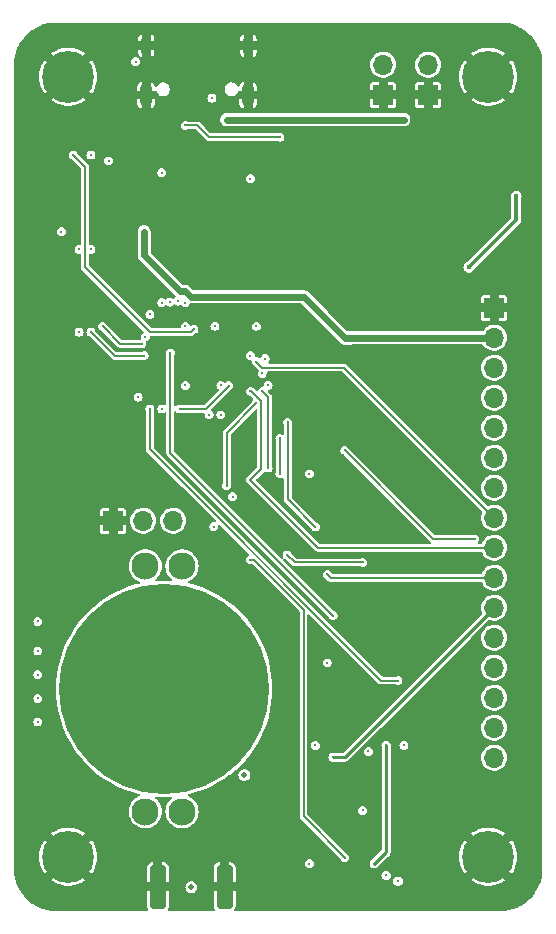
<source format=gbl>
G04 #@! TF.GenerationSoftware,KiCad,Pcbnew,8.0.3*
G04 #@! TF.CreationDate,2024-06-17T15:15:03-04:00*
G04 #@! TF.ProjectId,node_v3_2,6e6f6465-5f76-4335-9f32-2e6b69636164,rev?*
G04 #@! TF.SameCoordinates,Original*
G04 #@! TF.FileFunction,Copper,L4,Bot*
G04 #@! TF.FilePolarity,Positive*
%FSLAX46Y46*%
G04 Gerber Fmt 4.6, Leading zero omitted, Abs format (unit mm)*
G04 Created by KiCad (PCBNEW 8.0.3) date 2024-06-17 15:15:03*
%MOMM*%
%LPD*%
G01*
G04 APERTURE LIST*
G04 Aperture macros list*
%AMRoundRect*
0 Rectangle with rounded corners*
0 $1 Rounding radius*
0 $2 $3 $4 $5 $6 $7 $8 $9 X,Y pos of 4 corners*
0 Add a 4 corners polygon primitive as box body*
4,1,4,$2,$3,$4,$5,$6,$7,$8,$9,$2,$3,0*
0 Add four circle primitives for the rounded corners*
1,1,$1+$1,$2,$3*
1,1,$1+$1,$4,$5*
1,1,$1+$1,$6,$7*
1,1,$1+$1,$8,$9*
0 Add four rect primitives between the rounded corners*
20,1,$1+$1,$2,$3,$4,$5,0*
20,1,$1+$1,$4,$5,$6,$7,0*
20,1,$1+$1,$6,$7,$8,$9,0*
20,1,$1+$1,$8,$9,$2,$3,0*%
G04 Aperture macros list end*
G04 #@! TA.AperFunction,ComponentPad*
%ADD10R,1.700000X1.700000*%
G04 #@! TD*
G04 #@! TA.AperFunction,ComponentPad*
%ADD11O,1.700000X1.700000*%
G04 #@! TD*
G04 #@! TA.AperFunction,ComponentPad*
%ADD12C,4.400000*%
G04 #@! TD*
G04 #@! TA.AperFunction,SMDPad,CuDef*
%ADD13RoundRect,0.250000X-0.425000X-1.600000X0.425000X-1.600000X0.425000X1.600000X-0.425000X1.600000X0*%
G04 #@! TD*
G04 #@! TA.AperFunction,ComponentPad*
%ADD14O,1.050000X2.100000*%
G04 #@! TD*
G04 #@! TA.AperFunction,ComponentPad*
%ADD15O,0.900000X1.800000*%
G04 #@! TD*
G04 #@! TA.AperFunction,SMDPad,CuDef*
%ADD16C,17.800000*%
G04 #@! TD*
G04 #@! TA.AperFunction,ComponentPad*
%ADD17C,2.300000*%
G04 #@! TD*
G04 #@! TA.AperFunction,ViaPad*
%ADD18C,0.304800*%
G04 #@! TD*
G04 #@! TA.AperFunction,ViaPad*
%ADD19C,0.406400*%
G04 #@! TD*
G04 #@! TA.AperFunction,ViaPad*
%ADD20C,0.250000*%
G04 #@! TD*
G04 #@! TA.AperFunction,ViaPad*
%ADD21C,0.508000*%
G04 #@! TD*
G04 #@! TA.AperFunction,Conductor*
%ADD22C,0.304800*%
G04 #@! TD*
G04 #@! TA.AperFunction,Conductor*
%ADD23C,0.609600*%
G04 #@! TD*
G04 #@! TA.AperFunction,Conductor*
%ADD24C,0.152400*%
G04 #@! TD*
G04 #@! TA.AperFunction,Conductor*
%ADD25C,0.254000*%
G04 #@! TD*
G04 APERTURE END LIST*
D10*
X162560000Y-57409000D03*
D11*
X162560000Y-54869000D03*
D12*
X132080000Y-121920000D03*
D10*
X158750000Y-57404000D03*
D11*
X158750000Y-54864000D03*
D12*
X132080000Y-55880000D03*
D13*
X145319000Y-124464000D03*
X139669000Y-124464000D03*
D12*
X167640000Y-121920000D03*
X167640000Y-55880000D03*
D10*
X168148000Y-75438000D03*
D11*
X168148000Y-77978000D03*
X168148000Y-80518000D03*
X168148000Y-83058000D03*
X168148000Y-85598000D03*
X168148000Y-88138000D03*
X168148000Y-90678000D03*
X168148000Y-93218000D03*
X168148000Y-95758000D03*
X168148000Y-98298000D03*
X168148000Y-100838000D03*
X168148000Y-103378000D03*
X168148000Y-105918000D03*
X168148000Y-108458000D03*
X168148000Y-110998000D03*
X168148000Y-113538000D03*
D10*
X135890000Y-93472000D03*
D11*
X138430000Y-93472000D03*
X140970000Y-93472000D03*
D14*
X147322000Y-57430000D03*
X138682000Y-57430000D03*
D15*
X147322000Y-53250000D03*
X138682000Y-53250000D03*
D16*
X140208000Y-107696000D03*
D17*
X141708000Y-118096000D03*
X138608000Y-118096000D03*
X138608000Y-97296000D03*
X141708000Y-97296000D03*
D18*
X143002000Y-54864000D03*
D19*
X142240000Y-80264000D03*
X144272000Y-78486000D03*
D20*
X136000000Y-82000000D03*
D21*
X159004000Y-99568000D03*
D19*
X144272000Y-79502000D03*
D21*
X129540000Y-124460000D03*
D19*
X144272000Y-80264000D03*
D21*
X134620000Y-98298000D03*
D19*
X142240000Y-79502000D03*
D21*
X149352000Y-77216000D03*
X134112000Y-117094000D03*
X170180000Y-124460000D03*
D19*
X143256000Y-80264000D03*
D21*
X158242000Y-87376000D03*
X129540000Y-53086000D03*
D19*
X143256000Y-78486000D03*
D20*
X139700000Y-59055000D03*
X142000000Y-84500000D03*
D19*
X143256000Y-79502000D03*
X142240000Y-78486000D03*
D21*
X154686000Y-89662000D03*
X155194000Y-74422000D03*
D20*
X131000000Y-78000000D03*
D21*
X147574000Y-121412000D03*
X163830000Y-84582000D03*
D18*
X156464000Y-94234000D03*
D21*
X130302000Y-91948000D03*
X154940000Y-118110000D03*
X170180000Y-53340000D03*
D20*
X145000000Y-82000000D03*
X144500000Y-77000000D03*
D18*
X146000000Y-74500000D03*
D21*
X142000000Y-74025500D03*
X138500000Y-69000000D03*
X155500000Y-78000000D03*
X160500000Y-59500000D03*
D19*
X145500000Y-59500000D03*
X170000000Y-66000000D03*
X166000000Y-72000000D03*
D20*
X129500000Y-104500000D03*
X149000000Y-89000000D03*
X148500000Y-82500000D03*
D18*
X159000000Y-112500000D03*
D20*
X154000000Y-98000000D03*
D18*
X158000000Y-122500000D03*
D20*
X145677172Y-82033827D03*
D18*
X154519000Y-113500000D03*
D20*
X141500000Y-84000000D03*
X129500000Y-102000000D03*
D18*
X153000000Y-112500000D03*
X160000000Y-124000000D03*
X157500000Y-113000000D03*
D20*
X148500000Y-81000000D03*
X153000000Y-94000000D03*
D18*
X159000000Y-123500000D03*
D20*
X150658491Y-85151737D03*
X147500000Y-82500000D03*
X155500000Y-122000000D03*
X147500000Y-96774000D03*
X147500000Y-90000000D03*
X129500000Y-106500000D03*
X144000000Y-84500000D03*
X145000000Y-84500000D03*
X139000000Y-84000000D03*
X160000000Y-107000000D03*
X148000000Y-80000000D03*
X139000000Y-76000000D03*
X152500000Y-89500000D03*
X148750000Y-79750000D03*
X135000000Y-77000000D03*
X138297438Y-78500000D03*
X140000000Y-84000000D03*
X134000000Y-77500000D03*
X138500000Y-79500000D03*
X138603279Y-77896721D03*
X154000000Y-105500000D03*
X146000000Y-91440000D03*
X155500000Y-87500000D03*
X166500000Y-95000000D03*
X147500000Y-79500000D03*
X140000000Y-64000000D03*
X140000000Y-75000000D03*
X131500000Y-69000000D03*
X142000000Y-60000000D03*
X150000000Y-61000000D03*
X150611278Y-96361972D03*
X157000000Y-97000000D03*
X138000000Y-83000000D03*
X144402157Y-93980000D03*
X147500000Y-64500000D03*
X148000000Y-77000000D03*
X140715690Y-79277330D03*
X154500000Y-101500000D03*
X142000000Y-77000000D03*
X134000000Y-62500000D03*
X134000000Y-70500000D03*
X141359786Y-74877313D03*
X140676245Y-74953262D03*
X133000000Y-70500000D03*
X132500000Y-62500000D03*
X142725720Y-77249688D03*
X135500000Y-63000000D03*
X142000000Y-75000000D03*
X133000000Y-77500000D03*
X142000000Y-82000000D03*
X145500000Y-90500000D03*
X148000000Y-83500000D03*
X129500000Y-108500000D03*
X150000000Y-86500000D03*
X129500000Y-110500000D03*
X149000000Y-82000000D03*
X150000000Y-89500000D03*
D21*
X147000000Y-115000000D03*
X142500000Y-124500000D03*
D20*
X157000000Y-118000000D03*
X160500000Y-112500000D03*
X152500000Y-122500000D03*
X144248225Y-57688985D03*
X137795000Y-54610000D03*
D22*
X147322000Y-57430000D02*
X147090600Y-57661400D01*
X138913400Y-57661400D02*
X138682000Y-57430000D01*
D23*
X141525500Y-74025500D02*
X138500000Y-71000000D01*
X138500000Y-71000000D02*
X138500000Y-69000000D01*
X142000000Y-74025500D02*
X141525500Y-74025500D01*
X142000000Y-74025500D02*
X142474500Y-74500000D01*
X155500000Y-78000000D02*
X156000000Y-78000000D01*
X156000000Y-78000000D02*
X156022000Y-77978000D01*
X152000000Y-74500000D02*
X155500000Y-78000000D01*
X156022000Y-77978000D02*
X168148000Y-77978000D01*
X142474500Y-74500000D02*
X146000000Y-74500000D01*
X146000000Y-74500000D02*
X152000000Y-74500000D01*
X145500000Y-59500000D02*
X160500000Y-59500000D01*
D22*
X170000000Y-68000000D02*
X166000000Y-72000000D01*
X170000000Y-66000000D02*
X170000000Y-68000000D01*
D24*
X148500000Y-82500000D02*
X149000000Y-83000000D01*
X168148000Y-98298000D02*
X154298000Y-98298000D01*
X149000000Y-88500000D02*
X149000000Y-89000000D01*
X154298000Y-98298000D02*
X154000000Y-98000000D01*
D25*
X159000000Y-121500000D02*
X158000000Y-122500000D01*
D24*
X149000000Y-83000000D02*
X149000000Y-88500000D01*
D25*
X159000000Y-112500000D02*
X159000000Y-121500000D01*
X154519000Y-113500000D02*
X155486000Y-113500000D01*
D24*
X145677172Y-82033827D02*
X143710999Y-84000000D01*
D25*
X155486000Y-113500000D02*
X168148000Y-100838000D01*
D24*
X143710999Y-84000000D02*
X141500000Y-84000000D01*
X150658491Y-91658491D02*
X153000000Y-94000000D01*
X150658491Y-85151737D02*
X150658491Y-91658491D01*
X168148000Y-95758000D02*
X153258000Y-95758000D01*
X152000000Y-101000000D02*
X152000000Y-118500000D01*
X147500000Y-96774000D02*
X147774000Y-96774000D01*
X153258000Y-95758000D02*
X147500000Y-90000000D01*
X147774000Y-96774000D02*
X152000000Y-101000000D01*
X148405200Y-83332160D02*
X148405200Y-89094800D01*
X152000000Y-118500000D02*
X155500000Y-122000000D01*
X148405200Y-89094800D02*
X147500000Y-90000000D01*
X147573040Y-82500000D02*
X148405200Y-83332160D01*
X147500000Y-82500000D02*
X147573040Y-82500000D01*
X158573040Y-107000000D02*
X160000000Y-107000000D01*
X139000000Y-87426960D02*
X158573040Y-107000000D01*
X139000000Y-84000000D02*
X139000000Y-87426960D01*
X155430000Y-80500000D02*
X148500000Y-80500000D01*
X148500000Y-80500000D02*
X148000000Y-80000000D01*
X168148000Y-93218000D02*
X155430000Y-80500000D01*
X136500000Y-78500000D02*
X135000000Y-77000000D01*
X138297438Y-78500000D02*
X136500000Y-78500000D01*
X134500000Y-78000000D02*
X134000000Y-77500000D01*
X136000000Y-79500000D02*
X134500000Y-78000000D01*
X138500000Y-79500000D02*
X136000000Y-79500000D01*
X155500000Y-87500000D02*
X163000000Y-95000000D01*
X163000000Y-95000000D02*
X166500000Y-95000000D01*
X143000000Y-60000000D02*
X144000000Y-61000000D01*
X142000000Y-60000000D02*
X143000000Y-60000000D01*
X144000000Y-61000000D02*
X150000000Y-61000000D01*
X150611278Y-96361972D02*
X151249306Y-97000000D01*
X151249306Y-97000000D02*
X157000000Y-97000000D01*
X140715690Y-79277330D02*
X140715690Y-79331007D01*
X140715690Y-87715690D02*
X140715690Y-79277330D01*
X154500000Y-101500000D02*
X140715690Y-87715690D01*
X139000000Y-77500000D02*
X133500000Y-72000000D01*
X133500000Y-72000000D02*
X133500000Y-70000000D01*
X133500000Y-63500000D02*
X132500000Y-62500000D01*
X142725720Y-77249688D02*
X142475408Y-77500000D01*
X133500000Y-70000000D02*
X133500000Y-63500000D01*
X142475408Y-77500000D02*
X139000000Y-77500000D01*
X145500000Y-86000000D02*
X145500000Y-90500000D01*
X148000000Y-83500000D02*
X145500000Y-86000000D01*
X150000000Y-87000000D02*
X150000000Y-89500000D01*
X150000000Y-86500000D02*
X150000000Y-87000000D01*
G04 #@! TA.AperFunction,Conductor*
G36*
X168722421Y-51300619D02*
G01*
X168751158Y-51302030D01*
X169058173Y-51317113D01*
X169067815Y-51318063D01*
X169397915Y-51367029D01*
X169407421Y-51368919D01*
X169731144Y-51450008D01*
X169740415Y-51452820D01*
X170054625Y-51565246D01*
X170063594Y-51568961D01*
X170365263Y-51711640D01*
X170373826Y-51716218D01*
X170660049Y-51887773D01*
X170668127Y-51893171D01*
X170936150Y-52091951D01*
X170943660Y-52098114D01*
X171190921Y-52322218D01*
X171197781Y-52329078D01*
X171323484Y-52467770D01*
X171421885Y-52576339D01*
X171428048Y-52583849D01*
X171626828Y-52851872D01*
X171632226Y-52859950D01*
X171803781Y-53146173D01*
X171808361Y-53154741D01*
X171951036Y-53456402D01*
X171954754Y-53465378D01*
X172067175Y-53779571D01*
X172069995Y-53788868D01*
X172151077Y-54112567D01*
X172152972Y-54122096D01*
X172201934Y-54452170D01*
X172202887Y-54461838D01*
X172219381Y-54797577D01*
X172219500Y-54802435D01*
X172219500Y-122997564D01*
X172219381Y-123002422D01*
X172202887Y-123338161D01*
X172201934Y-123347829D01*
X172152972Y-123677903D01*
X172151077Y-123687432D01*
X172069995Y-124011131D01*
X172067175Y-124020428D01*
X171954754Y-124334621D01*
X171951036Y-124343597D01*
X171808361Y-124645258D01*
X171803781Y-124653826D01*
X171632226Y-124940049D01*
X171626828Y-124948127D01*
X171428048Y-125216150D01*
X171421885Y-125223660D01*
X171197786Y-125470916D01*
X171190916Y-125477786D01*
X170943660Y-125701885D01*
X170936150Y-125708048D01*
X170668127Y-125906828D01*
X170660049Y-125912226D01*
X170373826Y-126083781D01*
X170365258Y-126088361D01*
X170063597Y-126231036D01*
X170054621Y-126234754D01*
X169740428Y-126347175D01*
X169731131Y-126349995D01*
X169407432Y-126431077D01*
X169397903Y-126432972D01*
X169067829Y-126481934D01*
X169058161Y-126482887D01*
X168722422Y-126499381D01*
X168717564Y-126499500D01*
X146240344Y-126499500D01*
X146182153Y-126480593D01*
X146146189Y-126431093D01*
X146146189Y-126369907D01*
X146161091Y-126341170D01*
X146187354Y-126306087D01*
X146237596Y-126171381D01*
X146237598Y-126171370D01*
X146244000Y-126111824D01*
X146244000Y-124839001D01*
X146243999Y-124839000D01*
X144394001Y-124839000D01*
X144394000Y-124839001D01*
X144394000Y-126111824D01*
X144393999Y-126111824D01*
X144400401Y-126171370D01*
X144400403Y-126171381D01*
X144450645Y-126306087D01*
X144476909Y-126341170D01*
X144496646Y-126399085D01*
X144478572Y-126457540D01*
X144429591Y-126494208D01*
X144397656Y-126499500D01*
X140590344Y-126499500D01*
X140532153Y-126480593D01*
X140496189Y-126431093D01*
X140496189Y-126369907D01*
X140511091Y-126341170D01*
X140537354Y-126306087D01*
X140587596Y-126171381D01*
X140587598Y-126171370D01*
X140594000Y-126111824D01*
X140594000Y-124839001D01*
X140593999Y-124839000D01*
X138744001Y-124839000D01*
X138744000Y-124839001D01*
X138744000Y-126111824D01*
X138743999Y-126111824D01*
X138750401Y-126171370D01*
X138750403Y-126171381D01*
X138800645Y-126306087D01*
X138826909Y-126341170D01*
X138846646Y-126399085D01*
X138828572Y-126457540D01*
X138779591Y-126494208D01*
X138747656Y-126499500D01*
X131002436Y-126499500D01*
X130997578Y-126499381D01*
X130661838Y-126482887D01*
X130652170Y-126481934D01*
X130322096Y-126432972D01*
X130312567Y-126431077D01*
X129988868Y-126349995D01*
X129979571Y-126347175D01*
X129665378Y-126234754D01*
X129656402Y-126231036D01*
X129354741Y-126088361D01*
X129346173Y-126083781D01*
X129059950Y-125912226D01*
X129051872Y-125906828D01*
X128783849Y-125708048D01*
X128776339Y-125701885D01*
X128529083Y-125477786D01*
X128522218Y-125470921D01*
X128298114Y-125223660D01*
X128291951Y-125216150D01*
X128134980Y-125004500D01*
X128093169Y-124948125D01*
X128087773Y-124940049D01*
X128054895Y-124885196D01*
X127916216Y-124653823D01*
X127911638Y-124645258D01*
X127842934Y-124499997D01*
X141990312Y-124499997D01*
X141990312Y-124500002D01*
X142010956Y-124643590D01*
X142010957Y-124643593D01*
X142010957Y-124643594D01*
X142010958Y-124643596D01*
X142071223Y-124775558D01*
X142166225Y-124885196D01*
X142288268Y-124963629D01*
X142395576Y-124995137D01*
X142427460Y-125004499D01*
X142427461Y-125004499D01*
X142427464Y-125004500D01*
X142427466Y-125004500D01*
X142572534Y-125004500D01*
X142572536Y-125004500D01*
X142711732Y-124963629D01*
X142833775Y-124885196D01*
X142928777Y-124775558D01*
X142989042Y-124643596D01*
X143009688Y-124500000D01*
X142996449Y-124407922D01*
X142989043Y-124356409D01*
X142989042Y-124356406D01*
X142989042Y-124356404D01*
X142928777Y-124224442D01*
X142833775Y-124114804D01*
X142711732Y-124036371D01*
X142711729Y-124036370D01*
X142572539Y-123995500D01*
X142572536Y-123995500D01*
X142427464Y-123995500D01*
X142427460Y-123995500D01*
X142288270Y-124036370D01*
X142288267Y-124036371D01*
X142166226Y-124114803D01*
X142166224Y-124114805D01*
X142071224Y-124224440D01*
X142071223Y-124224441D01*
X142071223Y-124224442D01*
X142057407Y-124254694D01*
X142010957Y-124356406D01*
X142010956Y-124356409D01*
X141990312Y-124499997D01*
X127842934Y-124499997D01*
X127799386Y-124407922D01*
X127768961Y-124343594D01*
X127765245Y-124334621D01*
X127763598Y-124330017D01*
X127652820Y-124020415D01*
X127650008Y-124011144D01*
X127568919Y-123687421D01*
X127567029Y-123677915D01*
X127518063Y-123347815D01*
X127517113Y-123338173D01*
X127500619Y-123002421D01*
X127500500Y-122997564D01*
X127500500Y-121920000D01*
X129625156Y-121920000D01*
X129644513Y-122227679D01*
X129702277Y-122530486D01*
X129702280Y-122530496D01*
X129797546Y-122823694D01*
X129928804Y-123102630D01*
X129928811Y-123102643D01*
X130093989Y-123362921D01*
X130099764Y-123369903D01*
X131083145Y-122386521D01*
X131139196Y-122496525D01*
X131240967Y-122636602D01*
X131363398Y-122759033D01*
X131503475Y-122860804D01*
X131613476Y-122916852D01*
X130633156Y-123897173D01*
X130764624Y-123992690D01*
X130764644Y-123992702D01*
X131034776Y-124141208D01*
X131034779Y-124141210D01*
X131321410Y-124254694D01*
X131620012Y-124331362D01*
X131925859Y-124370000D01*
X132234141Y-124370000D01*
X132539987Y-124331362D01*
X132838589Y-124254694D01*
X133125218Y-124141210D01*
X133395362Y-123992697D01*
X133395375Y-123992689D01*
X133526841Y-123897172D01*
X132546522Y-122916853D01*
X132656525Y-122860804D01*
X132796602Y-122759033D01*
X132919033Y-122636602D01*
X133020804Y-122496525D01*
X133076853Y-122386523D01*
X134060233Y-123369903D01*
X134066009Y-123362922D01*
X134066013Y-123362917D01*
X134231188Y-123102643D01*
X134231195Y-123102630D01*
X134362453Y-122823694D01*
X134364896Y-122816175D01*
X138744000Y-122816175D01*
X138744000Y-124088999D01*
X138744001Y-124089000D01*
X139293999Y-124089000D01*
X139294000Y-124088999D01*
X139294000Y-122364001D01*
X140044000Y-122364001D01*
X140044000Y-124088999D01*
X140044001Y-124089000D01*
X140593999Y-124089000D01*
X140594000Y-124088999D01*
X140594000Y-122816175D01*
X144394000Y-122816175D01*
X144394000Y-124088999D01*
X144394001Y-124089000D01*
X144943999Y-124089000D01*
X144944000Y-124088999D01*
X144944000Y-122364001D01*
X145694000Y-122364001D01*
X145694000Y-124088999D01*
X145694001Y-124089000D01*
X146243999Y-124089000D01*
X146244000Y-124088999D01*
X146244000Y-123999999D01*
X159592078Y-123999999D01*
X159592078Y-124000000D01*
X159612043Y-124126054D01*
X159612045Y-124126061D01*
X159669982Y-124239768D01*
X159669984Y-124239771D01*
X159760229Y-124330016D01*
X159760231Y-124330017D01*
X159873938Y-124387954D01*
X159873940Y-124387954D01*
X159873945Y-124387957D01*
X160000000Y-124407922D01*
X160126055Y-124387957D01*
X160239771Y-124330016D01*
X160330016Y-124239771D01*
X160387957Y-124126055D01*
X160407922Y-124000000D01*
X160387957Y-123873945D01*
X160387954Y-123873940D01*
X160387954Y-123873938D01*
X160330017Y-123760231D01*
X160330016Y-123760229D01*
X160239771Y-123669984D01*
X160239768Y-123669982D01*
X160126061Y-123612045D01*
X160126056Y-123612043D01*
X160126055Y-123612043D01*
X160000000Y-123592078D01*
X159873945Y-123612043D01*
X159873938Y-123612045D01*
X159760231Y-123669982D01*
X159669982Y-123760231D01*
X159612045Y-123873938D01*
X159612043Y-123873945D01*
X159592078Y-123999999D01*
X146244000Y-123999999D01*
X146244000Y-123499999D01*
X158592078Y-123499999D01*
X158592078Y-123500000D01*
X158612043Y-123626054D01*
X158612045Y-123626061D01*
X158669982Y-123739768D01*
X158669984Y-123739771D01*
X158760229Y-123830016D01*
X158760231Y-123830017D01*
X158873938Y-123887954D01*
X158873940Y-123887954D01*
X158873945Y-123887957D01*
X159000000Y-123907922D01*
X159126055Y-123887957D01*
X159239771Y-123830016D01*
X159330016Y-123739771D01*
X159387957Y-123626055D01*
X159407922Y-123500000D01*
X159387957Y-123373945D01*
X159387954Y-123373940D01*
X159387954Y-123373938D01*
X159330017Y-123260231D01*
X159330016Y-123260229D01*
X159239771Y-123169984D01*
X159239768Y-123169982D01*
X159126061Y-123112045D01*
X159126056Y-123112043D01*
X159126055Y-123112043D01*
X159000000Y-123092078D01*
X158873945Y-123112043D01*
X158873938Y-123112045D01*
X158760231Y-123169982D01*
X158669982Y-123260231D01*
X158612045Y-123373938D01*
X158612043Y-123373945D01*
X158592078Y-123499999D01*
X146244000Y-123499999D01*
X146244000Y-122816175D01*
X146237598Y-122756629D01*
X146237596Y-122756618D01*
X146187353Y-122621911D01*
X146187352Y-122621909D01*
X146101192Y-122506815D01*
X146101184Y-122506807D01*
X146092090Y-122499999D01*
X152119819Y-122499999D01*
X152119819Y-122500000D01*
X152138426Y-122617481D01*
X152138428Y-122617488D01*
X152170537Y-122680504D01*
X152192427Y-122723465D01*
X152276535Y-122807573D01*
X152276537Y-122807574D01*
X152382511Y-122861571D01*
X152382513Y-122861571D01*
X152382518Y-122861574D01*
X152500000Y-122880181D01*
X152617482Y-122861574D01*
X152723465Y-122807573D01*
X152807573Y-122723465D01*
X152861574Y-122617482D01*
X152880181Y-122500000D01*
X157592078Y-122500000D01*
X157596906Y-122530486D01*
X157612043Y-122626054D01*
X157612045Y-122626061D01*
X157669982Y-122739768D01*
X157669984Y-122739771D01*
X157760229Y-122830016D01*
X157760231Y-122830017D01*
X157873938Y-122887954D01*
X157873940Y-122887954D01*
X157873945Y-122887957D01*
X158000000Y-122907922D01*
X158126055Y-122887957D01*
X158239771Y-122830016D01*
X158330016Y-122739771D01*
X158360215Y-122680498D01*
X158378417Y-122655446D01*
X159113865Y-121920000D01*
X165185156Y-121920000D01*
X165204513Y-122227679D01*
X165262277Y-122530486D01*
X165262280Y-122530496D01*
X165357546Y-122823694D01*
X165488804Y-123102630D01*
X165488811Y-123102643D01*
X165653989Y-123362921D01*
X165659764Y-123369903D01*
X166643145Y-122386521D01*
X166699196Y-122496525D01*
X166800967Y-122636602D01*
X166923398Y-122759033D01*
X167063475Y-122860804D01*
X167173476Y-122916852D01*
X166193156Y-123897173D01*
X166324624Y-123992690D01*
X166324644Y-123992702D01*
X166594776Y-124141208D01*
X166594779Y-124141210D01*
X166881410Y-124254694D01*
X167180012Y-124331362D01*
X167485859Y-124370000D01*
X167794141Y-124370000D01*
X168099987Y-124331362D01*
X168398589Y-124254694D01*
X168685218Y-124141210D01*
X168955362Y-123992697D01*
X168955375Y-123992689D01*
X169086841Y-123897172D01*
X168106522Y-122916853D01*
X168216525Y-122860804D01*
X168356602Y-122759033D01*
X168479033Y-122636602D01*
X168580804Y-122496525D01*
X168636853Y-122386523D01*
X169620233Y-123369903D01*
X169626009Y-123362922D01*
X169626013Y-123362917D01*
X169791188Y-123102643D01*
X169791195Y-123102630D01*
X169922453Y-122823694D01*
X170017719Y-122530496D01*
X170017722Y-122530486D01*
X170075486Y-122227679D01*
X170094843Y-121920000D01*
X170075486Y-121612320D01*
X170017722Y-121309513D01*
X170017719Y-121309503D01*
X169922453Y-121016305D01*
X169791195Y-120737369D01*
X169791188Y-120737356D01*
X169626012Y-120477082D01*
X169626005Y-120477072D01*
X169620234Y-120470095D01*
X168636853Y-121453476D01*
X168580804Y-121343475D01*
X168479033Y-121203398D01*
X168356602Y-121080967D01*
X168216525Y-120979196D01*
X168106521Y-120923145D01*
X169086842Y-119942825D01*
X168955372Y-119847308D01*
X168955358Y-119847299D01*
X168685223Y-119698791D01*
X168685220Y-119698789D01*
X168398589Y-119585305D01*
X168099987Y-119508637D01*
X167794141Y-119470000D01*
X167485859Y-119470000D01*
X167180012Y-119508637D01*
X166881410Y-119585305D01*
X166594779Y-119698789D01*
X166594776Y-119698791D01*
X166324641Y-119847299D01*
X166324627Y-119847308D01*
X166193156Y-119942825D01*
X167173477Y-120923146D01*
X167063475Y-120979196D01*
X166923398Y-121080967D01*
X166800967Y-121203398D01*
X166699196Y-121343475D01*
X166643146Y-121453477D01*
X165659764Y-120470095D01*
X165653985Y-120477084D01*
X165488811Y-120737356D01*
X165488804Y-120737369D01*
X165357546Y-121016305D01*
X165262280Y-121309503D01*
X165262277Y-121309513D01*
X165204513Y-121612320D01*
X165185156Y-121920000D01*
X159113865Y-121920000D01*
X159302076Y-121731790D01*
X159351774Y-121645710D01*
X159377500Y-121549699D01*
X159377500Y-121450301D01*
X159377500Y-113538000D01*
X167042785Y-113538000D01*
X167061603Y-113741083D01*
X167117418Y-113937250D01*
X167208327Y-114119821D01*
X167331236Y-114282579D01*
X167481959Y-114419981D01*
X167655363Y-114527348D01*
X167845544Y-114601024D01*
X168046024Y-114638500D01*
X168249976Y-114638500D01*
X168450456Y-114601024D01*
X168640637Y-114527348D01*
X168814041Y-114419981D01*
X168964764Y-114282579D01*
X169087673Y-114119821D01*
X169178582Y-113937250D01*
X169234397Y-113741083D01*
X169253215Y-113538000D01*
X169234397Y-113334917D01*
X169178582Y-113138750D01*
X169087673Y-112956179D01*
X168964764Y-112793421D01*
X168814041Y-112656019D01*
X168640637Y-112548652D01*
X168450456Y-112474976D01*
X168450455Y-112474975D01*
X168450453Y-112474975D01*
X168249976Y-112437500D01*
X168046024Y-112437500D01*
X167845546Y-112474975D01*
X167780952Y-112499999D01*
X167655363Y-112548652D01*
X167530353Y-112626055D01*
X167481959Y-112656019D01*
X167331237Y-112793420D01*
X167208328Y-112956177D01*
X167208323Y-112956186D01*
X167123739Y-113126055D01*
X167117418Y-113138750D01*
X167061603Y-113334917D01*
X167042785Y-113538000D01*
X159377500Y-113538000D01*
X159377500Y-112670346D01*
X159386295Y-112633711D01*
X159385548Y-112633469D01*
X159387954Y-112626061D01*
X159387957Y-112626055D01*
X159407922Y-112500000D01*
X160119819Y-112500000D01*
X160134402Y-112592078D01*
X160138426Y-112617481D01*
X160138428Y-112617488D01*
X160192425Y-112723462D01*
X160192427Y-112723465D01*
X160276535Y-112807573D01*
X160276537Y-112807574D01*
X160382511Y-112861571D01*
X160382513Y-112861571D01*
X160382518Y-112861574D01*
X160500000Y-112880181D01*
X160617482Y-112861574D01*
X160723465Y-112807573D01*
X160807573Y-112723465D01*
X160861574Y-112617482D01*
X160880181Y-112500000D01*
X160861574Y-112382518D01*
X160861571Y-112382513D01*
X160861571Y-112382511D01*
X160807574Y-112276537D01*
X160807573Y-112276535D01*
X160723465Y-112192427D01*
X160723462Y-112192425D01*
X160617488Y-112138428D01*
X160617483Y-112138426D01*
X160617482Y-112138426D01*
X160500000Y-112119819D01*
X160382518Y-112138426D01*
X160382511Y-112138428D01*
X160276537Y-112192425D01*
X160192425Y-112276537D01*
X160138428Y-112382511D01*
X160138426Y-112382518D01*
X160123783Y-112474975D01*
X160119819Y-112500000D01*
X159407922Y-112500000D01*
X159387957Y-112373945D01*
X159387954Y-112373940D01*
X159387954Y-112373938D01*
X159330017Y-112260231D01*
X159330016Y-112260229D01*
X159239771Y-112169984D01*
X159239768Y-112169982D01*
X159126061Y-112112045D01*
X159126056Y-112112043D01*
X159126055Y-112112043D01*
X159000000Y-112092078D01*
X158873945Y-112112043D01*
X158873938Y-112112045D01*
X158760231Y-112169982D01*
X158669982Y-112260231D01*
X158612045Y-112373938D01*
X158612043Y-112373945D01*
X158592078Y-112499999D01*
X158592078Y-112500000D01*
X158612043Y-112626054D01*
X158614452Y-112633469D01*
X158613704Y-112633711D01*
X158622500Y-112670346D01*
X158622500Y-121302626D01*
X158603593Y-121360817D01*
X158593504Y-121372630D01*
X157844551Y-122121582D01*
X157819492Y-122139787D01*
X157760233Y-122169981D01*
X157760231Y-122169982D01*
X157669982Y-122260231D01*
X157612045Y-122373938D01*
X157612043Y-122373945D01*
X157592078Y-122500000D01*
X152880181Y-122500000D01*
X152861574Y-122382518D01*
X152861571Y-122382513D01*
X152861571Y-122382511D01*
X152807574Y-122276537D01*
X152807573Y-122276535D01*
X152723465Y-122192427D01*
X152723462Y-122192425D01*
X152617488Y-122138428D01*
X152617483Y-122138426D01*
X152617482Y-122138426D01*
X152500000Y-122119819D01*
X152382518Y-122138426D01*
X152382511Y-122138428D01*
X152276537Y-122192425D01*
X152192425Y-122276537D01*
X152138428Y-122382511D01*
X152138426Y-122382518D01*
X152119819Y-122499999D01*
X146092090Y-122499999D01*
X145986090Y-122420647D01*
X145986088Y-122420646D01*
X145851381Y-122370403D01*
X145851370Y-122370401D01*
X145791824Y-122364000D01*
X145694001Y-122364000D01*
X145694000Y-122364001D01*
X144944000Y-122364001D01*
X144943999Y-122364000D01*
X144846176Y-122364000D01*
X144786629Y-122370401D01*
X144786618Y-122370403D01*
X144651911Y-122420646D01*
X144651909Y-122420647D01*
X144536815Y-122506807D01*
X144536807Y-122506815D01*
X144450647Y-122621909D01*
X144450646Y-122621911D01*
X144400403Y-122756618D01*
X144400401Y-122756629D01*
X144394000Y-122816175D01*
X140594000Y-122816175D01*
X140587598Y-122756629D01*
X140587596Y-122756618D01*
X140537353Y-122621911D01*
X140537352Y-122621909D01*
X140451192Y-122506815D01*
X140451184Y-122506807D01*
X140336090Y-122420647D01*
X140336088Y-122420646D01*
X140201381Y-122370403D01*
X140201370Y-122370401D01*
X140141824Y-122364000D01*
X140044001Y-122364000D01*
X140044000Y-122364001D01*
X139294000Y-122364001D01*
X139293999Y-122364000D01*
X139196176Y-122364000D01*
X139136629Y-122370401D01*
X139136618Y-122370403D01*
X139001911Y-122420646D01*
X139001909Y-122420647D01*
X138886815Y-122506807D01*
X138886807Y-122506815D01*
X138800647Y-122621909D01*
X138800646Y-122621911D01*
X138750403Y-122756618D01*
X138750401Y-122756629D01*
X138744000Y-122816175D01*
X134364896Y-122816175D01*
X134457719Y-122530496D01*
X134457722Y-122530486D01*
X134515486Y-122227679D01*
X134534843Y-121920000D01*
X134515486Y-121612320D01*
X134457722Y-121309513D01*
X134457719Y-121309503D01*
X134362453Y-121016305D01*
X134231195Y-120737369D01*
X134231188Y-120737356D01*
X134066012Y-120477082D01*
X134066005Y-120477072D01*
X134060234Y-120470095D01*
X133076853Y-121453476D01*
X133020804Y-121343475D01*
X132919033Y-121203398D01*
X132796602Y-121080967D01*
X132656525Y-120979196D01*
X132546521Y-120923145D01*
X133526842Y-119942825D01*
X133395372Y-119847308D01*
X133395358Y-119847299D01*
X133125223Y-119698791D01*
X133125220Y-119698789D01*
X132838589Y-119585305D01*
X132539987Y-119508637D01*
X132234141Y-119470000D01*
X131925859Y-119470000D01*
X131620012Y-119508637D01*
X131321410Y-119585305D01*
X131034779Y-119698789D01*
X131034776Y-119698791D01*
X130764641Y-119847299D01*
X130764627Y-119847308D01*
X130633156Y-119942825D01*
X131613477Y-120923146D01*
X131503475Y-120979196D01*
X131363398Y-121080967D01*
X131240967Y-121203398D01*
X131139196Y-121343475D01*
X131083146Y-121453477D01*
X130099764Y-120470095D01*
X130093985Y-120477084D01*
X129928811Y-120737356D01*
X129928804Y-120737369D01*
X129797546Y-121016305D01*
X129702280Y-121309503D01*
X129702277Y-121309513D01*
X129644513Y-121612320D01*
X129625156Y-121920000D01*
X127500500Y-121920000D01*
X127500500Y-110499999D01*
X129119819Y-110499999D01*
X129119819Y-110500000D01*
X129138426Y-110617481D01*
X129138428Y-110617488D01*
X129192425Y-110723462D01*
X129192427Y-110723465D01*
X129276535Y-110807573D01*
X129276537Y-110807574D01*
X129382511Y-110861571D01*
X129382513Y-110861571D01*
X129382518Y-110861574D01*
X129500000Y-110880181D01*
X129617482Y-110861574D01*
X129723465Y-110807573D01*
X129807573Y-110723465D01*
X129861574Y-110617482D01*
X129880181Y-110500000D01*
X129861574Y-110382518D01*
X129861571Y-110382513D01*
X129861571Y-110382511D01*
X129807574Y-110276537D01*
X129807573Y-110276535D01*
X129723465Y-110192427D01*
X129723462Y-110192425D01*
X129617488Y-110138428D01*
X129617483Y-110138426D01*
X129617482Y-110138426D01*
X129500000Y-110119819D01*
X129382518Y-110138426D01*
X129382511Y-110138428D01*
X129276537Y-110192425D01*
X129192425Y-110276537D01*
X129138428Y-110382511D01*
X129138426Y-110382518D01*
X129119819Y-110499999D01*
X127500500Y-110499999D01*
X127500500Y-108499999D01*
X129119819Y-108499999D01*
X129119819Y-108500000D01*
X129138426Y-108617481D01*
X129138428Y-108617488D01*
X129192425Y-108723462D01*
X129192427Y-108723465D01*
X129276535Y-108807573D01*
X129276537Y-108807574D01*
X129382511Y-108861571D01*
X129382513Y-108861571D01*
X129382518Y-108861574D01*
X129500000Y-108880181D01*
X129617482Y-108861574D01*
X129723465Y-108807573D01*
X129807573Y-108723465D01*
X129861574Y-108617482D01*
X129880181Y-108500000D01*
X129861574Y-108382518D01*
X129861571Y-108382513D01*
X129861571Y-108382511D01*
X129807574Y-108276537D01*
X129807573Y-108276535D01*
X129723465Y-108192427D01*
X129723462Y-108192425D01*
X129617488Y-108138428D01*
X129617483Y-108138426D01*
X129617482Y-108138426D01*
X129500000Y-108119819D01*
X129382518Y-108138426D01*
X129382511Y-108138428D01*
X129276537Y-108192425D01*
X129192425Y-108276537D01*
X129138428Y-108382511D01*
X129138426Y-108382518D01*
X129119819Y-108499999D01*
X127500500Y-108499999D01*
X127500500Y-107695999D01*
X131052598Y-107695999D01*
X131052598Y-107696000D01*
X131072199Y-108294790D01*
X131072200Y-108294800D01*
X131130924Y-108891023D01*
X131155491Y-109039821D01*
X131222773Y-109447347D01*
X131228516Y-109482128D01*
X131228517Y-109482137D01*
X131364561Y-110065593D01*
X131538468Y-110638890D01*
X131538469Y-110638893D01*
X131538474Y-110638908D01*
X131745984Y-111190251D01*
X131749514Y-111199629D01*
X131996766Y-111745323D01*
X131996772Y-111745336D01*
X132279185Y-112273695D01*
X132581732Y-112760231D01*
X132595561Y-112782469D01*
X132944531Y-113269456D01*
X132944533Y-113269458D01*
X132944539Y-113269467D01*
X133041781Y-113387956D01*
X133324604Y-113732576D01*
X133734153Y-114169847D01*
X134171424Y-114579396D01*
X134450202Y-114808183D01*
X134634532Y-114959460D01*
X134634537Y-114959463D01*
X134634544Y-114959469D01*
X135121531Y-115308439D01*
X135121538Y-115308443D01*
X135121539Y-115308444D01*
X135630304Y-115624814D01*
X136158663Y-115907227D01*
X136158669Y-115907230D01*
X136704379Y-116154489D01*
X137265092Y-116365526D01*
X137838408Y-116539439D01*
X138092828Y-116598761D01*
X138145204Y-116630388D01*
X138168988Y-116686762D01*
X138155094Y-116746349D01*
X138108829Y-116786389D01*
X138102492Y-116788810D01*
X138043497Y-116809064D01*
X138043495Y-116809064D01*
X138043492Y-116809066D01*
X137839373Y-116919530D01*
X137839370Y-116919532D01*
X137656219Y-117062084D01*
X137499020Y-117232848D01*
X137372075Y-117427153D01*
X137278843Y-117639701D01*
X137221865Y-117864696D01*
X137202700Y-118096000D01*
X137221865Y-118327303D01*
X137249985Y-118438344D01*
X137278843Y-118552300D01*
X137372076Y-118764849D01*
X137499021Y-118959153D01*
X137656216Y-119129913D01*
X137839374Y-119272470D01*
X138043497Y-119382936D01*
X138263019Y-119458298D01*
X138491951Y-119496500D01*
X138724049Y-119496500D01*
X138952981Y-119458298D01*
X139172503Y-119382936D01*
X139376626Y-119272470D01*
X139559784Y-119129913D01*
X139716979Y-118959153D01*
X139843924Y-118764849D01*
X139937157Y-118552300D01*
X139994134Y-118327305D01*
X140013300Y-118096000D01*
X139994134Y-117864695D01*
X139937157Y-117639700D01*
X139843924Y-117427151D01*
X139716979Y-117232847D01*
X139559784Y-117062087D01*
X139549377Y-117053986D01*
X139483939Y-117003054D01*
X139449631Y-116952391D01*
X139451655Y-116891239D01*
X139489236Y-116842956D01*
X139548020Y-116825983D01*
X139554425Y-116826404D01*
X139609208Y-116831800D01*
X140208000Y-116851402D01*
X140758511Y-116833380D01*
X140817288Y-116850373D01*
X140854852Y-116898670D01*
X140856854Y-116959823D01*
X140822557Y-117010452D01*
X140756217Y-117062086D01*
X140599020Y-117232848D01*
X140472075Y-117427153D01*
X140378843Y-117639701D01*
X140321865Y-117864696D01*
X140302700Y-118096000D01*
X140321865Y-118327303D01*
X140349985Y-118438344D01*
X140378843Y-118552300D01*
X140472076Y-118764849D01*
X140599021Y-118959153D01*
X140756216Y-119129913D01*
X140939374Y-119272470D01*
X141143497Y-119382936D01*
X141363019Y-119458298D01*
X141591951Y-119496500D01*
X141824049Y-119496500D01*
X142052981Y-119458298D01*
X142272503Y-119382936D01*
X142476626Y-119272470D01*
X142659784Y-119129913D01*
X142816979Y-118959153D01*
X142943924Y-118764849D01*
X143037157Y-118552300D01*
X143094134Y-118327305D01*
X143113300Y-118096000D01*
X143094134Y-117864695D01*
X143037157Y-117639700D01*
X142943924Y-117427151D01*
X142816979Y-117232847D01*
X142659784Y-117062087D01*
X142476626Y-116919530D01*
X142317435Y-116833380D01*
X142272507Y-116809066D01*
X142272506Y-116809065D01*
X142272503Y-116809064D01*
X142253953Y-116802696D01*
X142205057Y-116765919D01*
X142187115Y-116707423D01*
X142206982Y-116649553D01*
X142257070Y-116614413D01*
X142263608Y-116612649D01*
X142577592Y-116539439D01*
X143150908Y-116365526D01*
X143711621Y-116154489D01*
X144257331Y-115907230D01*
X144785701Y-115624811D01*
X145294469Y-115308439D01*
X145724899Y-114999997D01*
X146490312Y-114999997D01*
X146490312Y-115000002D01*
X146510956Y-115143590D01*
X146510957Y-115143593D01*
X146510957Y-115143594D01*
X146510958Y-115143596D01*
X146571223Y-115275558D01*
X146666225Y-115385196D01*
X146788268Y-115463629D01*
X146895576Y-115495137D01*
X146927460Y-115504499D01*
X146927461Y-115504499D01*
X146927464Y-115504500D01*
X146927466Y-115504500D01*
X147072534Y-115504500D01*
X147072536Y-115504500D01*
X147211732Y-115463629D01*
X147333775Y-115385196D01*
X147428777Y-115275558D01*
X147489042Y-115143596D01*
X147509688Y-115000000D01*
X147503859Y-114959460D01*
X147489043Y-114856409D01*
X147489042Y-114856406D01*
X147489042Y-114856404D01*
X147428777Y-114724442D01*
X147333775Y-114614804D01*
X147211732Y-114536371D01*
X147211729Y-114536370D01*
X147072539Y-114495500D01*
X147072536Y-114495500D01*
X146927464Y-114495500D01*
X146927460Y-114495500D01*
X146788270Y-114536370D01*
X146788267Y-114536371D01*
X146666226Y-114614803D01*
X146666224Y-114614805D01*
X146571224Y-114724440D01*
X146510957Y-114856406D01*
X146510956Y-114856409D01*
X146490312Y-114999997D01*
X145724899Y-114999997D01*
X145781456Y-114959469D01*
X146244576Y-114579396D01*
X146681847Y-114169847D01*
X147091396Y-113732576D01*
X147471469Y-113269456D01*
X147820439Y-112782469D01*
X148136811Y-112273701D01*
X148419230Y-111745331D01*
X148666489Y-111199621D01*
X148877526Y-110638908D01*
X149051439Y-110065592D01*
X149187484Y-109482130D01*
X149285076Y-108891020D01*
X149343800Y-108294792D01*
X149363402Y-107696000D01*
X149343800Y-107097208D01*
X149285076Y-106500980D01*
X149187484Y-105909870D01*
X149051439Y-105326408D01*
X148877526Y-104753092D01*
X148666489Y-104192379D01*
X148419230Y-103646669D01*
X148136811Y-103118299D01*
X147820439Y-102609531D01*
X147471469Y-102122544D01*
X147471463Y-102122537D01*
X147471460Y-102122532D01*
X147275156Y-101883336D01*
X147091396Y-101659424D01*
X146681847Y-101222153D01*
X146244576Y-100812604D01*
X146004768Y-100615799D01*
X145781467Y-100432539D01*
X145781458Y-100432533D01*
X145781456Y-100432531D01*
X145294469Y-100083561D01*
X145294464Y-100083558D01*
X145294460Y-100083555D01*
X144785695Y-99767185D01*
X144257336Y-99484772D01*
X144257323Y-99484766D01*
X143711629Y-99237514D01*
X143558764Y-99179980D01*
X143150908Y-99026474D01*
X143150899Y-99026471D01*
X143150893Y-99026469D01*
X143150890Y-99026468D01*
X142577593Y-98852561D01*
X142263620Y-98779352D01*
X142211243Y-98747724D01*
X142187459Y-98691351D01*
X142201353Y-98631764D01*
X142247618Y-98591724D01*
X142253929Y-98589312D01*
X142272503Y-98582936D01*
X142476626Y-98472470D01*
X142659784Y-98329913D01*
X142816979Y-98159153D01*
X142943924Y-97964849D01*
X143037157Y-97752300D01*
X143094134Y-97527305D01*
X143113300Y-97296000D01*
X143094134Y-97064695D01*
X143037157Y-96839700D01*
X142943924Y-96627151D01*
X142816979Y-96432847D01*
X142659784Y-96262087D01*
X142613486Y-96226052D01*
X142476629Y-96119532D01*
X142476626Y-96119530D01*
X142272506Y-96009065D01*
X142193059Y-95981791D01*
X142052981Y-95933702D01*
X142052978Y-95933701D01*
X142052977Y-95933701D01*
X141824049Y-95895500D01*
X141591951Y-95895500D01*
X141363022Y-95933701D01*
X141143493Y-96009065D01*
X140939373Y-96119530D01*
X140939370Y-96119532D01*
X140756219Y-96262084D01*
X140756216Y-96262086D01*
X140756216Y-96262087D01*
X140599021Y-96432847D01*
X140476867Y-96619819D01*
X140472075Y-96627153D01*
X140459197Y-96656511D01*
X140407663Y-96773999D01*
X140378843Y-96839701D01*
X140321865Y-97064696D01*
X140302700Y-97296000D01*
X140321865Y-97527303D01*
X140345294Y-97619819D01*
X140378843Y-97752300D01*
X140472076Y-97964849D01*
X140599021Y-98159153D01*
X140756216Y-98329913D01*
X140797989Y-98362426D01*
X140822556Y-98381547D01*
X140856864Y-98432209D01*
X140854841Y-98493361D01*
X140817260Y-98541645D01*
X140758510Y-98558619D01*
X140208000Y-98540598D01*
X139609214Y-98560199D01*
X139609196Y-98560200D01*
X139554450Y-98565593D01*
X139494686Y-98552481D01*
X139454043Y-98506744D01*
X139448046Y-98445853D01*
X139478985Y-98393067D01*
X139483939Y-98388945D01*
X139559784Y-98329913D01*
X139716979Y-98159153D01*
X139843924Y-97964849D01*
X139937157Y-97752300D01*
X139994134Y-97527305D01*
X140013300Y-97296000D01*
X139994134Y-97064695D01*
X139937157Y-96839700D01*
X139843924Y-96627151D01*
X139716979Y-96432847D01*
X139559784Y-96262087D01*
X139513486Y-96226052D01*
X139376629Y-96119532D01*
X139376626Y-96119530D01*
X139172506Y-96009065D01*
X139093059Y-95981791D01*
X138952981Y-95933702D01*
X138952978Y-95933701D01*
X138952977Y-95933701D01*
X138724049Y-95895500D01*
X138491951Y-95895500D01*
X138263022Y-95933701D01*
X138043493Y-96009065D01*
X137839373Y-96119530D01*
X137839370Y-96119532D01*
X137656219Y-96262084D01*
X137656216Y-96262086D01*
X137656216Y-96262087D01*
X137499021Y-96432847D01*
X137376867Y-96619819D01*
X137372075Y-96627153D01*
X137359197Y-96656511D01*
X137307663Y-96773999D01*
X137278843Y-96839701D01*
X137221865Y-97064696D01*
X137202700Y-97296000D01*
X137221865Y-97527303D01*
X137245294Y-97619819D01*
X137278843Y-97752300D01*
X137372076Y-97964849D01*
X137499021Y-98159153D01*
X137656216Y-98329913D01*
X137839374Y-98472470D01*
X137902707Y-98506744D01*
X138000052Y-98559425D01*
X138043497Y-98582936D01*
X138102492Y-98603189D01*
X138151390Y-98639965D01*
X138169332Y-98698460D01*
X138149466Y-98756331D01*
X138099378Y-98791471D01*
X138092827Y-98793238D01*
X137838406Y-98852561D01*
X137265109Y-99026468D01*
X137265106Y-99026469D01*
X137265095Y-99026472D01*
X137265092Y-99026474D01*
X137035184Y-99113004D01*
X136704370Y-99237514D01*
X136158676Y-99484766D01*
X136158663Y-99484772D01*
X135630304Y-99767185D01*
X135121539Y-100083555D01*
X134634541Y-100432533D01*
X134634532Y-100432539D01*
X134232871Y-100762175D01*
X134171424Y-100812604D01*
X133734153Y-101222153D01*
X133324604Y-101659424D01*
X133324601Y-101659428D01*
X132944539Y-102122532D01*
X132944533Y-102122541D01*
X132595555Y-102609539D01*
X132279185Y-103118304D01*
X131996772Y-103646663D01*
X131996766Y-103646676D01*
X131749514Y-104192370D01*
X131538469Y-104753106D01*
X131538468Y-104753109D01*
X131364561Y-105326406D01*
X131228517Y-105909862D01*
X131228516Y-105909871D01*
X131130924Y-106500976D01*
X131072200Y-107097199D01*
X131072199Y-107097209D01*
X131052598Y-107695999D01*
X127500500Y-107695999D01*
X127500500Y-106499999D01*
X129119819Y-106499999D01*
X129119819Y-106500000D01*
X129138426Y-106617481D01*
X129138428Y-106617488D01*
X129176611Y-106692425D01*
X129192427Y-106723465D01*
X129276535Y-106807573D01*
X129276537Y-106807574D01*
X129382511Y-106861571D01*
X129382513Y-106861571D01*
X129382518Y-106861574D01*
X129500000Y-106880181D01*
X129617482Y-106861574D01*
X129723465Y-106807573D01*
X129807573Y-106723465D01*
X129861574Y-106617482D01*
X129880181Y-106500000D01*
X129880151Y-106499813D01*
X129877636Y-106483936D01*
X129861574Y-106382518D01*
X129861571Y-106382513D01*
X129861571Y-106382511D01*
X129807574Y-106276537D01*
X129807573Y-106276535D01*
X129723465Y-106192427D01*
X129723462Y-106192425D01*
X129617488Y-106138428D01*
X129617483Y-106138426D01*
X129617482Y-106138426D01*
X129500000Y-106119819D01*
X129382518Y-106138426D01*
X129382511Y-106138428D01*
X129276537Y-106192425D01*
X129192425Y-106276537D01*
X129138428Y-106382511D01*
X129138426Y-106382518D01*
X129119819Y-106499999D01*
X127500500Y-106499999D01*
X127500500Y-104499999D01*
X129119819Y-104499999D01*
X129119819Y-104500000D01*
X129138426Y-104617481D01*
X129138428Y-104617488D01*
X129192425Y-104723462D01*
X129192427Y-104723465D01*
X129276535Y-104807573D01*
X129276537Y-104807574D01*
X129382511Y-104861571D01*
X129382513Y-104861571D01*
X129382518Y-104861574D01*
X129500000Y-104880181D01*
X129617482Y-104861574D01*
X129723465Y-104807573D01*
X129807573Y-104723465D01*
X129861574Y-104617482D01*
X129880181Y-104500000D01*
X129861574Y-104382518D01*
X129861571Y-104382513D01*
X129861571Y-104382511D01*
X129807574Y-104276537D01*
X129807573Y-104276535D01*
X129723465Y-104192427D01*
X129723462Y-104192425D01*
X129617488Y-104138428D01*
X129617483Y-104138426D01*
X129617482Y-104138426D01*
X129500000Y-104119819D01*
X129382518Y-104138426D01*
X129382511Y-104138428D01*
X129276537Y-104192425D01*
X129192425Y-104276537D01*
X129138428Y-104382511D01*
X129138426Y-104382518D01*
X129119819Y-104499999D01*
X127500500Y-104499999D01*
X127500500Y-101999999D01*
X129119819Y-101999999D01*
X129119819Y-102000000D01*
X129138426Y-102117481D01*
X129138428Y-102117488D01*
X129192425Y-102223462D01*
X129192427Y-102223465D01*
X129276535Y-102307573D01*
X129276537Y-102307574D01*
X129382511Y-102361571D01*
X129382513Y-102361571D01*
X129382518Y-102361574D01*
X129500000Y-102380181D01*
X129617482Y-102361574D01*
X129723465Y-102307573D01*
X129807573Y-102223465D01*
X129861574Y-102117482D01*
X129880181Y-102000000D01*
X129861574Y-101882518D01*
X129861571Y-101882513D01*
X129861571Y-101882511D01*
X129807574Y-101776537D01*
X129807573Y-101776535D01*
X129723465Y-101692427D01*
X129723462Y-101692425D01*
X129617488Y-101638428D01*
X129617483Y-101638426D01*
X129617482Y-101638426D01*
X129500000Y-101619819D01*
X129382518Y-101638426D01*
X129382511Y-101638428D01*
X129276537Y-101692425D01*
X129192425Y-101776537D01*
X129138428Y-101882511D01*
X129138426Y-101882518D01*
X129119819Y-101999999D01*
X127500500Y-101999999D01*
X127500500Y-93847001D01*
X134790000Y-93847001D01*
X134790000Y-94346624D01*
X134804506Y-94419546D01*
X134804507Y-94419548D01*
X134859758Y-94502237D01*
X134859762Y-94502241D01*
X134942451Y-94557492D01*
X134942453Y-94557493D01*
X135015375Y-94571999D01*
X135015377Y-94572000D01*
X135514999Y-94572000D01*
X135515000Y-94571999D01*
X135515000Y-93847001D01*
X135514999Y-93847000D01*
X134790001Y-93847000D01*
X134790000Y-93847001D01*
X127500500Y-93847001D01*
X127500500Y-93406174D01*
X135390000Y-93406174D01*
X135390000Y-93537826D01*
X135424075Y-93664993D01*
X135489901Y-93779007D01*
X135582993Y-93872099D01*
X135697007Y-93937925D01*
X135824174Y-93972000D01*
X135955826Y-93972000D01*
X136082993Y-93937925D01*
X136197007Y-93872099D01*
X136222105Y-93847001D01*
X136265000Y-93847001D01*
X136265000Y-94571999D01*
X136265001Y-94572000D01*
X136764623Y-94572000D01*
X136764624Y-94571999D01*
X136837546Y-94557493D01*
X136837548Y-94557492D01*
X136920237Y-94502241D01*
X136920241Y-94502237D01*
X136975492Y-94419548D01*
X136975493Y-94419546D01*
X136989999Y-94346624D01*
X136990000Y-94346622D01*
X136990000Y-93847001D01*
X136989999Y-93847000D01*
X136265001Y-93847000D01*
X136265000Y-93847001D01*
X136222105Y-93847001D01*
X136290099Y-93779007D01*
X136355925Y-93664993D01*
X136390000Y-93537826D01*
X136390000Y-93472000D01*
X137324785Y-93472000D01*
X137343603Y-93675083D01*
X137399418Y-93871250D01*
X137490327Y-94053821D01*
X137613236Y-94216579D01*
X137763959Y-94353981D01*
X137937363Y-94461348D01*
X138127544Y-94535024D01*
X138328024Y-94572500D01*
X138531976Y-94572500D01*
X138732456Y-94535024D01*
X138922637Y-94461348D01*
X139096041Y-94353981D01*
X139246764Y-94216579D01*
X139369673Y-94053821D01*
X139460582Y-93871250D01*
X139516397Y-93675083D01*
X139535215Y-93472000D01*
X139864785Y-93472000D01*
X139883603Y-93675083D01*
X139939418Y-93871250D01*
X140030327Y-94053821D01*
X140153236Y-94216579D01*
X140303959Y-94353981D01*
X140477363Y-94461348D01*
X140667544Y-94535024D01*
X140868024Y-94572500D01*
X141071976Y-94572500D01*
X141272456Y-94535024D01*
X141462637Y-94461348D01*
X141636041Y-94353981D01*
X141786764Y-94216579D01*
X141909673Y-94053821D01*
X142000582Y-93871250D01*
X142056397Y-93675083D01*
X142075215Y-93472000D01*
X142056397Y-93268917D01*
X142000582Y-93072750D01*
X141909673Y-92890179D01*
X141786764Y-92727421D01*
X141636041Y-92590019D01*
X141462637Y-92482652D01*
X141272456Y-92408976D01*
X141272455Y-92408975D01*
X141272453Y-92408975D01*
X141071976Y-92371500D01*
X140868024Y-92371500D01*
X140667546Y-92408975D01*
X140597632Y-92436059D01*
X140477363Y-92482652D01*
X140303959Y-92590019D01*
X140153237Y-92727420D01*
X140030328Y-92890177D01*
X140030323Y-92890186D01*
X139939419Y-93072747D01*
X139939418Y-93072750D01*
X139883603Y-93268917D01*
X139864785Y-93472000D01*
X139535215Y-93472000D01*
X139516397Y-93268917D01*
X139460582Y-93072750D01*
X139369673Y-92890179D01*
X139246764Y-92727421D01*
X139096041Y-92590019D01*
X138922637Y-92482652D01*
X138732456Y-92408976D01*
X138732455Y-92408975D01*
X138732453Y-92408975D01*
X138531976Y-92371500D01*
X138328024Y-92371500D01*
X138127546Y-92408975D01*
X138057632Y-92436059D01*
X137937363Y-92482652D01*
X137763959Y-92590019D01*
X137613237Y-92727420D01*
X137490328Y-92890177D01*
X137490323Y-92890186D01*
X137399419Y-93072747D01*
X137399418Y-93072750D01*
X137343603Y-93268917D01*
X137324785Y-93472000D01*
X136390000Y-93472000D01*
X136390000Y-93406174D01*
X136355925Y-93279007D01*
X136290099Y-93164993D01*
X136197007Y-93071901D01*
X136082993Y-93006075D01*
X135955826Y-92972000D01*
X135824174Y-92972000D01*
X135697007Y-93006075D01*
X135582993Y-93071901D01*
X135489901Y-93164993D01*
X135424075Y-93279007D01*
X135390000Y-93406174D01*
X127500500Y-93406174D01*
X127500500Y-92597375D01*
X134790000Y-92597375D01*
X134790000Y-93096999D01*
X134790001Y-93097000D01*
X135514999Y-93097000D01*
X135515000Y-93096999D01*
X135515000Y-92372001D01*
X136265000Y-92372001D01*
X136265000Y-93096999D01*
X136265001Y-93097000D01*
X136989999Y-93097000D01*
X136990000Y-93096999D01*
X136990000Y-92597377D01*
X136989999Y-92597375D01*
X136975493Y-92524453D01*
X136975492Y-92524451D01*
X136920241Y-92441762D01*
X136920237Y-92441758D01*
X136837548Y-92386507D01*
X136837546Y-92386506D01*
X136764624Y-92372000D01*
X136265001Y-92372000D01*
X136265000Y-92372001D01*
X135515000Y-92372001D01*
X135514999Y-92372000D01*
X135015375Y-92372000D01*
X134942453Y-92386506D01*
X134942451Y-92386507D01*
X134859762Y-92441758D01*
X134859758Y-92441762D01*
X134804507Y-92524451D01*
X134804506Y-92524453D01*
X134790000Y-92597375D01*
X127500500Y-92597375D01*
X127500500Y-83999999D01*
X138619819Y-83999999D01*
X138619819Y-84000000D01*
X138638426Y-84117481D01*
X138638426Y-84117483D01*
X138662510Y-84164749D01*
X138673300Y-84209694D01*
X138673300Y-87383949D01*
X138673300Y-87469971D01*
X138695564Y-87553062D01*
X138695565Y-87553064D01*
X138732757Y-87617482D01*
X138738575Y-87627558D01*
X141728498Y-90617481D01*
X144553477Y-93442460D01*
X144581254Y-93496977D01*
X144571683Y-93557409D01*
X144528418Y-93600674D01*
X144467986Y-93610245D01*
X144402158Y-93599819D01*
X144402157Y-93599819D01*
X144284675Y-93618426D01*
X144284668Y-93618428D01*
X144178694Y-93672425D01*
X144094582Y-93756537D01*
X144040585Y-93862511D01*
X144040583Y-93862518D01*
X144021976Y-93980000D01*
X144025143Y-93999999D01*
X144040583Y-94097481D01*
X144040585Y-94097488D01*
X144094582Y-94203462D01*
X144094584Y-94203465D01*
X144178692Y-94287573D01*
X144178694Y-94287574D01*
X144284668Y-94341571D01*
X144284670Y-94341571D01*
X144284675Y-94341574D01*
X144402157Y-94360181D01*
X144519639Y-94341574D01*
X144625622Y-94287573D01*
X144709730Y-94203465D01*
X144763731Y-94097482D01*
X144782338Y-93980000D01*
X144771911Y-93914168D01*
X144781482Y-93853739D01*
X144824746Y-93810474D01*
X144885178Y-93800902D01*
X144939695Y-93828679D01*
X144939696Y-93828679D01*
X147379523Y-96268506D01*
X147407300Y-96323023D01*
X147397729Y-96383455D01*
X147354465Y-96426719D01*
X147276536Y-96466426D01*
X147192425Y-96550537D01*
X147138428Y-96656511D01*
X147138426Y-96656518D01*
X147119819Y-96774000D01*
X147120220Y-96776535D01*
X147138426Y-96891481D01*
X147138428Y-96891488D01*
X147192425Y-96997462D01*
X147192427Y-96997465D01*
X147276535Y-97081573D01*
X147276537Y-97081574D01*
X147382511Y-97135571D01*
X147382513Y-97135571D01*
X147382518Y-97135574D01*
X147500000Y-97154181D01*
X147616063Y-97135798D01*
X147676492Y-97145369D01*
X147701552Y-97163575D01*
X151644304Y-101106327D01*
X151672081Y-101160844D01*
X151673300Y-101176331D01*
X151673300Y-118456989D01*
X151673300Y-118543011D01*
X151695564Y-118626102D01*
X151738575Y-118700598D01*
X154340602Y-121302626D01*
X155113422Y-122075446D01*
X155137571Y-122114854D01*
X155138424Y-122117481D01*
X155169049Y-122177584D01*
X155192427Y-122223465D01*
X155276535Y-122307573D01*
X155276537Y-122307574D01*
X155382511Y-122361571D01*
X155382513Y-122361571D01*
X155382518Y-122361574D01*
X155500000Y-122380181D01*
X155617482Y-122361574D01*
X155723465Y-122307573D01*
X155807573Y-122223465D01*
X155861574Y-122117482D01*
X155880181Y-122000000D01*
X155861574Y-121882518D01*
X155861571Y-121882513D01*
X155861571Y-121882511D01*
X155807574Y-121776537D01*
X155807573Y-121776535D01*
X155723465Y-121692427D01*
X155723462Y-121692425D01*
X155617481Y-121638424D01*
X155614854Y-121637571D01*
X155575446Y-121613422D01*
X152355696Y-118393672D01*
X152327919Y-118339155D01*
X152326700Y-118323668D01*
X152326700Y-117999999D01*
X156619819Y-117999999D01*
X156619819Y-118000000D01*
X156638426Y-118117481D01*
X156638428Y-118117488D01*
X156692425Y-118223462D01*
X156692427Y-118223465D01*
X156776535Y-118307573D01*
X156776537Y-118307574D01*
X156882511Y-118361571D01*
X156882513Y-118361571D01*
X156882518Y-118361574D01*
X157000000Y-118380181D01*
X157117482Y-118361574D01*
X157223465Y-118307573D01*
X157307573Y-118223465D01*
X157361574Y-118117482D01*
X157380181Y-118000000D01*
X157361574Y-117882518D01*
X157361571Y-117882513D01*
X157361571Y-117882511D01*
X157307574Y-117776537D01*
X157307573Y-117776535D01*
X157223465Y-117692427D01*
X157223462Y-117692425D01*
X157117488Y-117638428D01*
X157117483Y-117638426D01*
X157117482Y-117638426D01*
X157000000Y-117619819D01*
X156882518Y-117638426D01*
X156882511Y-117638428D01*
X156776537Y-117692425D01*
X156692425Y-117776537D01*
X156638428Y-117882511D01*
X156638426Y-117882518D01*
X156619819Y-117999999D01*
X152326700Y-117999999D01*
X152326700Y-113499999D01*
X154111078Y-113499999D01*
X154111078Y-113500000D01*
X154131043Y-113626054D01*
X154131045Y-113626061D01*
X154188982Y-113739768D01*
X154188984Y-113739771D01*
X154279229Y-113830016D01*
X154279231Y-113830017D01*
X154392938Y-113887954D01*
X154392940Y-113887954D01*
X154392945Y-113887957D01*
X154519000Y-113907922D01*
X154645055Y-113887957D01*
X154645062Y-113887953D01*
X154652469Y-113885548D01*
X154652711Y-113886295D01*
X154689346Y-113877500D01*
X155535697Y-113877500D01*
X155535699Y-113877500D01*
X155631710Y-113851774D01*
X155717790Y-113802075D01*
X156519865Y-113000000D01*
X157092078Y-113000000D01*
X157106887Y-113093504D01*
X157112043Y-113126054D01*
X157112045Y-113126061D01*
X157169982Y-113239768D01*
X157169984Y-113239771D01*
X157260229Y-113330016D01*
X157260231Y-113330017D01*
X157373938Y-113387954D01*
X157373940Y-113387954D01*
X157373945Y-113387957D01*
X157500000Y-113407922D01*
X157626055Y-113387957D01*
X157739771Y-113330016D01*
X157830016Y-113239771D01*
X157887957Y-113126055D01*
X157907922Y-113000000D01*
X157887957Y-112873945D01*
X157887954Y-112873940D01*
X157887954Y-112873938D01*
X157830017Y-112760231D01*
X157830016Y-112760229D01*
X157739771Y-112669984D01*
X157739768Y-112669982D01*
X157626061Y-112612045D01*
X157626056Y-112612043D01*
X157626055Y-112612043D01*
X157500000Y-112592078D01*
X157373945Y-112612043D01*
X157373938Y-112612045D01*
X157260231Y-112669982D01*
X157169982Y-112760231D01*
X157112045Y-112873938D01*
X157112043Y-112873945D01*
X157099019Y-112956179D01*
X157092078Y-113000000D01*
X156519865Y-113000000D01*
X158521865Y-110998000D01*
X167042785Y-110998000D01*
X167061603Y-111201083D01*
X167117418Y-111397250D01*
X167208327Y-111579821D01*
X167331236Y-111742579D01*
X167481959Y-111879981D01*
X167655363Y-111987348D01*
X167845544Y-112061024D01*
X168046024Y-112098500D01*
X168249976Y-112098500D01*
X168450456Y-112061024D01*
X168640637Y-111987348D01*
X168814041Y-111879981D01*
X168964764Y-111742579D01*
X169087673Y-111579821D01*
X169178582Y-111397250D01*
X169234397Y-111201083D01*
X169253215Y-110998000D01*
X169234397Y-110794917D01*
X169178582Y-110598750D01*
X169087673Y-110416179D01*
X168964764Y-110253421D01*
X168814041Y-110116019D01*
X168640637Y-110008652D01*
X168450456Y-109934976D01*
X168450455Y-109934975D01*
X168450453Y-109934975D01*
X168249976Y-109897500D01*
X168046024Y-109897500D01*
X167845546Y-109934975D01*
X167775632Y-109962059D01*
X167655363Y-110008652D01*
X167563402Y-110065592D01*
X167481959Y-110116019D01*
X167331237Y-110253420D01*
X167208328Y-110416177D01*
X167208323Y-110416186D01*
X167166589Y-110500000D01*
X167117418Y-110598750D01*
X167061603Y-110794917D01*
X167042785Y-110998000D01*
X158521865Y-110998000D01*
X161061864Y-108458000D01*
X167042785Y-108458000D01*
X167061603Y-108661083D01*
X167117418Y-108857250D01*
X167208327Y-109039821D01*
X167331236Y-109202579D01*
X167481959Y-109339981D01*
X167655363Y-109447348D01*
X167845544Y-109521024D01*
X168046024Y-109558500D01*
X168249976Y-109558500D01*
X168450456Y-109521024D01*
X168640637Y-109447348D01*
X168814041Y-109339981D01*
X168964764Y-109202579D01*
X169087673Y-109039821D01*
X169178582Y-108857250D01*
X169234397Y-108661083D01*
X169253215Y-108458000D01*
X169234397Y-108254917D01*
X169178582Y-108058750D01*
X169087673Y-107876179D01*
X168964764Y-107713421D01*
X168814041Y-107576019D01*
X168640637Y-107468652D01*
X168450456Y-107394976D01*
X168450455Y-107394975D01*
X168450453Y-107394975D01*
X168249976Y-107357500D01*
X168046024Y-107357500D01*
X167845546Y-107394975D01*
X167775632Y-107422059D01*
X167655363Y-107468652D01*
X167481959Y-107576019D01*
X167331237Y-107713420D01*
X167208328Y-107876177D01*
X167208323Y-107876186D01*
X167117419Y-108058747D01*
X167117418Y-108058750D01*
X167061603Y-108254917D01*
X167042785Y-108458000D01*
X161061864Y-108458000D01*
X163601864Y-105918000D01*
X167042785Y-105918000D01*
X167061603Y-106121083D01*
X167117418Y-106317250D01*
X167208327Y-106499821D01*
X167331236Y-106662579D01*
X167481959Y-106799981D01*
X167655363Y-106907348D01*
X167845544Y-106981024D01*
X168046024Y-107018500D01*
X168249976Y-107018500D01*
X168450456Y-106981024D01*
X168640637Y-106907348D01*
X168814041Y-106799981D01*
X168964764Y-106662579D01*
X169087673Y-106499821D01*
X169178582Y-106317250D01*
X169234397Y-106121083D01*
X169253215Y-105918000D01*
X169234397Y-105714917D01*
X169178582Y-105518750D01*
X169087673Y-105336179D01*
X168964764Y-105173421D01*
X168814041Y-105036019D01*
X168640637Y-104928652D01*
X168450456Y-104854976D01*
X168450455Y-104854975D01*
X168450453Y-104854975D01*
X168249976Y-104817500D01*
X168046024Y-104817500D01*
X167845546Y-104854975D01*
X167828520Y-104861571D01*
X167655363Y-104928652D01*
X167481959Y-105036019D01*
X167369622Y-105138428D01*
X167331236Y-105173421D01*
X167291388Y-105226188D01*
X167208328Y-105336177D01*
X167208323Y-105336186D01*
X167126754Y-105500000D01*
X167117418Y-105518750D01*
X167061603Y-105714917D01*
X167042785Y-105918000D01*
X163601864Y-105918000D01*
X166141863Y-103378000D01*
X167042785Y-103378000D01*
X167061603Y-103581083D01*
X167117418Y-103777250D01*
X167208327Y-103959821D01*
X167331236Y-104122579D01*
X167481959Y-104259981D01*
X167655363Y-104367348D01*
X167845544Y-104441024D01*
X168046024Y-104478500D01*
X168249976Y-104478500D01*
X168450456Y-104441024D01*
X168640637Y-104367348D01*
X168814041Y-104259981D01*
X168964764Y-104122579D01*
X169087673Y-103959821D01*
X169178582Y-103777250D01*
X169234397Y-103581083D01*
X169253215Y-103378000D01*
X169234397Y-103174917D01*
X169178582Y-102978750D01*
X169087673Y-102796179D01*
X168964764Y-102633421D01*
X168814041Y-102496019D01*
X168640637Y-102388652D01*
X168450456Y-102314976D01*
X168450455Y-102314975D01*
X168450453Y-102314975D01*
X168249976Y-102277500D01*
X168046024Y-102277500D01*
X167845546Y-102314975D01*
X167775632Y-102342059D01*
X167655363Y-102388652D01*
X167481959Y-102496019D01*
X167331237Y-102633420D01*
X167208328Y-102796177D01*
X167208323Y-102796186D01*
X167117419Y-102978747D01*
X167117418Y-102978750D01*
X167061603Y-103174917D01*
X167042785Y-103378000D01*
X166141863Y-103378000D01*
X167636529Y-101883334D01*
X167691044Y-101855559D01*
X167742293Y-101861025D01*
X167845544Y-101901024D01*
X168046024Y-101938500D01*
X168249976Y-101938500D01*
X168450456Y-101901024D01*
X168640637Y-101827348D01*
X168814041Y-101719981D01*
X168964764Y-101582579D01*
X169087673Y-101419821D01*
X169178582Y-101237250D01*
X169234397Y-101041083D01*
X169253215Y-100838000D01*
X169234397Y-100634917D01*
X169178582Y-100438750D01*
X169087673Y-100256179D01*
X168964764Y-100093421D01*
X168814041Y-99956019D01*
X168640637Y-99848652D01*
X168450456Y-99774976D01*
X168450455Y-99774975D01*
X168450453Y-99774975D01*
X168249976Y-99737500D01*
X168046024Y-99737500D01*
X167845546Y-99774975D01*
X167775632Y-99802059D01*
X167655363Y-99848652D01*
X167481959Y-99956019D01*
X167331237Y-100093420D01*
X167208328Y-100256177D01*
X167208323Y-100256186D01*
X167117419Y-100438747D01*
X167117418Y-100438750D01*
X167061603Y-100634917D01*
X167042785Y-100838000D01*
X167061603Y-101041083D01*
X167088388Y-101135220D01*
X167117418Y-101237251D01*
X167118069Y-101238557D01*
X167118159Y-101239163D01*
X167119071Y-101241517D01*
X167118540Y-101241722D01*
X167127078Y-101299075D01*
X167099449Y-101352684D01*
X155358631Y-113093504D01*
X155304114Y-113121281D01*
X155288627Y-113122500D01*
X154689346Y-113122500D01*
X154652711Y-113113704D01*
X154652469Y-113114452D01*
X154645056Y-113112043D01*
X154645055Y-113112043D01*
X154519000Y-113092078D01*
X154392945Y-113112043D01*
X154392938Y-113112045D01*
X154279231Y-113169982D01*
X154188982Y-113260231D01*
X154131045Y-113373938D01*
X154131043Y-113373945D01*
X154111078Y-113499999D01*
X152326700Y-113499999D01*
X152326700Y-112499999D01*
X152592078Y-112499999D01*
X152592078Y-112500000D01*
X152612043Y-112626054D01*
X152612045Y-112626061D01*
X152669982Y-112739768D01*
X152669984Y-112739771D01*
X152760229Y-112830016D01*
X152760231Y-112830017D01*
X152873938Y-112887954D01*
X152873940Y-112887954D01*
X152873945Y-112887957D01*
X153000000Y-112907922D01*
X153126055Y-112887957D01*
X153239771Y-112830016D01*
X153330016Y-112739771D01*
X153387957Y-112626055D01*
X153407922Y-112500000D01*
X153387957Y-112373945D01*
X153387954Y-112373940D01*
X153387954Y-112373938D01*
X153330017Y-112260231D01*
X153330016Y-112260229D01*
X153239771Y-112169984D01*
X153239768Y-112169982D01*
X153126061Y-112112045D01*
X153126056Y-112112043D01*
X153126055Y-112112043D01*
X153000000Y-112092078D01*
X152873945Y-112112043D01*
X152873938Y-112112045D01*
X152760231Y-112169982D01*
X152669982Y-112260231D01*
X152612045Y-112373938D01*
X152612043Y-112373945D01*
X152592078Y-112499999D01*
X152326700Y-112499999D01*
X152326700Y-105499999D01*
X153619819Y-105499999D01*
X153619819Y-105500000D01*
X153638426Y-105617481D01*
X153638428Y-105617488D01*
X153692425Y-105723462D01*
X153692427Y-105723465D01*
X153776535Y-105807573D01*
X153776537Y-105807574D01*
X153882511Y-105861571D01*
X153882513Y-105861571D01*
X153882518Y-105861574D01*
X154000000Y-105880181D01*
X154117482Y-105861574D01*
X154223465Y-105807573D01*
X154307573Y-105723465D01*
X154361574Y-105617482D01*
X154380181Y-105500000D01*
X154361574Y-105382518D01*
X154361571Y-105382513D01*
X154361571Y-105382511D01*
X154307574Y-105276537D01*
X154307573Y-105276535D01*
X154223465Y-105192427D01*
X154223462Y-105192425D01*
X154117488Y-105138428D01*
X154117483Y-105138426D01*
X154117482Y-105138426D01*
X154000000Y-105119819D01*
X153882518Y-105138426D01*
X153882511Y-105138428D01*
X153776537Y-105192425D01*
X153692425Y-105276537D01*
X153638428Y-105382511D01*
X153638426Y-105382518D01*
X153619819Y-105499999D01*
X152326700Y-105499999D01*
X152326700Y-101454690D01*
X152345607Y-101396499D01*
X152395107Y-101360535D01*
X152456293Y-101360535D01*
X152495701Y-101384684D01*
X158372442Y-107261425D01*
X158446938Y-107304436D01*
X158530029Y-107326700D01*
X158616051Y-107326700D01*
X159790306Y-107326700D01*
X159835250Y-107337489D01*
X159882518Y-107361574D01*
X160000000Y-107380181D01*
X160117482Y-107361574D01*
X160223465Y-107307573D01*
X160307573Y-107223465D01*
X160361574Y-107117482D01*
X160380181Y-107000000D01*
X160361574Y-106882518D01*
X160361571Y-106882513D01*
X160361571Y-106882511D01*
X160307574Y-106776537D01*
X160307573Y-106776535D01*
X160223465Y-106692427D01*
X160223462Y-106692425D01*
X160117488Y-106638428D01*
X160117483Y-106638426D01*
X160117482Y-106638426D01*
X160000000Y-106619819D01*
X159882518Y-106638426D01*
X159882516Y-106638426D01*
X159835251Y-106662510D01*
X159790306Y-106673300D01*
X158749371Y-106673300D01*
X158691180Y-106654393D01*
X158679367Y-106644304D01*
X139355696Y-87320633D01*
X139327919Y-87266116D01*
X139326700Y-87250629D01*
X139326700Y-84209694D01*
X139337490Y-84164749D01*
X139350902Y-84138426D01*
X139361574Y-84117482D01*
X139380181Y-84000000D01*
X139380181Y-83999999D01*
X139619819Y-83999999D01*
X139619819Y-84000000D01*
X139638426Y-84117481D01*
X139638428Y-84117488D01*
X139676612Y-84192427D01*
X139692427Y-84223465D01*
X139776535Y-84307573D01*
X139776537Y-84307574D01*
X139882511Y-84361571D01*
X139882513Y-84361571D01*
X139882518Y-84361574D01*
X140000000Y-84380181D01*
X140117482Y-84361574D01*
X140223465Y-84307573D01*
X140223469Y-84307568D01*
X140229770Y-84302992D01*
X140231399Y-84305235D01*
X140274503Y-84283274D01*
X140334935Y-84292845D01*
X140378200Y-84336110D01*
X140388990Y-84381055D01*
X140388990Y-87672679D01*
X140388990Y-87758701D01*
X140411254Y-87841792D01*
X140454265Y-87916288D01*
X150761438Y-98223462D01*
X154113422Y-101575446D01*
X154137571Y-101614854D01*
X154138424Y-101617481D01*
X154192425Y-101723462D01*
X154192427Y-101723465D01*
X154276535Y-101807573D01*
X154276537Y-101807574D01*
X154382511Y-101861571D01*
X154382513Y-101861571D01*
X154382518Y-101861574D01*
X154500000Y-101880181D01*
X154617482Y-101861574D01*
X154618560Y-101861025D01*
X154684656Y-101827347D01*
X154723465Y-101807573D01*
X154807573Y-101723465D01*
X154861574Y-101617482D01*
X154880181Y-101500000D01*
X154861574Y-101382518D01*
X154861571Y-101382513D01*
X154861571Y-101382511D01*
X154807574Y-101276537D01*
X154807573Y-101276535D01*
X154723465Y-101192427D01*
X154723462Y-101192425D01*
X154617481Y-101138424D01*
X154614854Y-101137571D01*
X154575446Y-101113422D01*
X151462023Y-97999999D01*
X153619819Y-97999999D01*
X153619819Y-98000000D01*
X153638426Y-98117481D01*
X153638428Y-98117488D01*
X153659657Y-98159151D01*
X153692427Y-98223465D01*
X153776535Y-98307573D01*
X153882518Y-98361574D01*
X153882521Y-98361574D01*
X153885141Y-98362426D01*
X153924553Y-98386577D01*
X154097401Y-98559424D01*
X154097403Y-98559426D01*
X154142993Y-98585747D01*
X154171898Y-98602436D01*
X154254989Y-98624700D01*
X154341011Y-98624700D01*
X167022014Y-98624700D01*
X167080205Y-98643607D01*
X167116169Y-98693107D01*
X167117233Y-98696602D01*
X167117415Y-98697241D01*
X167117418Y-98697251D01*
X167164334Y-98791471D01*
X167208327Y-98879821D01*
X167331236Y-99042579D01*
X167481959Y-99179981D01*
X167655363Y-99287348D01*
X167845544Y-99361024D01*
X168046024Y-99398500D01*
X168249976Y-99398500D01*
X168450456Y-99361024D01*
X168640637Y-99287348D01*
X168814041Y-99179981D01*
X168964764Y-99042579D01*
X169087673Y-98879821D01*
X169178582Y-98697250D01*
X169234397Y-98501083D01*
X169253215Y-98298000D01*
X169234397Y-98094917D01*
X169178582Y-97898750D01*
X169087673Y-97716179D01*
X168964764Y-97553421D01*
X168814041Y-97416019D01*
X168640637Y-97308652D01*
X168450456Y-97234976D01*
X168450455Y-97234975D01*
X168450453Y-97234975D01*
X168249976Y-97197500D01*
X168046024Y-97197500D01*
X167845546Y-97234975D01*
X167777271Y-97261425D01*
X167655363Y-97308652D01*
X167481959Y-97416019D01*
X167331237Y-97553420D01*
X167208328Y-97716177D01*
X167208323Y-97716186D01*
X167117418Y-97898748D01*
X167117415Y-97898758D01*
X167117233Y-97899398D01*
X167117077Y-97899629D01*
X167115763Y-97903022D01*
X167114998Y-97902725D01*
X167083120Y-97950191D01*
X167025667Y-97971233D01*
X167022014Y-97971300D01*
X154474331Y-97971300D01*
X154416140Y-97952393D01*
X154404327Y-97942304D01*
X154386577Y-97924554D01*
X154362426Y-97885141D01*
X154361574Y-97882520D01*
X154361574Y-97882518D01*
X154307573Y-97776535D01*
X154223465Y-97692427D01*
X154223462Y-97692425D01*
X154117488Y-97638428D01*
X154117483Y-97638426D01*
X154117482Y-97638426D01*
X154000000Y-97619819D01*
X153882518Y-97638426D01*
X153882511Y-97638428D01*
X153776537Y-97692425D01*
X153692425Y-97776537D01*
X153638428Y-97882511D01*
X153638426Y-97882518D01*
X153619819Y-97999999D01*
X151462023Y-97999999D01*
X150307357Y-96845333D01*
X150279580Y-96790816D01*
X150289151Y-96730384D01*
X150332416Y-96687119D01*
X150392848Y-96677548D01*
X150422305Y-96687119D01*
X150493796Y-96723546D01*
X150493802Y-96723546D01*
X150496419Y-96724398D01*
X150535832Y-96748549D01*
X151048708Y-97261425D01*
X151123204Y-97304436D01*
X151206295Y-97326700D01*
X156790306Y-97326700D01*
X156835250Y-97337489D01*
X156882518Y-97361574D01*
X157000000Y-97380181D01*
X157117482Y-97361574D01*
X157223465Y-97307573D01*
X157307573Y-97223465D01*
X157361574Y-97117482D01*
X157380181Y-97000000D01*
X157361574Y-96882518D01*
X157361571Y-96882513D01*
X157361571Y-96882511D01*
X157307574Y-96776537D01*
X157307573Y-96776535D01*
X157223465Y-96692427D01*
X157223462Y-96692425D01*
X157117488Y-96638428D01*
X157117483Y-96638426D01*
X157117482Y-96638426D01*
X157000000Y-96619819D01*
X156882518Y-96638426D01*
X156882516Y-96638426D01*
X156835251Y-96662510D01*
X156790306Y-96673300D01*
X151425637Y-96673300D01*
X151367446Y-96654393D01*
X151355633Y-96644304D01*
X150997855Y-96286526D01*
X150973704Y-96247113D01*
X150972852Y-96244492D01*
X150972852Y-96244490D01*
X150918851Y-96138507D01*
X150834743Y-96054399D01*
X150834740Y-96054397D01*
X150728766Y-96000400D01*
X150728761Y-96000398D01*
X150728760Y-96000398D01*
X150611278Y-95981791D01*
X150493796Y-96000398D01*
X150493789Y-96000400D01*
X150387815Y-96054397D01*
X150303703Y-96138509D01*
X150249706Y-96244483D01*
X150249704Y-96244490D01*
X150234607Y-96339813D01*
X150231097Y-96361972D01*
X150242322Y-96432848D01*
X150249704Y-96479453D01*
X150249706Y-96479460D01*
X150286129Y-96550943D01*
X150295701Y-96611375D01*
X150267924Y-96665891D01*
X150213407Y-96693669D01*
X150152975Y-96684098D01*
X150127916Y-96665892D01*
X144902023Y-91439999D01*
X145619819Y-91439999D01*
X145619819Y-91440000D01*
X145638426Y-91557481D01*
X145638428Y-91557488D01*
X145667977Y-91615480D01*
X145692427Y-91663465D01*
X145776535Y-91747573D01*
X145776537Y-91747574D01*
X145882511Y-91801571D01*
X145882513Y-91801571D01*
X145882518Y-91801574D01*
X146000000Y-91820181D01*
X146117482Y-91801574D01*
X146223465Y-91747573D01*
X146307573Y-91663465D01*
X146361574Y-91557482D01*
X146380181Y-91440000D01*
X146361574Y-91322518D01*
X146361571Y-91322513D01*
X146361571Y-91322511D01*
X146307574Y-91216537D01*
X146307573Y-91216535D01*
X146223465Y-91132427D01*
X146223462Y-91132425D01*
X146117488Y-91078428D01*
X146117483Y-91078426D01*
X146117482Y-91078426D01*
X146000000Y-91059819D01*
X145882518Y-91078426D01*
X145882511Y-91078428D01*
X145776537Y-91132425D01*
X145692425Y-91216537D01*
X145638428Y-91322511D01*
X145638426Y-91322518D01*
X145619819Y-91439999D01*
X144902023Y-91439999D01*
X143962023Y-90499999D01*
X145119819Y-90499999D01*
X145119819Y-90500000D01*
X145138426Y-90617481D01*
X145138428Y-90617488D01*
X145169261Y-90678000D01*
X145192427Y-90723465D01*
X145276535Y-90807573D01*
X145276537Y-90807574D01*
X145382511Y-90861571D01*
X145382513Y-90861571D01*
X145382518Y-90861574D01*
X145500000Y-90880181D01*
X145617482Y-90861574D01*
X145723465Y-90807573D01*
X145807573Y-90723465D01*
X145861574Y-90617482D01*
X145880181Y-90500000D01*
X145861574Y-90382518D01*
X145837490Y-90335249D01*
X145826700Y-90290305D01*
X145826700Y-86176331D01*
X145845607Y-86118140D01*
X145855696Y-86106327D01*
X147909496Y-84052527D01*
X147964013Y-84024750D01*
X148024445Y-84034321D01*
X148067710Y-84077586D01*
X148078500Y-84122531D01*
X148078500Y-88918468D01*
X148059593Y-88976659D01*
X148049504Y-88988472D01*
X147424553Y-89613422D01*
X147385148Y-89637571D01*
X147382514Y-89638426D01*
X147276537Y-89692425D01*
X147192425Y-89776537D01*
X147138428Y-89882511D01*
X147138426Y-89882518D01*
X147119819Y-89999999D01*
X147119819Y-90000000D01*
X147138426Y-90117481D01*
X147138428Y-90117488D01*
X147192425Y-90223462D01*
X147192427Y-90223465D01*
X147276535Y-90307573D01*
X147382518Y-90361574D01*
X147382521Y-90361574D01*
X147385141Y-90362426D01*
X147424554Y-90386577D01*
X153057402Y-96019425D01*
X153131898Y-96062436D01*
X153214989Y-96084700D01*
X153301011Y-96084700D01*
X167022014Y-96084700D01*
X167080205Y-96103607D01*
X167116169Y-96153107D01*
X167117233Y-96156602D01*
X167117415Y-96157241D01*
X167117418Y-96157251D01*
X167181789Y-96286526D01*
X167208327Y-96339821D01*
X167331236Y-96502579D01*
X167481959Y-96639981D01*
X167655363Y-96747348D01*
X167845544Y-96821024D01*
X168046024Y-96858500D01*
X168249976Y-96858500D01*
X168450456Y-96821024D01*
X168640637Y-96747348D01*
X168814041Y-96639981D01*
X168964764Y-96502579D01*
X169087673Y-96339821D01*
X169178582Y-96157250D01*
X169234397Y-95961083D01*
X169253215Y-95758000D01*
X169234397Y-95554917D01*
X169178582Y-95358750D01*
X169087673Y-95176179D01*
X168964764Y-95013421D01*
X168814041Y-94876019D01*
X168640637Y-94768652D01*
X168450456Y-94694976D01*
X168450455Y-94694975D01*
X168450453Y-94694975D01*
X168249976Y-94657500D01*
X168046024Y-94657500D01*
X167845546Y-94694975D01*
X167775632Y-94722059D01*
X167655363Y-94768652D01*
X167481959Y-94876019D01*
X167331237Y-95013420D01*
X167208328Y-95176177D01*
X167208323Y-95176186D01*
X167117418Y-95358748D01*
X167117415Y-95358758D01*
X167117233Y-95359398D01*
X167117077Y-95359629D01*
X167115763Y-95363022D01*
X167114998Y-95362725D01*
X167083120Y-95410191D01*
X167025667Y-95431233D01*
X167022014Y-95431300D01*
X166838745Y-95431300D01*
X166780554Y-95412393D01*
X166744590Y-95362893D01*
X166744590Y-95301707D01*
X166768739Y-95262298D01*
X166807573Y-95223465D01*
X166861574Y-95117482D01*
X166880181Y-95000000D01*
X166861574Y-94882518D01*
X166861571Y-94882513D01*
X166861571Y-94882511D01*
X166807574Y-94776537D01*
X166807573Y-94776535D01*
X166723465Y-94692427D01*
X166723462Y-94692425D01*
X166617488Y-94638428D01*
X166617483Y-94638426D01*
X166617482Y-94638426D01*
X166500000Y-94619819D01*
X166382518Y-94638426D01*
X166382516Y-94638426D01*
X166335251Y-94662510D01*
X166290306Y-94673300D01*
X163176331Y-94673300D01*
X163118140Y-94654393D01*
X163106327Y-94644304D01*
X155886577Y-87424554D01*
X155862426Y-87385141D01*
X155861574Y-87382520D01*
X155861574Y-87382518D01*
X155807573Y-87276535D01*
X155723465Y-87192427D01*
X155723462Y-87192425D01*
X155617488Y-87138428D01*
X155617483Y-87138426D01*
X155617482Y-87138426D01*
X155500000Y-87119819D01*
X155382518Y-87138426D01*
X155382511Y-87138428D01*
X155276537Y-87192425D01*
X155192425Y-87276537D01*
X155138428Y-87382511D01*
X155138426Y-87382518D01*
X155119819Y-87500000D01*
X155128505Y-87554845D01*
X155138426Y-87617481D01*
X155138428Y-87617488D01*
X155166550Y-87672679D01*
X155192427Y-87723465D01*
X155276535Y-87807573D01*
X155382518Y-87861574D01*
X155382521Y-87861574D01*
X155385141Y-87862426D01*
X155424554Y-87886577D01*
X162799402Y-95261425D01*
X162799404Y-95261426D01*
X162800274Y-95262296D01*
X162828051Y-95316813D01*
X162818480Y-95377245D01*
X162775215Y-95420510D01*
X162730270Y-95431300D01*
X153434331Y-95431300D01*
X153376140Y-95412393D01*
X153364327Y-95402304D01*
X148032026Y-90070003D01*
X148004249Y-90015486D01*
X148013820Y-89955054D01*
X148032020Y-89930002D01*
X148646039Y-89315983D01*
X148700552Y-89288209D01*
X148760984Y-89297780D01*
X148774231Y-89305898D01*
X148776529Y-89307567D01*
X148776535Y-89307573D01*
X148828619Y-89334111D01*
X148882511Y-89361571D01*
X148882513Y-89361571D01*
X148882518Y-89361574D01*
X149000000Y-89380181D01*
X149117482Y-89361574D01*
X149223465Y-89307573D01*
X149307573Y-89223465D01*
X149361574Y-89117482D01*
X149380181Y-89000000D01*
X149361574Y-88882518D01*
X149337490Y-88835249D01*
X149326700Y-88790305D01*
X149326700Y-86499999D01*
X149619819Y-86499999D01*
X149619819Y-86500000D01*
X149638426Y-86617481D01*
X149638426Y-86617483D01*
X149662510Y-86664749D01*
X149673300Y-86709694D01*
X149673300Y-89290305D01*
X149662510Y-89335249D01*
X149638426Y-89382517D01*
X149619819Y-89499999D01*
X149619819Y-89500000D01*
X149638426Y-89617481D01*
X149638428Y-89617488D01*
X149676611Y-89692425D01*
X149692427Y-89723465D01*
X149776535Y-89807573D01*
X149776537Y-89807574D01*
X149882511Y-89861571D01*
X149882513Y-89861571D01*
X149882518Y-89861574D01*
X150000000Y-89880181D01*
X150117482Y-89861574D01*
X150187845Y-89825721D01*
X150248277Y-89816150D01*
X150302794Y-89843927D01*
X150330572Y-89898443D01*
X150331791Y-89913931D01*
X150331791Y-91615480D01*
X150331791Y-91701502D01*
X150354055Y-91784593D01*
X150354056Y-91784595D01*
X150363858Y-91801573D01*
X150397066Y-91859089D01*
X151509977Y-92972000D01*
X152613422Y-94075445D01*
X152637572Y-94114855D01*
X152638426Y-94117484D01*
X152688918Y-94216579D01*
X152692427Y-94223465D01*
X152776535Y-94307573D01*
X152776537Y-94307574D01*
X152882511Y-94361571D01*
X152882513Y-94361571D01*
X152882518Y-94361574D01*
X153000000Y-94380181D01*
X153117482Y-94361574D01*
X153223465Y-94307573D01*
X153307573Y-94223465D01*
X153361574Y-94117482D01*
X153380181Y-94000000D01*
X153361574Y-93882518D01*
X153361571Y-93882513D01*
X153361571Y-93882511D01*
X153307574Y-93776537D01*
X153307573Y-93776535D01*
X153223465Y-93692427D01*
X153223462Y-93692425D01*
X153117484Y-93638426D01*
X153114855Y-93637572D01*
X153075445Y-93613422D01*
X151014187Y-91552164D01*
X150986410Y-91497647D01*
X150985191Y-91482160D01*
X150985191Y-89499999D01*
X152119819Y-89499999D01*
X152119819Y-89500000D01*
X152138426Y-89617481D01*
X152138428Y-89617488D01*
X152176611Y-89692425D01*
X152192427Y-89723465D01*
X152276535Y-89807573D01*
X152276537Y-89807574D01*
X152382511Y-89861571D01*
X152382513Y-89861571D01*
X152382518Y-89861574D01*
X152500000Y-89880181D01*
X152617482Y-89861574D01*
X152723465Y-89807573D01*
X152807573Y-89723465D01*
X152861574Y-89617482D01*
X152880181Y-89500000D01*
X152861574Y-89382518D01*
X152861571Y-89382513D01*
X152861571Y-89382511D01*
X152807574Y-89276537D01*
X152807573Y-89276535D01*
X152723465Y-89192427D01*
X152723462Y-89192425D01*
X152617488Y-89138428D01*
X152617483Y-89138426D01*
X152617482Y-89138426D01*
X152500000Y-89119819D01*
X152382518Y-89138426D01*
X152382511Y-89138428D01*
X152276537Y-89192425D01*
X152192425Y-89276537D01*
X152138428Y-89382511D01*
X152138426Y-89382518D01*
X152119819Y-89499999D01*
X150985191Y-89499999D01*
X150985191Y-85361431D01*
X150995981Y-85316486D01*
X151020064Y-85269220D01*
X151020065Y-85269219D01*
X151038672Y-85151737D01*
X151020065Y-85034255D01*
X151020062Y-85034250D01*
X151020062Y-85034248D01*
X150966065Y-84928274D01*
X150966064Y-84928272D01*
X150881956Y-84844164D01*
X150881953Y-84844162D01*
X150775979Y-84790165D01*
X150775974Y-84790163D01*
X150775973Y-84790163D01*
X150658491Y-84771556D01*
X150541009Y-84790163D01*
X150541002Y-84790165D01*
X150435028Y-84844162D01*
X150350916Y-84928274D01*
X150296919Y-85034248D01*
X150296917Y-85034255D01*
X150278310Y-85151736D01*
X150278310Y-85151737D01*
X150296917Y-85269218D01*
X150296917Y-85269220D01*
X150321001Y-85316486D01*
X150331791Y-85361431D01*
X150331791Y-86086068D01*
X150312884Y-86144259D01*
X150263384Y-86180223D01*
X150202198Y-86180223D01*
X150187846Y-86174278D01*
X150117482Y-86138426D01*
X150000000Y-86119819D01*
X149882518Y-86138426D01*
X149882511Y-86138428D01*
X149776537Y-86192425D01*
X149692425Y-86276537D01*
X149638428Y-86382511D01*
X149638426Y-86382518D01*
X149619819Y-86499999D01*
X149326700Y-86499999D01*
X149326700Y-82956989D01*
X149307562Y-82885566D01*
X149307562Y-82885564D01*
X149304438Y-82873904D01*
X149304437Y-82873901D01*
X149304436Y-82873898D01*
X149293477Y-82854917D01*
X149261428Y-82799406D01*
X149261426Y-82799404D01*
X149261425Y-82799402D01*
X149001166Y-82539143D01*
X148973391Y-82484629D01*
X148982962Y-82424197D01*
X149026227Y-82380932D01*
X149055683Y-82371361D01*
X149117482Y-82361574D01*
X149223465Y-82307573D01*
X149307573Y-82223465D01*
X149361574Y-82117482D01*
X149380181Y-82000000D01*
X149361574Y-81882518D01*
X149361571Y-81882513D01*
X149361571Y-81882511D01*
X149307574Y-81776537D01*
X149307573Y-81776535D01*
X149223465Y-81692427D01*
X149223462Y-81692425D01*
X149117488Y-81638428D01*
X149117483Y-81638426D01*
X149117482Y-81638426D01*
X149000000Y-81619819D01*
X148882518Y-81638426D01*
X148882511Y-81638428D01*
X148776537Y-81692425D01*
X148692425Y-81776537D01*
X148638428Y-81882511D01*
X148638426Y-81882518D01*
X148619819Y-81999999D01*
X148619819Y-82000000D01*
X148621052Y-82007787D01*
X148611478Y-82068219D01*
X148568212Y-82111481D01*
X148507787Y-82121052D01*
X148500000Y-82119819D01*
X148382518Y-82138426D01*
X148382511Y-82138428D01*
X148276537Y-82192425D01*
X148192425Y-82276537D01*
X148138428Y-82382511D01*
X148136020Y-82389925D01*
X148134468Y-82389420D01*
X148110842Y-82435782D01*
X148056324Y-82463555D01*
X147995893Y-82453979D01*
X147970841Y-82435777D01*
X147773639Y-82238576D01*
X147768490Y-82234625D01*
X147768651Y-82234413D01*
X147754901Y-82223863D01*
X147754500Y-82223462D01*
X147723465Y-82192427D01*
X147723462Y-82192425D01*
X147617488Y-82138428D01*
X147617483Y-82138426D01*
X147617482Y-82138426D01*
X147500000Y-82119819D01*
X147382518Y-82138426D01*
X147382511Y-82138428D01*
X147276537Y-82192425D01*
X147192425Y-82276537D01*
X147138428Y-82382511D01*
X147138426Y-82382518D01*
X147119819Y-82499999D01*
X147119819Y-82500000D01*
X147138426Y-82617481D01*
X147138428Y-82617488D01*
X147176611Y-82692425D01*
X147192427Y-82723465D01*
X147276535Y-82807573D01*
X147276537Y-82807574D01*
X147382511Y-82861571D01*
X147382513Y-82861571D01*
X147382518Y-82861574D01*
X147457769Y-82873492D01*
X147512284Y-82901267D01*
X147719986Y-83108969D01*
X147747763Y-83163486D01*
X147738192Y-83223918D01*
X147719988Y-83248973D01*
X147692427Y-83276535D01*
X147692425Y-83276537D01*
X147638426Y-83382514D01*
X147637571Y-83385148D01*
X147613422Y-83424553D01*
X145238572Y-85799405D01*
X145238571Y-85799406D01*
X145195563Y-85873897D01*
X145195563Y-85873898D01*
X145195564Y-85873899D01*
X145173300Y-85956990D01*
X145173300Y-90290305D01*
X145162510Y-90335249D01*
X145138426Y-90382517D01*
X145119819Y-90499999D01*
X143962023Y-90499999D01*
X141071386Y-87609362D01*
X141043609Y-87554845D01*
X141042390Y-87539358D01*
X141042390Y-84312435D01*
X141061297Y-84254244D01*
X141110797Y-84218280D01*
X141171983Y-84218280D01*
X141211391Y-84242429D01*
X141276535Y-84307573D01*
X141276537Y-84307574D01*
X141382511Y-84361571D01*
X141382513Y-84361571D01*
X141382518Y-84361574D01*
X141500000Y-84380181D01*
X141617482Y-84361574D01*
X141664749Y-84337489D01*
X141709694Y-84326700D01*
X143531353Y-84326700D01*
X143589544Y-84345607D01*
X143625508Y-84395107D01*
X143629133Y-84441186D01*
X143619819Y-84500000D01*
X143637027Y-84608652D01*
X143638426Y-84617481D01*
X143638428Y-84617488D01*
X143688633Y-84716019D01*
X143692427Y-84723465D01*
X143776535Y-84807573D01*
X143776537Y-84807574D01*
X143882511Y-84861571D01*
X143882513Y-84861571D01*
X143882518Y-84861574D01*
X144000000Y-84880181D01*
X144117482Y-84861574D01*
X144223465Y-84807573D01*
X144307573Y-84723465D01*
X144361574Y-84617482D01*
X144380181Y-84500000D01*
X144619819Y-84500000D01*
X144637027Y-84608652D01*
X144638426Y-84617481D01*
X144638428Y-84617488D01*
X144688633Y-84716019D01*
X144692427Y-84723465D01*
X144776535Y-84807573D01*
X144776537Y-84807574D01*
X144882511Y-84861571D01*
X144882513Y-84861571D01*
X144882518Y-84861574D01*
X145000000Y-84880181D01*
X145117482Y-84861574D01*
X145223465Y-84807573D01*
X145307573Y-84723465D01*
X145361574Y-84617482D01*
X145380181Y-84500000D01*
X145361574Y-84382518D01*
X145361571Y-84382513D01*
X145361571Y-84382511D01*
X145307574Y-84276537D01*
X145307573Y-84276535D01*
X145223465Y-84192427D01*
X145223462Y-84192425D01*
X145117488Y-84138428D01*
X145117483Y-84138426D01*
X145117482Y-84138426D01*
X145000000Y-84119819D01*
X144882518Y-84138426D01*
X144882511Y-84138428D01*
X144776537Y-84192425D01*
X144692425Y-84276537D01*
X144638428Y-84382511D01*
X144638426Y-84382518D01*
X144619819Y-84500000D01*
X144380181Y-84500000D01*
X144361574Y-84382518D01*
X144361571Y-84382513D01*
X144361571Y-84382511D01*
X144307574Y-84276537D01*
X144307573Y-84276535D01*
X144223465Y-84192427D01*
X144210706Y-84185926D01*
X144183982Y-84172309D01*
X144140718Y-84129044D01*
X144131147Y-84068612D01*
X144158922Y-84014098D01*
X145752617Y-82420403D01*
X145792028Y-82396254D01*
X145794648Y-82395401D01*
X145794654Y-82395401D01*
X145900637Y-82341400D01*
X145984745Y-82257292D01*
X146038746Y-82151309D01*
X146057353Y-82033827D01*
X146038746Y-81916345D01*
X146038743Y-81916340D01*
X146038743Y-81916338D01*
X145984746Y-81810364D01*
X145984745Y-81810362D01*
X145900637Y-81726254D01*
X145900634Y-81726252D01*
X145794660Y-81672255D01*
X145794655Y-81672253D01*
X145794654Y-81672253D01*
X145677172Y-81653646D01*
X145559690Y-81672253D01*
X145559683Y-81672255D01*
X145453709Y-81726252D01*
X145425502Y-81754459D01*
X145370985Y-81782235D01*
X145310553Y-81772663D01*
X145285498Y-81754460D01*
X145223465Y-81692427D01*
X145223462Y-81692425D01*
X145117488Y-81638428D01*
X145117483Y-81638426D01*
X145117482Y-81638426D01*
X145000000Y-81619819D01*
X144882518Y-81638426D01*
X144882511Y-81638428D01*
X144776537Y-81692425D01*
X144692425Y-81776537D01*
X144638428Y-81882511D01*
X144638426Y-81882518D01*
X144619819Y-81999999D01*
X144619819Y-82000000D01*
X144638426Y-82117481D01*
X144638428Y-82117488D01*
X144676612Y-82192427D01*
X144692427Y-82223465D01*
X144776535Y-82307573D01*
X144776537Y-82307574D01*
X144778241Y-82308812D01*
X144779479Y-82310516D01*
X144782045Y-82313082D01*
X144781638Y-82313488D01*
X144814209Y-82358309D01*
X144814214Y-82419494D01*
X144790061Y-82458913D01*
X143604672Y-83644304D01*
X143550155Y-83672081D01*
X143534668Y-83673300D01*
X141709694Y-83673300D01*
X141664749Y-83662510D01*
X141617482Y-83638426D01*
X141500000Y-83619819D01*
X141382518Y-83638426D01*
X141382511Y-83638428D01*
X141276537Y-83692425D01*
X141276535Y-83692426D01*
X141276535Y-83692427D01*
X141211391Y-83757570D01*
X141156877Y-83785346D01*
X141096445Y-83775775D01*
X141053180Y-83732510D01*
X141042390Y-83687565D01*
X141042390Y-81999999D01*
X141619819Y-81999999D01*
X141619819Y-82000000D01*
X141638426Y-82117481D01*
X141638428Y-82117488D01*
X141676612Y-82192427D01*
X141692427Y-82223465D01*
X141776535Y-82307573D01*
X141776537Y-82307574D01*
X141882511Y-82361571D01*
X141882513Y-82361571D01*
X141882518Y-82361574D01*
X142000000Y-82380181D01*
X142117482Y-82361574D01*
X142223465Y-82307573D01*
X142307573Y-82223465D01*
X142361574Y-82117482D01*
X142380181Y-82000000D01*
X142361574Y-81882518D01*
X142361571Y-81882513D01*
X142361571Y-81882511D01*
X142307574Y-81776537D01*
X142307573Y-81776535D01*
X142223465Y-81692427D01*
X142223462Y-81692425D01*
X142117488Y-81638428D01*
X142117483Y-81638426D01*
X142117482Y-81638426D01*
X142000000Y-81619819D01*
X141882518Y-81638426D01*
X141882511Y-81638428D01*
X141776537Y-81692425D01*
X141692425Y-81776537D01*
X141638428Y-81882511D01*
X141638426Y-81882518D01*
X141619819Y-81999999D01*
X141042390Y-81999999D01*
X141042390Y-79499999D01*
X147119819Y-79499999D01*
X147119819Y-79500000D01*
X147138426Y-79617481D01*
X147138428Y-79617488D01*
X147192425Y-79723462D01*
X147192427Y-79723465D01*
X147276535Y-79807573D01*
X147276537Y-79807574D01*
X147382511Y-79861571D01*
X147382513Y-79861571D01*
X147382518Y-79861574D01*
X147500000Y-79880181D01*
X147507782Y-79878948D01*
X147568213Y-79888518D01*
X147611479Y-79931782D01*
X147621052Y-79992211D01*
X147619819Y-79999998D01*
X147619819Y-80000000D01*
X147638426Y-80117481D01*
X147638428Y-80117488D01*
X147678211Y-80195565D01*
X147692427Y-80223465D01*
X147776535Y-80307573D01*
X147882518Y-80361574D01*
X147882521Y-80361574D01*
X147885141Y-80362426D01*
X147924554Y-80386577D01*
X148184012Y-80646035D01*
X148211789Y-80700552D01*
X148202218Y-80760984D01*
X148194109Y-80774219D01*
X148192426Y-80776534D01*
X148138428Y-80882511D01*
X148138426Y-80882518D01*
X148119819Y-80999999D01*
X148119819Y-81000000D01*
X148138426Y-81117481D01*
X148138428Y-81117488D01*
X148192425Y-81223462D01*
X148192427Y-81223465D01*
X148276535Y-81307573D01*
X148276537Y-81307574D01*
X148382511Y-81361571D01*
X148382513Y-81361571D01*
X148382518Y-81361574D01*
X148500000Y-81380181D01*
X148617482Y-81361574D01*
X148723465Y-81307573D01*
X148807573Y-81223465D01*
X148861574Y-81117482D01*
X148880181Y-81000000D01*
X148870866Y-80941186D01*
X148880437Y-80880755D01*
X148923702Y-80837490D01*
X148968647Y-80826700D01*
X155253669Y-80826700D01*
X155311860Y-80845607D01*
X155323673Y-80855696D01*
X167123330Y-92655353D01*
X167151107Y-92709870D01*
X167141948Y-92769483D01*
X167117419Y-92818744D01*
X167097095Y-92890177D01*
X167061603Y-93014917D01*
X167042785Y-93218000D01*
X167061603Y-93421083D01*
X167117418Y-93617250D01*
X167208327Y-93799821D01*
X167331236Y-93962579D01*
X167481959Y-94099981D01*
X167655363Y-94207348D01*
X167845544Y-94281024D01*
X168046024Y-94318500D01*
X168249976Y-94318500D01*
X168450456Y-94281024D01*
X168640637Y-94207348D01*
X168814041Y-94099981D01*
X168964764Y-93962579D01*
X169087673Y-93799821D01*
X169178582Y-93617250D01*
X169234397Y-93421083D01*
X169253215Y-93218000D01*
X169234397Y-93014917D01*
X169178582Y-92818750D01*
X169087673Y-92636179D01*
X168964764Y-92473421D01*
X168814041Y-92336019D01*
X168640637Y-92228652D01*
X168450456Y-92154976D01*
X168450455Y-92154975D01*
X168450453Y-92154975D01*
X168249976Y-92117500D01*
X168046024Y-92117500D01*
X167845544Y-92154975D01*
X167690512Y-92215034D01*
X167629421Y-92218424D01*
X167584746Y-92192723D01*
X166070023Y-90678000D01*
X167042785Y-90678000D01*
X167061603Y-90881083D01*
X167117418Y-91077250D01*
X167208327Y-91259821D01*
X167331236Y-91422579D01*
X167481959Y-91559981D01*
X167655363Y-91667348D01*
X167845544Y-91741024D01*
X168046024Y-91778500D01*
X168249976Y-91778500D01*
X168450456Y-91741024D01*
X168640637Y-91667348D01*
X168814041Y-91559981D01*
X168964764Y-91422579D01*
X169087673Y-91259821D01*
X169178582Y-91077250D01*
X169234397Y-90881083D01*
X169253215Y-90678000D01*
X169234397Y-90474917D01*
X169178582Y-90278750D01*
X169087673Y-90096179D01*
X168964764Y-89933421D01*
X168814041Y-89796019D01*
X168640637Y-89688652D01*
X168450456Y-89614976D01*
X168450455Y-89614975D01*
X168450453Y-89614975D01*
X168249976Y-89577500D01*
X168046024Y-89577500D01*
X167845546Y-89614975D01*
X167793288Y-89635220D01*
X167655363Y-89688652D01*
X167513427Y-89776535D01*
X167481959Y-89796019D01*
X167331237Y-89933420D01*
X167208328Y-90096177D01*
X167208323Y-90096186D01*
X167144946Y-90223465D01*
X167117418Y-90278750D01*
X167061603Y-90474917D01*
X167042785Y-90678000D01*
X166070023Y-90678000D01*
X163530023Y-88138000D01*
X167042785Y-88138000D01*
X167061603Y-88341083D01*
X167117418Y-88537250D01*
X167208327Y-88719821D01*
X167331236Y-88882579D01*
X167481959Y-89019981D01*
X167655363Y-89127348D01*
X167845544Y-89201024D01*
X168046024Y-89238500D01*
X168249976Y-89238500D01*
X168450456Y-89201024D01*
X168640637Y-89127348D01*
X168814041Y-89019981D01*
X168964764Y-88882579D01*
X169087673Y-88719821D01*
X169178582Y-88537250D01*
X169234397Y-88341083D01*
X169253215Y-88138000D01*
X169234397Y-87934917D01*
X169178582Y-87738750D01*
X169087673Y-87556179D01*
X168964764Y-87393421D01*
X168814041Y-87256019D01*
X168640637Y-87148652D01*
X168450456Y-87074976D01*
X168450455Y-87074975D01*
X168450453Y-87074975D01*
X168249976Y-87037500D01*
X168046024Y-87037500D01*
X167845546Y-87074975D01*
X167775632Y-87102059D01*
X167655363Y-87148652D01*
X167481959Y-87256019D01*
X167331236Y-87393421D01*
X167291388Y-87446188D01*
X167208328Y-87556177D01*
X167208323Y-87556186D01*
X167117419Y-87738747D01*
X167117418Y-87738750D01*
X167061603Y-87934917D01*
X167042785Y-88138000D01*
X163530023Y-88138000D01*
X161668558Y-86276535D01*
X160990023Y-85598000D01*
X167042785Y-85598000D01*
X167061603Y-85801083D01*
X167117418Y-85997250D01*
X167208327Y-86179821D01*
X167331236Y-86342579D01*
X167481959Y-86479981D01*
X167655363Y-86587348D01*
X167845544Y-86661024D01*
X168046024Y-86698500D01*
X168249976Y-86698500D01*
X168450456Y-86661024D01*
X168640637Y-86587348D01*
X168814041Y-86479981D01*
X168964764Y-86342579D01*
X169087673Y-86179821D01*
X169178582Y-85997250D01*
X169234397Y-85801083D01*
X169253215Y-85598000D01*
X169234397Y-85394917D01*
X169178582Y-85198750D01*
X169087673Y-85016179D01*
X168964764Y-84853421D01*
X168814041Y-84716019D01*
X168640637Y-84608652D01*
X168450456Y-84534976D01*
X168450455Y-84534975D01*
X168450453Y-84534975D01*
X168249976Y-84497500D01*
X168046024Y-84497500D01*
X167845546Y-84534975D01*
X167775632Y-84562059D01*
X167655363Y-84608652D01*
X167481959Y-84716019D01*
X167331236Y-84853421D01*
X167325080Y-84861573D01*
X167208328Y-85016177D01*
X167208323Y-85016186D01*
X167117419Y-85198747D01*
X167117418Y-85198750D01*
X167061603Y-85394917D01*
X167042785Y-85598000D01*
X160990023Y-85598000D01*
X158450023Y-83058000D01*
X167042785Y-83058000D01*
X167061603Y-83261083D01*
X167117418Y-83457250D01*
X167208327Y-83639821D01*
X167331236Y-83802579D01*
X167481959Y-83939981D01*
X167655363Y-84047348D01*
X167845544Y-84121024D01*
X168046024Y-84158500D01*
X168249976Y-84158500D01*
X168450456Y-84121024D01*
X168640637Y-84047348D01*
X168814041Y-83939981D01*
X168964764Y-83802579D01*
X169087673Y-83639821D01*
X169178582Y-83457250D01*
X169234397Y-83261083D01*
X169253215Y-83058000D01*
X169234397Y-82854917D01*
X169178582Y-82658750D01*
X169087673Y-82476179D01*
X168964764Y-82313421D01*
X168814041Y-82176019D01*
X168640637Y-82068652D01*
X168450456Y-81994976D01*
X168450455Y-81994975D01*
X168450453Y-81994975D01*
X168249976Y-81957500D01*
X168046024Y-81957500D01*
X167845546Y-81994975D01*
X167775632Y-82022059D01*
X167655363Y-82068652D01*
X167481959Y-82176019D01*
X167331236Y-82313421D01*
X167310108Y-82341399D01*
X167208328Y-82476177D01*
X167208323Y-82476186D01*
X167136803Y-82619819D01*
X167117418Y-82658750D01*
X167061603Y-82854917D01*
X167042785Y-83058000D01*
X158450023Y-83058000D01*
X155910023Y-80518000D01*
X167042785Y-80518000D01*
X167061603Y-80721083D01*
X167117418Y-80917250D01*
X167208327Y-81099821D01*
X167331236Y-81262579D01*
X167481959Y-81399981D01*
X167655363Y-81507348D01*
X167845544Y-81581024D01*
X168046024Y-81618500D01*
X168249976Y-81618500D01*
X168450456Y-81581024D01*
X168640637Y-81507348D01*
X168814041Y-81399981D01*
X168964764Y-81262579D01*
X169087673Y-81099821D01*
X169178582Y-80917250D01*
X169234397Y-80721083D01*
X169253215Y-80518000D01*
X169234397Y-80314917D01*
X169178582Y-80118750D01*
X169087673Y-79936179D01*
X168964764Y-79773421D01*
X168814041Y-79636019D01*
X168640637Y-79528652D01*
X168450456Y-79454976D01*
X168450455Y-79454975D01*
X168450453Y-79454975D01*
X168249976Y-79417500D01*
X168046024Y-79417500D01*
X167845546Y-79454975D01*
X167775632Y-79482059D01*
X167655363Y-79528652D01*
X167511888Y-79617488D01*
X167481959Y-79636019D01*
X167403600Y-79707453D01*
X167331236Y-79773421D01*
X167307815Y-79804435D01*
X167208328Y-79936177D01*
X167208323Y-79936186D01*
X167118049Y-80117482D01*
X167117418Y-80118750D01*
X167061603Y-80314917D01*
X167042785Y-80518000D01*
X155910023Y-80518000D01*
X155630598Y-80238575D01*
X155604427Y-80223465D01*
X155556104Y-80195565D01*
X155556103Y-80195564D01*
X155556102Y-80195564D01*
X155473011Y-80173300D01*
X155473009Y-80173300D01*
X149096745Y-80173300D01*
X149038554Y-80154393D01*
X149002590Y-80104893D01*
X149002590Y-80043707D01*
X149026739Y-80004298D01*
X149057573Y-79973465D01*
X149111574Y-79867482D01*
X149130181Y-79750000D01*
X149111574Y-79632518D01*
X149111571Y-79632513D01*
X149111571Y-79632511D01*
X149057574Y-79526537D01*
X149057573Y-79526535D01*
X148973465Y-79442427D01*
X148973462Y-79442425D01*
X148867488Y-79388428D01*
X148867483Y-79388426D01*
X148867482Y-79388426D01*
X148750000Y-79369819D01*
X148632518Y-79388426D01*
X148632511Y-79388428D01*
X148526537Y-79442425D01*
X148442425Y-79526537D01*
X148388428Y-79632511D01*
X148388423Y-79632525D01*
X148388072Y-79634746D01*
X148387052Y-79636745D01*
X148386020Y-79639925D01*
X148385515Y-79639761D01*
X148360289Y-79689259D01*
X148305769Y-79717031D01*
X148245338Y-79707453D01*
X148230182Y-79696440D01*
X148229770Y-79697008D01*
X148223462Y-79692425D01*
X148117488Y-79638428D01*
X148117483Y-79638426D01*
X148117482Y-79638426D01*
X148000000Y-79619819D01*
X147999998Y-79619819D01*
X147992211Y-79621052D01*
X147931780Y-79611477D01*
X147888517Y-79568211D01*
X147878948Y-79507782D01*
X147880181Y-79500000D01*
X147861574Y-79382518D01*
X147861571Y-79382513D01*
X147861571Y-79382511D01*
X147807574Y-79276537D01*
X147807573Y-79276535D01*
X147723465Y-79192427D01*
X147723462Y-79192425D01*
X147617488Y-79138428D01*
X147617483Y-79138426D01*
X147617482Y-79138426D01*
X147500000Y-79119819D01*
X147382518Y-79138426D01*
X147382511Y-79138428D01*
X147276537Y-79192425D01*
X147192425Y-79276537D01*
X147138428Y-79382511D01*
X147138426Y-79382518D01*
X147119819Y-79499999D01*
X141042390Y-79499999D01*
X141042390Y-79487024D01*
X141053180Y-79442079D01*
X141077263Y-79394813D01*
X141077264Y-79394812D01*
X141095871Y-79277330D01*
X141095745Y-79276537D01*
X141093326Y-79261266D01*
X141077264Y-79159848D01*
X141077261Y-79159843D01*
X141077261Y-79159841D01*
X141023264Y-79053867D01*
X141023263Y-79053865D01*
X140939155Y-78969757D01*
X140939152Y-78969755D01*
X140833178Y-78915758D01*
X140833173Y-78915756D01*
X140833172Y-78915756D01*
X140715690Y-78897149D01*
X140598208Y-78915756D01*
X140598201Y-78915758D01*
X140492227Y-78969755D01*
X140408115Y-79053867D01*
X140354118Y-79159841D01*
X140354116Y-79159848D01*
X140335509Y-79277329D01*
X140335509Y-79277330D01*
X140354116Y-79394811D01*
X140354116Y-79394813D01*
X140378200Y-79442079D01*
X140388990Y-79487024D01*
X140388990Y-83618945D01*
X140370083Y-83677136D01*
X140320583Y-83713100D01*
X140259397Y-83713100D01*
X140230807Y-83695580D01*
X140229770Y-83697008D01*
X140223462Y-83692425D01*
X140117488Y-83638428D01*
X140117483Y-83638426D01*
X140117482Y-83638426D01*
X140000000Y-83619819D01*
X139882518Y-83638426D01*
X139882511Y-83638428D01*
X139776537Y-83692425D01*
X139692425Y-83776537D01*
X139638428Y-83882511D01*
X139638426Y-83882518D01*
X139619819Y-83999999D01*
X139380181Y-83999999D01*
X139361574Y-83882518D01*
X139361571Y-83882513D01*
X139361571Y-83882511D01*
X139307574Y-83776537D01*
X139307573Y-83776535D01*
X139223465Y-83692427D01*
X139223462Y-83692425D01*
X139117488Y-83638428D01*
X139117483Y-83638426D01*
X139117482Y-83638426D01*
X139000000Y-83619819D01*
X138882518Y-83638426D01*
X138882511Y-83638428D01*
X138776537Y-83692425D01*
X138692425Y-83776537D01*
X138638428Y-83882511D01*
X138638426Y-83882518D01*
X138619819Y-83999999D01*
X127500500Y-83999999D01*
X127500500Y-82999999D01*
X137619819Y-82999999D01*
X137619819Y-83000000D01*
X137638426Y-83117481D01*
X137638428Y-83117488D01*
X137671984Y-83183344D01*
X137692427Y-83223465D01*
X137776535Y-83307573D01*
X137776537Y-83307574D01*
X137882511Y-83361571D01*
X137882513Y-83361571D01*
X137882518Y-83361574D01*
X138000000Y-83380181D01*
X138117482Y-83361574D01*
X138223465Y-83307573D01*
X138307573Y-83223465D01*
X138361574Y-83117482D01*
X138380181Y-83000000D01*
X138361574Y-82882518D01*
X138361571Y-82882513D01*
X138361571Y-82882511D01*
X138307574Y-82776537D01*
X138307573Y-82776535D01*
X138223465Y-82692427D01*
X138223462Y-82692425D01*
X138117488Y-82638428D01*
X138117483Y-82638426D01*
X138117482Y-82638426D01*
X138000000Y-82619819D01*
X137882518Y-82638426D01*
X137882511Y-82638428D01*
X137776537Y-82692425D01*
X137692425Y-82776537D01*
X137638428Y-82882511D01*
X137638426Y-82882518D01*
X137619819Y-82999999D01*
X127500500Y-82999999D01*
X127500500Y-77500000D01*
X132619819Y-77500000D01*
X132637948Y-77614467D01*
X132638426Y-77617481D01*
X132638428Y-77617488D01*
X132666844Y-77673256D01*
X132692427Y-77723465D01*
X132776535Y-77807573D01*
X132776537Y-77807574D01*
X132882511Y-77861571D01*
X132882513Y-77861571D01*
X132882518Y-77861574D01*
X133000000Y-77880181D01*
X133117482Y-77861574D01*
X133223465Y-77807573D01*
X133307573Y-77723465D01*
X133361574Y-77617482D01*
X133380181Y-77500000D01*
X133619819Y-77500000D01*
X133637948Y-77614467D01*
X133638426Y-77617481D01*
X133638428Y-77617488D01*
X133666844Y-77673256D01*
X133692427Y-77723465D01*
X133776535Y-77807573D01*
X133882518Y-77861574D01*
X133882521Y-77861574D01*
X133885141Y-77862426D01*
X133924554Y-77886577D01*
X134238575Y-78200598D01*
X135799401Y-79761425D01*
X135820179Y-79773421D01*
X135825570Y-79776533D01*
X135825572Y-79776535D01*
X135825573Y-79776535D01*
X135873899Y-79804436D01*
X135956989Y-79826700D01*
X138290306Y-79826700D01*
X138335250Y-79837489D01*
X138382518Y-79861574D01*
X138500000Y-79880181D01*
X138617482Y-79861574D01*
X138723465Y-79807573D01*
X138807573Y-79723465D01*
X138861574Y-79617482D01*
X138880181Y-79500000D01*
X138861574Y-79382518D01*
X138861571Y-79382513D01*
X138861571Y-79382511D01*
X138807574Y-79276537D01*
X138807573Y-79276535D01*
X138723465Y-79192427D01*
X138723462Y-79192425D01*
X138617488Y-79138428D01*
X138617483Y-79138426D01*
X138617482Y-79138426D01*
X138500000Y-79119819D01*
X138382518Y-79138426D01*
X138382516Y-79138426D01*
X138335251Y-79162510D01*
X138290306Y-79173300D01*
X136176332Y-79173300D01*
X136118141Y-79154393D01*
X136106328Y-79144304D01*
X134700598Y-77738575D01*
X134386577Y-77424554D01*
X134362426Y-77385141D01*
X134361574Y-77382520D01*
X134361574Y-77382518D01*
X134307573Y-77276535D01*
X134223465Y-77192427D01*
X134223462Y-77192425D01*
X134117488Y-77138428D01*
X134117483Y-77138426D01*
X134117482Y-77138426D01*
X134000000Y-77119819D01*
X133882518Y-77138426D01*
X133882511Y-77138428D01*
X133776537Y-77192425D01*
X133692425Y-77276537D01*
X133638428Y-77382511D01*
X133638426Y-77382518D01*
X133624072Y-77473150D01*
X133619819Y-77500000D01*
X133380181Y-77500000D01*
X133361574Y-77382518D01*
X133361571Y-77382513D01*
X133361571Y-77382511D01*
X133307574Y-77276537D01*
X133307573Y-77276535D01*
X133223465Y-77192427D01*
X133223462Y-77192425D01*
X133117488Y-77138428D01*
X133117483Y-77138426D01*
X133117482Y-77138426D01*
X133000000Y-77119819D01*
X132882518Y-77138426D01*
X132882511Y-77138428D01*
X132776537Y-77192425D01*
X132692425Y-77276537D01*
X132638428Y-77382511D01*
X132638426Y-77382518D01*
X132624072Y-77473150D01*
X132619819Y-77500000D01*
X127500500Y-77500000D01*
X127500500Y-68999999D01*
X131119819Y-68999999D01*
X131119819Y-69000000D01*
X131138426Y-69117481D01*
X131138428Y-69117488D01*
X131192425Y-69223462D01*
X131192427Y-69223465D01*
X131276535Y-69307573D01*
X131276537Y-69307574D01*
X131382511Y-69361571D01*
X131382513Y-69361571D01*
X131382518Y-69361574D01*
X131500000Y-69380181D01*
X131617482Y-69361574D01*
X131723465Y-69307573D01*
X131807573Y-69223465D01*
X131861574Y-69117482D01*
X131880181Y-69000000D01*
X131861574Y-68882518D01*
X131861571Y-68882513D01*
X131861571Y-68882511D01*
X131807574Y-68776537D01*
X131807573Y-68776535D01*
X131723465Y-68692427D01*
X131723462Y-68692425D01*
X131617488Y-68638428D01*
X131617483Y-68638426D01*
X131617482Y-68638426D01*
X131500000Y-68619819D01*
X131382518Y-68638426D01*
X131382511Y-68638428D01*
X131276537Y-68692425D01*
X131192425Y-68776537D01*
X131138428Y-68882511D01*
X131138426Y-68882518D01*
X131119819Y-68999999D01*
X127500500Y-68999999D01*
X127500500Y-62499999D01*
X132119819Y-62499999D01*
X132119819Y-62500000D01*
X132138426Y-62617481D01*
X132138428Y-62617488D01*
X132176611Y-62692425D01*
X132192427Y-62723465D01*
X132276535Y-62807573D01*
X132382518Y-62861574D01*
X132382521Y-62861574D01*
X132385141Y-62862426D01*
X132424554Y-62886577D01*
X133144304Y-63606327D01*
X133172081Y-63660844D01*
X133173300Y-63676331D01*
X133173300Y-70031352D01*
X133154393Y-70089543D01*
X133104893Y-70125507D01*
X133058814Y-70129133D01*
X133000002Y-70119819D01*
X133000000Y-70119819D01*
X132882518Y-70138426D01*
X132882511Y-70138428D01*
X132776537Y-70192425D01*
X132692425Y-70276537D01*
X132638428Y-70382511D01*
X132638426Y-70382518D01*
X132619819Y-70499999D01*
X132619819Y-70500000D01*
X132638426Y-70617481D01*
X132638428Y-70617488D01*
X132692425Y-70723462D01*
X132692427Y-70723465D01*
X132776535Y-70807573D01*
X132776537Y-70807574D01*
X132882511Y-70861571D01*
X132882513Y-70861571D01*
X132882518Y-70861574D01*
X132983936Y-70877636D01*
X132999999Y-70880181D01*
X132999999Y-70880180D01*
X133000000Y-70880181D01*
X133058813Y-70870866D01*
X133119245Y-70880437D01*
X133162510Y-70923702D01*
X133173300Y-70968647D01*
X133173300Y-71956989D01*
X133173300Y-72043011D01*
X133195564Y-72126102D01*
X133238575Y-72200598D01*
X138447297Y-77409320D01*
X138475073Y-77463835D01*
X138465502Y-77524267D01*
X138422239Y-77567531D01*
X138379814Y-77589148D01*
X138295704Y-77673258D01*
X138241707Y-77779232D01*
X138241705Y-77779239D01*
X138223098Y-77896720D01*
X138223098Y-77896721D01*
X138241705Y-78014204D01*
X138241727Y-78014271D01*
X138241726Y-78014340D01*
X138242924Y-78021898D01*
X138241726Y-78022087D01*
X138241721Y-78075456D01*
X138205752Y-78124952D01*
X138186763Y-78134625D01*
X138186898Y-78134889D01*
X138132689Y-78162510D01*
X138087744Y-78173300D01*
X136676332Y-78173300D01*
X136618141Y-78154393D01*
X136606328Y-78144304D01*
X135386577Y-76924554D01*
X135362426Y-76885141D01*
X135361574Y-76882520D01*
X135361574Y-76882518D01*
X135307573Y-76776535D01*
X135223465Y-76692427D01*
X135223462Y-76692425D01*
X135117488Y-76638428D01*
X135117483Y-76638426D01*
X135117482Y-76638426D01*
X135000000Y-76619819D01*
X134882518Y-76638426D01*
X134882511Y-76638428D01*
X134776537Y-76692425D01*
X134692425Y-76776537D01*
X134638428Y-76882511D01*
X134638426Y-76882518D01*
X134619819Y-76999999D01*
X134619819Y-77000000D01*
X134638426Y-77117481D01*
X134638428Y-77117488D01*
X134676611Y-77192425D01*
X134692427Y-77223465D01*
X134776535Y-77307573D01*
X134882518Y-77361574D01*
X134882521Y-77361574D01*
X134885141Y-77362426D01*
X134924553Y-77386576D01*
X136299401Y-78761425D01*
X136342412Y-78786256D01*
X136373899Y-78804436D01*
X136456989Y-78826700D01*
X138087744Y-78826700D01*
X138132688Y-78837489D01*
X138179956Y-78861574D01*
X138297438Y-78880181D01*
X138414920Y-78861574D01*
X138418047Y-78859981D01*
X138425266Y-78856302D01*
X138520903Y-78807573D01*
X138605011Y-78723465D01*
X138659012Y-78617482D01*
X138677619Y-78500000D01*
X138659012Y-78382518D01*
X138659010Y-78382514D01*
X138658992Y-78382457D01*
X138658992Y-78382393D01*
X138657793Y-78374823D01*
X138658992Y-78374633D01*
X138658993Y-78321272D01*
X138694958Y-78271772D01*
X138713953Y-78262095D01*
X138713819Y-78261833D01*
X138784265Y-78225937D01*
X138826744Y-78204294D01*
X138910852Y-78120186D01*
X138964853Y-78014203D01*
X138981323Y-77910212D01*
X139009100Y-77855697D01*
X139063617Y-77827919D01*
X139079104Y-77826700D01*
X142518417Y-77826700D01*
X142518419Y-77826700D01*
X142601510Y-77804436D01*
X142676006Y-77761425D01*
X142801164Y-77636265D01*
X142840578Y-77612114D01*
X142843192Y-77611263D01*
X142843202Y-77611262D01*
X142949185Y-77557261D01*
X143033293Y-77473153D01*
X143087294Y-77367170D01*
X143105901Y-77249688D01*
X143087294Y-77132206D01*
X143087291Y-77132201D01*
X143087291Y-77132199D01*
X143033294Y-77026225D01*
X143033293Y-77026223D01*
X143007069Y-76999999D01*
X144119819Y-76999999D01*
X144119819Y-77000000D01*
X144138426Y-77117481D01*
X144138428Y-77117488D01*
X144176611Y-77192425D01*
X144192427Y-77223465D01*
X144276535Y-77307573D01*
X144276537Y-77307574D01*
X144382511Y-77361571D01*
X144382513Y-77361571D01*
X144382518Y-77361574D01*
X144500000Y-77380181D01*
X144617482Y-77361574D01*
X144723465Y-77307573D01*
X144807573Y-77223465D01*
X144861574Y-77117482D01*
X144880181Y-77000000D01*
X144880181Y-76999999D01*
X147619819Y-76999999D01*
X147619819Y-77000000D01*
X147638426Y-77117481D01*
X147638428Y-77117488D01*
X147676611Y-77192425D01*
X147692427Y-77223465D01*
X147776535Y-77307573D01*
X147776537Y-77307574D01*
X147882511Y-77361571D01*
X147882513Y-77361571D01*
X147882518Y-77361574D01*
X148000000Y-77380181D01*
X148117482Y-77361574D01*
X148223465Y-77307573D01*
X148307573Y-77223465D01*
X148361574Y-77117482D01*
X148380181Y-77000000D01*
X148361574Y-76882518D01*
X148361571Y-76882513D01*
X148361571Y-76882511D01*
X148307574Y-76776537D01*
X148307573Y-76776535D01*
X148223465Y-76692427D01*
X148223462Y-76692425D01*
X148117488Y-76638428D01*
X148117483Y-76638426D01*
X148117482Y-76638426D01*
X148000000Y-76619819D01*
X147882518Y-76638426D01*
X147882511Y-76638428D01*
X147776537Y-76692425D01*
X147692425Y-76776537D01*
X147638428Y-76882511D01*
X147638426Y-76882518D01*
X147619819Y-76999999D01*
X144880181Y-76999999D01*
X144861574Y-76882518D01*
X144861571Y-76882513D01*
X144861571Y-76882511D01*
X144807574Y-76776537D01*
X144807573Y-76776535D01*
X144723465Y-76692427D01*
X144723462Y-76692425D01*
X144617488Y-76638428D01*
X144617483Y-76638426D01*
X144617482Y-76638426D01*
X144500000Y-76619819D01*
X144382518Y-76638426D01*
X144382511Y-76638428D01*
X144276537Y-76692425D01*
X144192425Y-76776537D01*
X144138428Y-76882511D01*
X144138426Y-76882518D01*
X144119819Y-76999999D01*
X143007069Y-76999999D01*
X142949185Y-76942115D01*
X142949182Y-76942113D01*
X142843208Y-76888116D01*
X142843203Y-76888114D01*
X142843202Y-76888114D01*
X142725720Y-76869507D01*
X142608238Y-76888114D01*
X142608236Y-76888114D01*
X142501450Y-76942525D01*
X142441018Y-76952096D01*
X142386501Y-76924318D01*
X142365133Y-76889448D01*
X142365112Y-76889460D01*
X142364970Y-76889182D01*
X142362350Y-76884906D01*
X142361574Y-76882520D01*
X142361574Y-76882518D01*
X142307573Y-76776535D01*
X142223465Y-76692427D01*
X142223462Y-76692425D01*
X142117488Y-76638428D01*
X142117483Y-76638426D01*
X142117482Y-76638426D01*
X142000000Y-76619819D01*
X141882518Y-76638426D01*
X141882511Y-76638428D01*
X141776537Y-76692425D01*
X141692425Y-76776537D01*
X141638428Y-76882511D01*
X141638426Y-76882518D01*
X141619819Y-76999999D01*
X141619819Y-77000000D01*
X141629134Y-77058813D01*
X141619563Y-77119245D01*
X141576298Y-77162510D01*
X141531353Y-77173300D01*
X139176331Y-77173300D01*
X139118140Y-77154393D01*
X139106327Y-77144304D01*
X137962022Y-75999999D01*
X138619819Y-75999999D01*
X138619819Y-76000000D01*
X138638426Y-76117481D01*
X138638428Y-76117488D01*
X138692425Y-76223462D01*
X138692427Y-76223465D01*
X138776535Y-76307573D01*
X138776537Y-76307574D01*
X138882511Y-76361571D01*
X138882513Y-76361571D01*
X138882518Y-76361574D01*
X139000000Y-76380181D01*
X139117482Y-76361574D01*
X139223465Y-76307573D01*
X139307573Y-76223465D01*
X139361574Y-76117482D01*
X139380181Y-76000000D01*
X139361574Y-75882518D01*
X139361571Y-75882513D01*
X139361571Y-75882511D01*
X139307574Y-75776537D01*
X139307573Y-75776535D01*
X139223465Y-75692427D01*
X139223462Y-75692425D01*
X139117488Y-75638428D01*
X139117483Y-75638426D01*
X139117482Y-75638426D01*
X139000000Y-75619819D01*
X138882518Y-75638426D01*
X138882511Y-75638428D01*
X138776537Y-75692425D01*
X138692425Y-75776537D01*
X138638428Y-75882511D01*
X138638426Y-75882518D01*
X138619819Y-75999999D01*
X137962022Y-75999999D01*
X133855696Y-71893673D01*
X133827919Y-71839156D01*
X133826700Y-71823669D01*
X133826700Y-70968647D01*
X133845607Y-70910456D01*
X133895107Y-70874492D01*
X133941186Y-70870866D01*
X134000000Y-70880181D01*
X134117482Y-70861574D01*
X134223465Y-70807573D01*
X134307573Y-70723465D01*
X134361574Y-70617482D01*
X134380181Y-70500000D01*
X134361574Y-70382518D01*
X134361571Y-70382513D01*
X134361571Y-70382511D01*
X134307574Y-70276537D01*
X134307573Y-70276535D01*
X134223465Y-70192427D01*
X134223462Y-70192425D01*
X134117488Y-70138428D01*
X134117483Y-70138426D01*
X134117482Y-70138426D01*
X134000000Y-70119819D01*
X133999998Y-70119819D01*
X133941186Y-70129133D01*
X133880754Y-70119561D01*
X133837490Y-70076296D01*
X133826700Y-70031352D01*
X133826700Y-68926893D01*
X137944700Y-68926893D01*
X137944700Y-70926893D01*
X137944700Y-71073107D01*
X137978073Y-71197659D01*
X137982543Y-71214342D01*
X138055645Y-71340957D01*
X138055646Y-71340958D01*
X138055647Y-71340959D01*
X138055649Y-71340962D01*
X140155891Y-73441204D01*
X141081149Y-74366462D01*
X141140370Y-74425683D01*
X141168147Y-74480200D01*
X141158576Y-74540632D01*
X141140370Y-74565690D01*
X141050045Y-74656016D01*
X140995529Y-74683794D01*
X140935096Y-74674223D01*
X140910040Y-74656019D01*
X140899710Y-74645689D01*
X140899707Y-74645687D01*
X140793733Y-74591690D01*
X140793728Y-74591688D01*
X140793727Y-74591688D01*
X140676245Y-74573081D01*
X140558763Y-74591688D01*
X140558756Y-74591690D01*
X140452782Y-74645687D01*
X140452778Y-74645690D01*
X140384756Y-74713712D01*
X140330239Y-74741489D01*
X140269807Y-74731917D01*
X140244752Y-74713714D01*
X140223465Y-74692427D01*
X140223462Y-74692425D01*
X140117488Y-74638428D01*
X140117483Y-74638426D01*
X140117482Y-74638426D01*
X140000000Y-74619819D01*
X139882518Y-74638426D01*
X139882511Y-74638428D01*
X139776537Y-74692425D01*
X139692425Y-74776537D01*
X139638428Y-74882511D01*
X139638426Y-74882518D01*
X139619819Y-75000000D01*
X139635780Y-75100778D01*
X139638426Y-75117481D01*
X139638428Y-75117488D01*
X139692424Y-75223460D01*
X139692427Y-75223465D01*
X139776535Y-75307573D01*
X139776537Y-75307574D01*
X139882511Y-75361571D01*
X139882513Y-75361571D01*
X139882518Y-75361574D01*
X140000000Y-75380181D01*
X140117482Y-75361574D01*
X140223465Y-75307573D01*
X140291489Y-75239548D01*
X140346003Y-75211772D01*
X140406435Y-75221343D01*
X140431491Y-75239546D01*
X140452780Y-75260835D01*
X140452782Y-75260836D01*
X140558756Y-75314833D01*
X140558758Y-75314833D01*
X140558763Y-75314836D01*
X140676245Y-75333443D01*
X140793727Y-75314836D01*
X140899710Y-75260835D01*
X140983818Y-75176727D01*
X140983819Y-75176724D01*
X140985986Y-75174558D01*
X141040503Y-75146781D01*
X141100935Y-75156352D01*
X141125990Y-75174555D01*
X141136321Y-75184886D01*
X141136323Y-75184887D01*
X141242297Y-75238884D01*
X141242299Y-75238884D01*
X141242304Y-75238887D01*
X141359786Y-75257494D01*
X141477268Y-75238887D01*
X141567136Y-75193096D01*
X141627566Y-75183525D01*
X141682083Y-75211302D01*
X141692171Y-75223113D01*
X141692423Y-75223460D01*
X141692425Y-75223462D01*
X141692427Y-75223465D01*
X141776535Y-75307573D01*
X141776537Y-75307574D01*
X141882511Y-75361571D01*
X141882513Y-75361571D01*
X141882518Y-75361574D01*
X142000000Y-75380181D01*
X142117482Y-75361574D01*
X142223465Y-75307573D01*
X142307573Y-75223465D01*
X142341769Y-75156352D01*
X142365112Y-75110540D01*
X142368035Y-75112029D01*
X142395513Y-75074209D01*
X142453704Y-75055300D01*
X145926893Y-75055300D01*
X151728979Y-75055300D01*
X151787170Y-75074207D01*
X151798983Y-75084296D01*
X155159038Y-78444351D01*
X155159040Y-78444352D01*
X155285657Y-78517456D01*
X155285658Y-78517456D01*
X155285661Y-78517458D01*
X155426893Y-78555300D01*
X155426895Y-78555300D01*
X156073106Y-78555300D01*
X156073107Y-78555300D01*
X156142626Y-78536673D01*
X156168248Y-78533300D01*
X167139003Y-78533300D01*
X167197194Y-78552207D01*
X167218005Y-78572637D01*
X167331236Y-78722579D01*
X167481959Y-78859981D01*
X167655363Y-78967348D01*
X167845544Y-79041024D01*
X168046024Y-79078500D01*
X168249976Y-79078500D01*
X168450456Y-79041024D01*
X168640637Y-78967348D01*
X168814041Y-78859981D01*
X168964764Y-78722579D01*
X169087673Y-78559821D01*
X169178582Y-78377250D01*
X169234397Y-78181083D01*
X169253215Y-77978000D01*
X169234397Y-77774917D01*
X169178582Y-77578750D01*
X169087673Y-77396179D01*
X168964764Y-77233421D01*
X168814041Y-77096019D01*
X168640637Y-76988652D01*
X168450456Y-76914976D01*
X168450455Y-76914975D01*
X168450453Y-76914975D01*
X168249976Y-76877500D01*
X168046024Y-76877500D01*
X167845546Y-76914975D01*
X167821429Y-76924318D01*
X167655363Y-76988652D01*
X167542049Y-77058813D01*
X167481959Y-77096019D01*
X167342161Y-77223462D01*
X167331236Y-77233421D01*
X167218644Y-77382518D01*
X167218007Y-77383361D01*
X167167850Y-77418404D01*
X167139003Y-77422700D01*
X156095107Y-77422700D01*
X155948893Y-77422700D01*
X155941974Y-77424554D01*
X155879374Y-77441327D01*
X155853752Y-77444700D01*
X155771021Y-77444700D01*
X155712830Y-77425793D01*
X155701017Y-77415704D01*
X154098314Y-75813001D01*
X167048000Y-75813001D01*
X167048000Y-76312624D01*
X167062506Y-76385546D01*
X167062507Y-76385548D01*
X167117758Y-76468237D01*
X167117762Y-76468241D01*
X167200451Y-76523492D01*
X167200453Y-76523493D01*
X167273375Y-76537999D01*
X167273377Y-76538000D01*
X167772999Y-76538000D01*
X167773000Y-76537999D01*
X167773000Y-75813001D01*
X167772999Y-75813000D01*
X167048001Y-75813000D01*
X167048000Y-75813001D01*
X154098314Y-75813001D01*
X154030320Y-75745007D01*
X153657487Y-75372174D01*
X167648000Y-75372174D01*
X167648000Y-75503826D01*
X167682075Y-75630993D01*
X167747901Y-75745007D01*
X167840993Y-75838099D01*
X167955007Y-75903925D01*
X168082174Y-75938000D01*
X168213826Y-75938000D01*
X168340993Y-75903925D01*
X168455007Y-75838099D01*
X168480105Y-75813001D01*
X168523000Y-75813001D01*
X168523000Y-76537999D01*
X168523001Y-76538000D01*
X169022623Y-76538000D01*
X169022624Y-76537999D01*
X169095546Y-76523493D01*
X169095548Y-76523492D01*
X169178237Y-76468241D01*
X169178241Y-76468237D01*
X169233492Y-76385548D01*
X169233493Y-76385546D01*
X169247999Y-76312624D01*
X169248000Y-76312622D01*
X169248000Y-75813001D01*
X169247999Y-75813000D01*
X168523001Y-75813000D01*
X168523000Y-75813001D01*
X168480105Y-75813001D01*
X168548099Y-75745007D01*
X168613925Y-75630993D01*
X168648000Y-75503826D01*
X168648000Y-75372174D01*
X168613925Y-75245007D01*
X168548099Y-75130993D01*
X168455007Y-75037901D01*
X168340993Y-74972075D01*
X168213826Y-74938000D01*
X168082174Y-74938000D01*
X167955007Y-74972075D01*
X167840993Y-75037901D01*
X167747901Y-75130993D01*
X167682075Y-75245007D01*
X167648000Y-75372174D01*
X153657487Y-75372174D01*
X152848688Y-74563375D01*
X167048000Y-74563375D01*
X167048000Y-75062999D01*
X167048001Y-75063000D01*
X167772999Y-75063000D01*
X167773000Y-75062999D01*
X167773000Y-74338001D01*
X168523000Y-74338001D01*
X168523000Y-75062999D01*
X168523001Y-75063000D01*
X169247999Y-75063000D01*
X169248000Y-75062999D01*
X169248000Y-74563377D01*
X169247999Y-74563375D01*
X169233493Y-74490453D01*
X169233492Y-74490451D01*
X169178241Y-74407762D01*
X169178237Y-74407758D01*
X169095548Y-74352507D01*
X169095546Y-74352506D01*
X169022624Y-74338000D01*
X168523001Y-74338000D01*
X168523000Y-74338001D01*
X167773000Y-74338001D01*
X167772999Y-74338000D01*
X167273375Y-74338000D01*
X167200453Y-74352506D01*
X167200451Y-74352507D01*
X167117762Y-74407758D01*
X167117758Y-74407762D01*
X167062507Y-74490451D01*
X167062506Y-74490453D01*
X167048000Y-74563375D01*
X152848688Y-74563375D01*
X152340962Y-74055649D01*
X152340959Y-74055647D01*
X152340958Y-74055646D01*
X152340957Y-74055645D01*
X152214341Y-73982543D01*
X152214343Y-73982543D01*
X152159545Y-73967860D01*
X152073107Y-73944700D01*
X152073105Y-73944700D01*
X142745521Y-73944700D01*
X142687330Y-73925793D01*
X142675518Y-73915704D01*
X142340962Y-73581149D01*
X142340957Y-73581145D01*
X142214341Y-73508043D01*
X142214343Y-73508043D01*
X142159545Y-73493360D01*
X142073107Y-73470200D01*
X142073105Y-73470200D01*
X141796521Y-73470200D01*
X141738330Y-73451293D01*
X141726517Y-73441204D01*
X140285310Y-71999997D01*
X165541635Y-71999997D01*
X165541635Y-72000002D01*
X165560200Y-72129130D01*
X165560201Y-72129133D01*
X165560201Y-72129134D01*
X165560202Y-72129136D01*
X165614399Y-72247811D01*
X165699835Y-72346409D01*
X165699837Y-72346410D01*
X165699839Y-72346412D01*
X165809586Y-72416942D01*
X165809588Y-72416943D01*
X165934768Y-72453700D01*
X165934769Y-72453700D01*
X166065231Y-72453700D01*
X166065232Y-72453700D01*
X166190412Y-72416943D01*
X166300165Y-72346409D01*
X166385601Y-72247811D01*
X166431661Y-72146949D01*
X166451706Y-72118078D01*
X170240275Y-68329510D01*
X170240280Y-68329506D01*
X170247383Y-68322402D01*
X170247387Y-68322401D01*
X170322401Y-68247387D01*
X170375443Y-68155514D01*
X170381245Y-68133858D01*
X170402901Y-68053043D01*
X170402901Y-67946957D01*
X170402901Y-67940895D01*
X170402900Y-67940877D01*
X170402900Y-66231467D01*
X170411846Y-66190341D01*
X170439798Y-66129136D01*
X170458365Y-66000000D01*
X170439798Y-65870864D01*
X170385601Y-65752189D01*
X170300165Y-65653591D01*
X170300162Y-65653589D01*
X170300160Y-65653587D01*
X170190413Y-65583057D01*
X170065233Y-65546300D01*
X170065232Y-65546300D01*
X169934768Y-65546300D01*
X169934766Y-65546300D01*
X169809586Y-65583057D01*
X169699839Y-65653587D01*
X169699837Y-65653589D01*
X169614399Y-65752189D01*
X169560201Y-65870866D01*
X169560200Y-65870869D01*
X169541635Y-65999997D01*
X169541635Y-66000002D01*
X169560200Y-66129130D01*
X169560201Y-66129133D01*
X169588154Y-66190341D01*
X169597100Y-66231467D01*
X169597100Y-67792105D01*
X169578193Y-67850296D01*
X169568104Y-67862109D01*
X165880639Y-71549573D01*
X165838530Y-71574558D01*
X165809588Y-71583057D01*
X165809583Y-71583059D01*
X165699839Y-71653587D01*
X165699837Y-71653589D01*
X165614399Y-71752189D01*
X165560201Y-71870866D01*
X165560200Y-71870869D01*
X165541635Y-71999997D01*
X140285310Y-71999997D01*
X139084296Y-70798983D01*
X139056519Y-70744466D01*
X139055300Y-70728979D01*
X139055300Y-68926894D01*
X139043408Y-68882511D01*
X139017458Y-68785662D01*
X139017456Y-68785659D01*
X139017456Y-68785657D01*
X138944354Y-68659042D01*
X138944352Y-68659040D01*
X138944351Y-68659038D01*
X138840962Y-68555649D01*
X138840959Y-68555647D01*
X138840957Y-68555645D01*
X138714341Y-68482543D01*
X138714343Y-68482543D01*
X138659545Y-68467860D01*
X138573107Y-68444700D01*
X138426893Y-68444700D01*
X138340454Y-68467860D01*
X138285657Y-68482543D01*
X138159042Y-68555645D01*
X138055645Y-68659042D01*
X137982543Y-68785657D01*
X137982542Y-68785662D01*
X137944700Y-68926893D01*
X133826700Y-68926893D01*
X133826700Y-64499999D01*
X147119819Y-64499999D01*
X147119819Y-64500000D01*
X147138426Y-64617481D01*
X147138428Y-64617488D01*
X147192425Y-64723462D01*
X147192427Y-64723465D01*
X147276535Y-64807573D01*
X147276537Y-64807574D01*
X147382511Y-64861571D01*
X147382513Y-64861571D01*
X147382518Y-64861574D01*
X147500000Y-64880181D01*
X147617482Y-64861574D01*
X147723465Y-64807573D01*
X147807573Y-64723465D01*
X147861574Y-64617482D01*
X147880181Y-64500000D01*
X147861574Y-64382518D01*
X147861571Y-64382513D01*
X147861571Y-64382511D01*
X147807574Y-64276537D01*
X147807573Y-64276535D01*
X147723465Y-64192427D01*
X147723462Y-64192425D01*
X147617488Y-64138428D01*
X147617483Y-64138426D01*
X147617482Y-64138426D01*
X147500000Y-64119819D01*
X147382518Y-64138426D01*
X147382511Y-64138428D01*
X147276537Y-64192425D01*
X147192425Y-64276537D01*
X147138428Y-64382511D01*
X147138426Y-64382518D01*
X147119819Y-64499999D01*
X133826700Y-64499999D01*
X133826700Y-63999999D01*
X139619819Y-63999999D01*
X139619819Y-64000000D01*
X139638426Y-64117481D01*
X139638428Y-64117488D01*
X139676611Y-64192425D01*
X139692427Y-64223465D01*
X139776535Y-64307573D01*
X139776537Y-64307574D01*
X139882511Y-64361571D01*
X139882513Y-64361571D01*
X139882518Y-64361574D01*
X140000000Y-64380181D01*
X140117482Y-64361574D01*
X140223465Y-64307573D01*
X140307573Y-64223465D01*
X140361574Y-64117482D01*
X140380181Y-64000000D01*
X140361574Y-63882518D01*
X140361571Y-63882513D01*
X140361571Y-63882511D01*
X140307574Y-63776537D01*
X140307573Y-63776535D01*
X140223465Y-63692427D01*
X140223462Y-63692425D01*
X140117488Y-63638428D01*
X140117483Y-63638426D01*
X140117482Y-63638426D01*
X140000000Y-63619819D01*
X139882518Y-63638426D01*
X139882511Y-63638428D01*
X139776537Y-63692425D01*
X139692425Y-63776537D01*
X139638428Y-63882511D01*
X139638426Y-63882518D01*
X139619819Y-63999999D01*
X133826700Y-63999999D01*
X133826700Y-63456990D01*
X133826700Y-63456989D01*
X133804436Y-63373898D01*
X133761425Y-63299402D01*
X133462022Y-62999999D01*
X135119819Y-62999999D01*
X135119819Y-63000000D01*
X135138426Y-63117481D01*
X135138428Y-63117488D01*
X135192425Y-63223462D01*
X135192427Y-63223465D01*
X135276535Y-63307573D01*
X135276537Y-63307574D01*
X135382511Y-63361571D01*
X135382513Y-63361571D01*
X135382518Y-63361574D01*
X135500000Y-63380181D01*
X135617482Y-63361574D01*
X135723465Y-63307573D01*
X135807573Y-63223465D01*
X135861574Y-63117482D01*
X135880181Y-63000000D01*
X135861574Y-62882518D01*
X135861571Y-62882513D01*
X135861571Y-62882511D01*
X135807574Y-62776537D01*
X135807573Y-62776535D01*
X135723465Y-62692427D01*
X135723462Y-62692425D01*
X135617488Y-62638428D01*
X135617483Y-62638426D01*
X135617482Y-62638426D01*
X135500000Y-62619819D01*
X135382518Y-62638426D01*
X135382511Y-62638428D01*
X135276537Y-62692425D01*
X135192425Y-62776537D01*
X135138428Y-62882511D01*
X135138426Y-62882518D01*
X135119819Y-62999999D01*
X133462022Y-62999999D01*
X132962022Y-62499999D01*
X133619819Y-62499999D01*
X133619819Y-62500000D01*
X133638426Y-62617481D01*
X133638428Y-62617488D01*
X133676611Y-62692425D01*
X133692427Y-62723465D01*
X133776535Y-62807573D01*
X133776537Y-62807574D01*
X133882511Y-62861571D01*
X133882513Y-62861571D01*
X133882518Y-62861574D01*
X134000000Y-62880181D01*
X134117482Y-62861574D01*
X134223465Y-62807573D01*
X134307573Y-62723465D01*
X134361574Y-62617482D01*
X134380181Y-62500000D01*
X134361574Y-62382518D01*
X134361571Y-62382513D01*
X134361571Y-62382511D01*
X134307574Y-62276537D01*
X134307573Y-62276535D01*
X134223465Y-62192427D01*
X134223462Y-62192425D01*
X134117488Y-62138428D01*
X134117483Y-62138426D01*
X134117482Y-62138426D01*
X134000000Y-62119819D01*
X133882518Y-62138426D01*
X133882511Y-62138428D01*
X133776537Y-62192425D01*
X133692425Y-62276537D01*
X133638428Y-62382511D01*
X133638426Y-62382518D01*
X133619819Y-62499999D01*
X132962022Y-62499999D01*
X132886577Y-62424554D01*
X132862426Y-62385141D01*
X132861574Y-62382520D01*
X132861574Y-62382518D01*
X132807573Y-62276535D01*
X132723465Y-62192427D01*
X132723462Y-62192425D01*
X132617488Y-62138428D01*
X132617483Y-62138426D01*
X132617482Y-62138426D01*
X132500000Y-62119819D01*
X132382518Y-62138426D01*
X132382511Y-62138428D01*
X132276537Y-62192425D01*
X132192425Y-62276537D01*
X132138428Y-62382511D01*
X132138426Y-62382518D01*
X132119819Y-62499999D01*
X127500500Y-62499999D01*
X127500500Y-59999999D01*
X141619819Y-59999999D01*
X141619819Y-60000000D01*
X141638426Y-60117481D01*
X141638428Y-60117488D01*
X141692425Y-60223462D01*
X141692427Y-60223465D01*
X141776535Y-60307573D01*
X141776537Y-60307574D01*
X141882511Y-60361571D01*
X141882513Y-60361571D01*
X141882518Y-60361574D01*
X142000000Y-60380181D01*
X142117482Y-60361574D01*
X142164749Y-60337489D01*
X142209694Y-60326700D01*
X142823669Y-60326700D01*
X142881860Y-60345607D01*
X142893673Y-60355696D01*
X143799402Y-61261425D01*
X143873898Y-61304436D01*
X143956989Y-61326700D01*
X149790306Y-61326700D01*
X149835250Y-61337489D01*
X149882518Y-61361574D01*
X150000000Y-61380181D01*
X150117482Y-61361574D01*
X150223465Y-61307573D01*
X150307573Y-61223465D01*
X150361574Y-61117482D01*
X150380181Y-61000000D01*
X150361574Y-60882518D01*
X150361571Y-60882513D01*
X150361571Y-60882511D01*
X150307574Y-60776537D01*
X150307573Y-60776535D01*
X150223465Y-60692427D01*
X150223462Y-60692425D01*
X150117488Y-60638428D01*
X150117483Y-60638426D01*
X150117482Y-60638426D01*
X150000000Y-60619819D01*
X149882518Y-60638426D01*
X149882516Y-60638426D01*
X149835251Y-60662510D01*
X149790306Y-60673300D01*
X144176331Y-60673300D01*
X144118140Y-60654393D01*
X144106327Y-60644304D01*
X143685485Y-60223462D01*
X143200598Y-59738575D01*
X143126102Y-59695564D01*
X143043011Y-59673300D01*
X143043009Y-59673300D01*
X142209694Y-59673300D01*
X142164749Y-59662510D01*
X142117482Y-59638426D01*
X142000000Y-59619819D01*
X141882518Y-59638426D01*
X141882511Y-59638428D01*
X141776537Y-59692425D01*
X141692425Y-59776537D01*
X141638428Y-59882511D01*
X141638426Y-59882518D01*
X141619819Y-59999999D01*
X127500500Y-59999999D01*
X127500500Y-59426893D01*
X144944700Y-59426893D01*
X144944700Y-59573107D01*
X144968655Y-59662510D01*
X144982543Y-59714342D01*
X145055645Y-59840957D01*
X145055647Y-59840959D01*
X145055649Y-59840962D01*
X145159038Y-59944351D01*
X145159040Y-59944352D01*
X145159042Y-59944354D01*
X145285658Y-60017456D01*
X145285656Y-60017456D01*
X145285660Y-60017457D01*
X145285662Y-60017458D01*
X145426893Y-60055300D01*
X145426895Y-60055300D01*
X160573105Y-60055300D01*
X160573107Y-60055300D01*
X160714338Y-60017458D01*
X160714340Y-60017456D01*
X160714342Y-60017456D01*
X160840957Y-59944354D01*
X160840957Y-59944353D01*
X160840962Y-59944351D01*
X160944351Y-59840962D01*
X161017458Y-59714338D01*
X161055300Y-59573107D01*
X161055300Y-59426893D01*
X161017458Y-59285662D01*
X161017456Y-59285659D01*
X161017456Y-59285657D01*
X160944354Y-59159042D01*
X160944352Y-59159040D01*
X160944351Y-59159038D01*
X160840962Y-59055649D01*
X160840959Y-59055647D01*
X160840957Y-59055645D01*
X160714341Y-58982543D01*
X160714343Y-58982543D01*
X160659545Y-58967860D01*
X160573107Y-58944700D01*
X145426893Y-58944700D01*
X145340454Y-58967860D01*
X145285657Y-58982543D01*
X145159042Y-59055645D01*
X145055645Y-59159042D01*
X144982543Y-59285657D01*
X144982542Y-59285662D01*
X144944700Y-59426893D01*
X127500500Y-59426893D01*
X127500500Y-55880000D01*
X129625156Y-55880000D01*
X129644513Y-56187679D01*
X129702277Y-56490486D01*
X129702280Y-56490496D01*
X129797546Y-56783694D01*
X129928804Y-57062630D01*
X129928811Y-57062643D01*
X130093989Y-57322921D01*
X130099764Y-57329903D01*
X131083145Y-56346521D01*
X131139196Y-56456525D01*
X131240967Y-56596602D01*
X131363398Y-56719033D01*
X131503475Y-56820804D01*
X131613476Y-56876852D01*
X130633156Y-57857173D01*
X130764624Y-57952690D01*
X130764644Y-57952702D01*
X131034776Y-58101208D01*
X131034779Y-58101210D01*
X131321410Y-58214694D01*
X131620012Y-58291362D01*
X131925859Y-58330000D01*
X132234141Y-58330000D01*
X132539987Y-58291362D01*
X132838589Y-58214694D01*
X133125218Y-58101210D01*
X133395362Y-57952697D01*
X133395375Y-57952689D01*
X133526841Y-57857172D01*
X133474670Y-57805001D01*
X137907000Y-57805001D01*
X137907000Y-58031333D01*
X137936783Y-58181058D01*
X137936783Y-58181060D01*
X137995202Y-58322097D01*
X138080015Y-58449030D01*
X138187969Y-58556984D01*
X138306999Y-58636516D01*
X138307000Y-58636516D01*
X138307000Y-57805001D01*
X138306999Y-57805000D01*
X137907001Y-57805000D01*
X137907000Y-57805001D01*
X133474670Y-57805001D01*
X132546522Y-56876853D01*
X132656525Y-56820804D01*
X132796602Y-56719033D01*
X132919033Y-56596602D01*
X133020804Y-56456525D01*
X133076853Y-56346523D01*
X134060233Y-57329903D01*
X134066009Y-57322922D01*
X134066013Y-57322917D01*
X134231188Y-57062643D01*
X134231195Y-57062630D01*
X134341291Y-56828666D01*
X137907000Y-56828666D01*
X137907000Y-57054999D01*
X137907001Y-57055000D01*
X138306999Y-57055000D01*
X138307000Y-57054999D01*
X138307000Y-56840504D01*
X138382000Y-56840504D01*
X138382000Y-58019496D01*
X138402444Y-58095796D01*
X138441940Y-58164205D01*
X138497795Y-58220060D01*
X138566204Y-58259556D01*
X138642504Y-58280000D01*
X138721496Y-58280000D01*
X138797796Y-58259556D01*
X138866205Y-58220060D01*
X138922060Y-58164205D01*
X138961556Y-58095796D01*
X138982000Y-58019496D01*
X138982000Y-57805001D01*
X139057000Y-57805001D01*
X139057000Y-58636516D01*
X139176030Y-58556984D01*
X139283984Y-58449030D01*
X139368797Y-58322097D01*
X139427216Y-58181060D01*
X139427216Y-58181058D01*
X139456999Y-58031333D01*
X139457000Y-58031329D01*
X139457000Y-57805001D01*
X139456999Y-57805000D01*
X139057001Y-57805000D01*
X139057000Y-57805001D01*
X138982000Y-57805001D01*
X138982000Y-57688984D01*
X143868044Y-57688984D01*
X143868044Y-57688985D01*
X143886651Y-57806466D01*
X143886653Y-57806473D01*
X143938894Y-57909000D01*
X143940652Y-57912450D01*
X144024760Y-57996558D01*
X144024762Y-57996559D01*
X144130736Y-58050556D01*
X144130738Y-58050556D01*
X144130743Y-58050559D01*
X144248225Y-58069166D01*
X144365707Y-58050559D01*
X144471690Y-57996558D01*
X144555798Y-57912450D01*
X144609799Y-57806467D01*
X144610031Y-57805001D01*
X146547000Y-57805001D01*
X146547000Y-58031333D01*
X146576783Y-58181058D01*
X146576783Y-58181060D01*
X146635202Y-58322097D01*
X146720015Y-58449030D01*
X146827969Y-58556984D01*
X146946999Y-58636516D01*
X146947000Y-58636516D01*
X146947000Y-57805001D01*
X146946999Y-57805000D01*
X146547001Y-57805000D01*
X146547000Y-57805001D01*
X144610031Y-57805001D01*
X144628406Y-57688985D01*
X144609799Y-57571503D01*
X144609796Y-57571498D01*
X144609796Y-57571496D01*
X144555799Y-57465522D01*
X144555798Y-57465520D01*
X144471690Y-57381412D01*
X144471687Y-57381410D01*
X144365713Y-57327413D01*
X144365708Y-57327411D01*
X144365707Y-57327411D01*
X144248225Y-57308804D01*
X144130743Y-57327411D01*
X144130736Y-57327413D01*
X144024762Y-57381410D01*
X143940650Y-57465522D01*
X143886653Y-57571496D01*
X143886651Y-57571503D01*
X143868044Y-57688984D01*
X138982000Y-57688984D01*
X138982000Y-57054999D01*
X139057000Y-57054999D01*
X139057001Y-57055000D01*
X139469586Y-57055000D01*
X139527777Y-57073907D01*
X139563741Y-57123407D01*
X139565213Y-57128377D01*
X139571993Y-57153682D01*
X139648281Y-57285816D01*
X139648283Y-57285818D01*
X139648285Y-57285821D01*
X139756179Y-57393715D01*
X139756181Y-57393716D01*
X139756183Y-57393718D01*
X139888318Y-57470006D01*
X139888319Y-57470006D01*
X139888322Y-57470008D01*
X140035707Y-57509500D01*
X140035708Y-57509500D01*
X140188292Y-57509500D01*
X140188293Y-57509500D01*
X140335678Y-57470008D01*
X140335680Y-57470006D01*
X140335682Y-57470006D01*
X140467816Y-57393718D01*
X140467816Y-57393717D01*
X140467821Y-57393715D01*
X140575715Y-57285821D01*
X140652008Y-57153678D01*
X140691500Y-57006293D01*
X140691500Y-56853707D01*
X145312500Y-56853707D01*
X145312500Y-57006293D01*
X145319924Y-57033999D01*
X145351993Y-57153682D01*
X145428281Y-57285816D01*
X145428283Y-57285818D01*
X145428285Y-57285821D01*
X145536179Y-57393715D01*
X145536181Y-57393716D01*
X145536183Y-57393718D01*
X145668318Y-57470006D01*
X145668319Y-57470006D01*
X145668322Y-57470008D01*
X145815707Y-57509500D01*
X145815708Y-57509500D01*
X145968292Y-57509500D01*
X145968293Y-57509500D01*
X146115678Y-57470008D01*
X146115680Y-57470006D01*
X146115682Y-57470006D01*
X146247816Y-57393718D01*
X146247816Y-57393717D01*
X146247821Y-57393715D01*
X146355715Y-57285821D01*
X146432008Y-57153678D01*
X146438787Y-57128375D01*
X146472112Y-57077062D01*
X146529233Y-57055136D01*
X146534414Y-57055000D01*
X146946999Y-57055000D01*
X146947000Y-57054999D01*
X146947000Y-56840504D01*
X147022000Y-56840504D01*
X147022000Y-58019496D01*
X147042444Y-58095796D01*
X147081940Y-58164205D01*
X147137795Y-58220060D01*
X147206204Y-58259556D01*
X147282504Y-58280000D01*
X147361496Y-58280000D01*
X147437796Y-58259556D01*
X147506205Y-58220060D01*
X147562060Y-58164205D01*
X147601556Y-58095796D01*
X147622000Y-58019496D01*
X147622000Y-57805001D01*
X147697000Y-57805001D01*
X147697000Y-58636516D01*
X147816030Y-58556984D01*
X147923984Y-58449030D01*
X148008797Y-58322097D01*
X148067216Y-58181060D01*
X148067216Y-58181058D01*
X148096999Y-58031333D01*
X148097000Y-58031329D01*
X148097000Y-57805001D01*
X148096999Y-57805000D01*
X147697001Y-57805000D01*
X147697000Y-57805001D01*
X147622000Y-57805001D01*
X147622000Y-57779001D01*
X157650000Y-57779001D01*
X157650000Y-58278624D01*
X157664506Y-58351546D01*
X157664507Y-58351548D01*
X157719758Y-58434237D01*
X157719762Y-58434241D01*
X157802451Y-58489492D01*
X157802453Y-58489493D01*
X157875375Y-58503999D01*
X157875377Y-58504000D01*
X158374999Y-58504000D01*
X158375000Y-58503999D01*
X158375000Y-57779001D01*
X158374999Y-57779000D01*
X157650001Y-57779000D01*
X157650000Y-57779001D01*
X147622000Y-57779001D01*
X147622000Y-57338174D01*
X158250000Y-57338174D01*
X158250000Y-57469826D01*
X158284075Y-57596993D01*
X158349901Y-57711007D01*
X158442993Y-57804099D01*
X158557007Y-57869925D01*
X158684174Y-57904000D01*
X158815826Y-57904000D01*
X158942993Y-57869925D01*
X159057007Y-57804099D01*
X159082105Y-57779001D01*
X159125000Y-57779001D01*
X159125000Y-58503999D01*
X159125001Y-58504000D01*
X159624623Y-58504000D01*
X159624624Y-58503999D01*
X159697546Y-58489493D01*
X159697548Y-58489492D01*
X159780237Y-58434241D01*
X159780241Y-58434237D01*
X159835492Y-58351548D01*
X159835493Y-58351546D01*
X159849999Y-58278624D01*
X159850000Y-58278622D01*
X159850000Y-57784001D01*
X161460000Y-57784001D01*
X161460000Y-58283624D01*
X161474506Y-58356546D01*
X161474507Y-58356548D01*
X161529758Y-58439237D01*
X161529762Y-58439241D01*
X161612451Y-58494492D01*
X161612453Y-58494493D01*
X161685375Y-58508999D01*
X161685377Y-58509000D01*
X162184999Y-58509000D01*
X162185000Y-58508999D01*
X162185000Y-57784001D01*
X162184999Y-57784000D01*
X161460001Y-57784000D01*
X161460000Y-57784001D01*
X159850000Y-57784001D01*
X159850000Y-57779001D01*
X159849999Y-57779000D01*
X159125001Y-57779000D01*
X159125000Y-57779001D01*
X159082105Y-57779001D01*
X159150099Y-57711007D01*
X159215925Y-57596993D01*
X159250000Y-57469826D01*
X159250000Y-57343174D01*
X162060000Y-57343174D01*
X162060000Y-57474826D01*
X162094075Y-57601993D01*
X162159901Y-57716007D01*
X162252993Y-57809099D01*
X162367007Y-57874925D01*
X162494174Y-57909000D01*
X162625826Y-57909000D01*
X162752993Y-57874925D01*
X162867007Y-57809099D01*
X162892105Y-57784001D01*
X162935000Y-57784001D01*
X162935000Y-58508999D01*
X162935001Y-58509000D01*
X163434623Y-58509000D01*
X163434624Y-58508999D01*
X163507546Y-58494493D01*
X163507548Y-58494492D01*
X163590237Y-58439241D01*
X163590241Y-58439237D01*
X163645492Y-58356548D01*
X163645493Y-58356546D01*
X163659999Y-58283624D01*
X163660000Y-58283622D01*
X163660000Y-57784001D01*
X163659999Y-57784000D01*
X162935001Y-57784000D01*
X162935000Y-57784001D01*
X162892105Y-57784001D01*
X162960099Y-57716007D01*
X163025925Y-57601993D01*
X163060000Y-57474826D01*
X163060000Y-57343174D01*
X163025925Y-57216007D01*
X162960099Y-57101993D01*
X162867007Y-57008901D01*
X162752993Y-56943075D01*
X162625826Y-56909000D01*
X162494174Y-56909000D01*
X162367007Y-56943075D01*
X162252993Y-57008901D01*
X162159901Y-57101993D01*
X162094075Y-57216007D01*
X162060000Y-57343174D01*
X159250000Y-57343174D01*
X159250000Y-57338174D01*
X159215925Y-57211007D01*
X159150099Y-57096993D01*
X159057007Y-57003901D01*
X158942993Y-56938075D01*
X158815826Y-56904000D01*
X158684174Y-56904000D01*
X158557007Y-56938075D01*
X158442993Y-57003901D01*
X158349901Y-57096993D01*
X158284075Y-57211007D01*
X158250000Y-57338174D01*
X147622000Y-57338174D01*
X147622000Y-57054999D01*
X147697000Y-57054999D01*
X147697001Y-57055000D01*
X148096999Y-57055000D01*
X148097000Y-57054999D01*
X148097000Y-56828670D01*
X148096999Y-56828666D01*
X148067216Y-56678941D01*
X148067216Y-56678939D01*
X148008797Y-56537902D01*
X148003100Y-56529375D01*
X157650000Y-56529375D01*
X157650000Y-57028999D01*
X157650001Y-57029000D01*
X158374999Y-57029000D01*
X158375000Y-57028999D01*
X158375000Y-56304001D01*
X159125000Y-56304001D01*
X159125000Y-57028999D01*
X159125001Y-57029000D01*
X159849999Y-57029000D01*
X159850000Y-57028999D01*
X159850000Y-56534375D01*
X161460000Y-56534375D01*
X161460000Y-57033999D01*
X161460001Y-57034000D01*
X162184999Y-57034000D01*
X162185000Y-57033999D01*
X162185000Y-56309001D01*
X162935000Y-56309001D01*
X162935000Y-57033999D01*
X162935001Y-57034000D01*
X163659999Y-57034000D01*
X163660000Y-57033999D01*
X163660000Y-56534377D01*
X163659999Y-56534375D01*
X163645493Y-56461453D01*
X163645492Y-56461451D01*
X163590241Y-56378762D01*
X163590237Y-56378758D01*
X163507548Y-56323507D01*
X163507546Y-56323506D01*
X163434624Y-56309000D01*
X162935001Y-56309000D01*
X162935000Y-56309001D01*
X162185000Y-56309001D01*
X162184999Y-56309000D01*
X161685375Y-56309000D01*
X161612453Y-56323506D01*
X161612451Y-56323507D01*
X161529762Y-56378758D01*
X161529758Y-56378762D01*
X161474507Y-56461451D01*
X161474506Y-56461453D01*
X161460000Y-56534375D01*
X159850000Y-56534375D01*
X159850000Y-56529377D01*
X159849999Y-56529375D01*
X159835493Y-56456453D01*
X159835492Y-56456451D01*
X159780241Y-56373762D01*
X159780237Y-56373758D01*
X159697548Y-56318507D01*
X159697546Y-56318506D01*
X159624624Y-56304000D01*
X159125001Y-56304000D01*
X159125000Y-56304001D01*
X158375000Y-56304001D01*
X158374999Y-56304000D01*
X157875375Y-56304000D01*
X157802453Y-56318506D01*
X157802451Y-56318507D01*
X157719762Y-56373758D01*
X157719758Y-56373762D01*
X157664507Y-56456451D01*
X157664506Y-56456453D01*
X157650000Y-56529375D01*
X148003100Y-56529375D01*
X147923982Y-56410966D01*
X147816042Y-56303025D01*
X147816033Y-56303018D01*
X147697000Y-56223482D01*
X147697000Y-57054999D01*
X147622000Y-57054999D01*
X147622000Y-56840504D01*
X147601556Y-56764204D01*
X147562060Y-56695795D01*
X147506205Y-56639940D01*
X147437796Y-56600444D01*
X147361496Y-56580000D01*
X147282504Y-56580000D01*
X147206204Y-56600444D01*
X147137795Y-56639940D01*
X147081940Y-56695795D01*
X147042444Y-56764204D01*
X147022000Y-56840504D01*
X146947000Y-56840504D01*
X146947000Y-56223482D01*
X146827966Y-56303018D01*
X146827957Y-56303025D01*
X146720017Y-56410966D01*
X146635203Y-56537900D01*
X146586525Y-56655420D01*
X146546788Y-56701946D01*
X146487293Y-56716229D01*
X146430765Y-56692814D01*
X146409327Y-56667037D01*
X146355715Y-56574179D01*
X146247821Y-56466285D01*
X146247818Y-56466283D01*
X146247816Y-56466281D01*
X146115681Y-56389993D01*
X146115682Y-56389993D01*
X146055092Y-56373758D01*
X145968293Y-56350500D01*
X145815707Y-56350500D01*
X145750720Y-56367913D01*
X145668317Y-56389993D01*
X145536183Y-56466281D01*
X145428281Y-56574183D01*
X145351993Y-56706317D01*
X145351992Y-56706322D01*
X145312500Y-56853707D01*
X140691500Y-56853707D01*
X140652008Y-56706322D01*
X140652006Y-56706319D01*
X140652006Y-56706317D01*
X140575718Y-56574183D01*
X140575716Y-56574181D01*
X140575715Y-56574179D01*
X140467821Y-56466285D01*
X140467818Y-56466283D01*
X140467816Y-56466281D01*
X140335681Y-56389993D01*
X140335682Y-56389993D01*
X140275092Y-56373758D01*
X140188293Y-56350500D01*
X140035707Y-56350500D01*
X139970720Y-56367913D01*
X139888317Y-56389993D01*
X139756183Y-56466281D01*
X139648281Y-56574183D01*
X139594674Y-56667034D01*
X139549205Y-56707975D01*
X139488354Y-56714371D01*
X139435366Y-56683778D01*
X139417474Y-56655419D01*
X139368797Y-56537902D01*
X139283982Y-56410966D01*
X139176042Y-56303025D01*
X139176033Y-56303018D01*
X139057000Y-56223482D01*
X139057000Y-57054999D01*
X138982000Y-57054999D01*
X138982000Y-56840504D01*
X138961556Y-56764204D01*
X138922060Y-56695795D01*
X138866205Y-56639940D01*
X138797796Y-56600444D01*
X138721496Y-56580000D01*
X138642504Y-56580000D01*
X138566204Y-56600444D01*
X138497795Y-56639940D01*
X138441940Y-56695795D01*
X138402444Y-56764204D01*
X138382000Y-56840504D01*
X138307000Y-56840504D01*
X138307000Y-56223482D01*
X138187966Y-56303018D01*
X138187957Y-56303025D01*
X138080017Y-56410966D01*
X137995202Y-56537902D01*
X137936783Y-56678939D01*
X137936783Y-56678941D01*
X137907000Y-56828666D01*
X134341291Y-56828666D01*
X134362453Y-56783694D01*
X134457719Y-56490496D01*
X134457722Y-56490486D01*
X134515486Y-56187679D01*
X134534843Y-55880000D01*
X134515486Y-55572320D01*
X134457722Y-55269513D01*
X134457719Y-55269503D01*
X134362453Y-54976305D01*
X134231195Y-54697369D01*
X134231188Y-54697356D01*
X134175749Y-54609999D01*
X137414819Y-54609999D01*
X137414819Y-54610000D01*
X137433426Y-54727481D01*
X137433428Y-54727488D01*
X137471616Y-54802435D01*
X137487427Y-54833465D01*
X137571535Y-54917573D01*
X137571537Y-54917574D01*
X137677511Y-54971571D01*
X137677513Y-54971571D01*
X137677518Y-54971574D01*
X137795000Y-54990181D01*
X137912482Y-54971574D01*
X138018465Y-54917573D01*
X138072038Y-54864000D01*
X157644785Y-54864000D01*
X157663603Y-55067083D01*
X157719418Y-55263250D01*
X157810327Y-55445821D01*
X157933236Y-55608579D01*
X158083959Y-55745981D01*
X158257363Y-55853348D01*
X158447544Y-55927024D01*
X158648024Y-55964500D01*
X158851976Y-55964500D01*
X159052456Y-55927024D01*
X159242637Y-55853348D01*
X159416041Y-55745981D01*
X159566764Y-55608579D01*
X159689673Y-55445821D01*
X159780582Y-55263250D01*
X159836397Y-55067083D01*
X159854752Y-54869000D01*
X161454785Y-54869000D01*
X161473603Y-55072083D01*
X161529418Y-55268250D01*
X161620327Y-55450821D01*
X161743236Y-55613579D01*
X161893959Y-55750981D01*
X162067363Y-55858348D01*
X162257544Y-55932024D01*
X162458024Y-55969500D01*
X162661976Y-55969500D01*
X162862456Y-55932024D01*
X162996746Y-55880000D01*
X165185156Y-55880000D01*
X165204513Y-56187679D01*
X165262277Y-56490486D01*
X165262280Y-56490496D01*
X165357546Y-56783694D01*
X165488804Y-57062630D01*
X165488811Y-57062643D01*
X165653989Y-57322921D01*
X165659764Y-57329903D01*
X166643145Y-56346521D01*
X166699196Y-56456525D01*
X166800967Y-56596602D01*
X166923398Y-56719033D01*
X167063475Y-56820804D01*
X167173476Y-56876852D01*
X166193156Y-57857173D01*
X166324624Y-57952690D01*
X166324644Y-57952702D01*
X166594776Y-58101208D01*
X166594779Y-58101210D01*
X166881410Y-58214694D01*
X167180012Y-58291362D01*
X167485859Y-58330000D01*
X167794141Y-58330000D01*
X168099987Y-58291362D01*
X168398589Y-58214694D01*
X168685218Y-58101210D01*
X168955362Y-57952697D01*
X168955375Y-57952689D01*
X169086841Y-57857172D01*
X168106522Y-56876853D01*
X168216525Y-56820804D01*
X168356602Y-56719033D01*
X168479033Y-56596602D01*
X168580804Y-56456525D01*
X168636853Y-56346523D01*
X169620233Y-57329903D01*
X169626009Y-57322922D01*
X169626013Y-57322917D01*
X169791188Y-57062643D01*
X169791195Y-57062630D01*
X169922453Y-56783694D01*
X170017719Y-56490496D01*
X170017722Y-56490486D01*
X170075486Y-56187679D01*
X170094843Y-55880000D01*
X170075486Y-55572320D01*
X170017722Y-55269513D01*
X170017719Y-55269503D01*
X169922453Y-54976305D01*
X169791195Y-54697369D01*
X169791188Y-54697356D01*
X169626012Y-54437082D01*
X169626005Y-54437072D01*
X169620234Y-54430095D01*
X168636853Y-55413476D01*
X168580804Y-55303475D01*
X168479033Y-55163398D01*
X168356602Y-55040967D01*
X168216525Y-54939196D01*
X168106521Y-54883145D01*
X169086842Y-53902825D01*
X168955372Y-53807308D01*
X168955358Y-53807299D01*
X168685223Y-53658791D01*
X168685220Y-53658789D01*
X168398589Y-53545305D01*
X168099987Y-53468637D01*
X167794141Y-53430000D01*
X167485859Y-53430000D01*
X167180012Y-53468637D01*
X166881410Y-53545305D01*
X166594779Y-53658789D01*
X166594776Y-53658791D01*
X166324641Y-53807299D01*
X166324627Y-53807308D01*
X166193156Y-53902825D01*
X167173477Y-54883146D01*
X167063475Y-54939196D01*
X166923398Y-55040967D01*
X166800967Y-55163398D01*
X166699196Y-55303475D01*
X166643146Y-55413477D01*
X165659764Y-54430095D01*
X165653985Y-54437084D01*
X165488811Y-54697356D01*
X165488804Y-54697369D01*
X165357546Y-54976305D01*
X165262280Y-55269503D01*
X165262277Y-55269513D01*
X165204513Y-55572320D01*
X165185156Y-55880000D01*
X162996746Y-55880000D01*
X163052637Y-55858348D01*
X163226041Y-55750981D01*
X163376764Y-55613579D01*
X163499673Y-55450821D01*
X163590582Y-55268250D01*
X163646397Y-55072083D01*
X163665215Y-54869000D01*
X163646397Y-54665917D01*
X163590582Y-54469750D01*
X163499673Y-54287179D01*
X163376764Y-54124421D01*
X163226041Y-53987019D01*
X163052637Y-53879652D01*
X162862456Y-53805976D01*
X162862455Y-53805975D01*
X162862453Y-53805975D01*
X162661976Y-53768500D01*
X162458024Y-53768500D01*
X162257546Y-53805975D01*
X162208476Y-53824985D01*
X162067363Y-53879652D01*
X161953747Y-53950000D01*
X161893959Y-53987019D01*
X161743237Y-54124420D01*
X161620328Y-54287177D01*
X161620323Y-54287186D01*
X161529419Y-54469747D01*
X161529418Y-54469750D01*
X161473603Y-54665917D01*
X161454785Y-54869000D01*
X159854752Y-54869000D01*
X159855215Y-54864000D01*
X159836397Y-54660917D01*
X159780582Y-54464750D01*
X159689673Y-54282179D01*
X159566764Y-54119421D01*
X159416041Y-53982019D01*
X159242637Y-53874652D01*
X159052456Y-53800976D01*
X159052455Y-53800975D01*
X159052453Y-53800975D01*
X158851976Y-53763500D01*
X158648024Y-53763500D01*
X158447546Y-53800975D01*
X158434640Y-53805975D01*
X158257363Y-53874652D01*
X158209669Y-53904183D01*
X158083959Y-53982019D01*
X157933237Y-54119420D01*
X157810328Y-54282177D01*
X157810323Y-54282186D01*
X157725682Y-54452170D01*
X157719418Y-54464750D01*
X157663603Y-54660917D01*
X157644785Y-54864000D01*
X138072038Y-54864000D01*
X138102573Y-54833465D01*
X138156574Y-54727482D01*
X138175181Y-54610000D01*
X138156574Y-54492518D01*
X138156571Y-54492513D01*
X138156571Y-54492511D01*
X138102573Y-54386535D01*
X138101102Y-54384510D01*
X138100329Y-54382130D01*
X138099036Y-54379593D01*
X138099438Y-54379388D01*
X138082198Y-54326318D01*
X138087634Y-54309591D01*
X138053735Y-54314960D01*
X138024277Y-54305389D01*
X138018466Y-54302428D01*
X138018465Y-54302427D01*
X137912482Y-54248426D01*
X137795000Y-54229819D01*
X137677518Y-54248426D01*
X137677511Y-54248428D01*
X137571537Y-54302425D01*
X137487425Y-54386537D01*
X137433428Y-54492511D01*
X137433426Y-54492518D01*
X137414819Y-54609999D01*
X134175749Y-54609999D01*
X134066012Y-54437082D01*
X134066005Y-54437072D01*
X134060234Y-54430095D01*
X133076853Y-55413476D01*
X133020804Y-55303475D01*
X132919033Y-55163398D01*
X132796602Y-55040967D01*
X132656525Y-54939196D01*
X132546521Y-54883145D01*
X133526842Y-53902825D01*
X133395372Y-53807308D01*
X133395358Y-53807299D01*
X133125223Y-53658791D01*
X133125220Y-53658789D01*
X133039880Y-53625001D01*
X137982000Y-53625001D01*
X137982000Y-53768944D01*
X138008901Y-53904183D01*
X138061666Y-54031571D01*
X138138271Y-54146220D01*
X138139226Y-54147175D01*
X138139507Y-54147727D01*
X138141357Y-54149981D01*
X138140862Y-54150386D01*
X138167003Y-54201692D01*
X138162176Y-54232168D01*
X138211796Y-54232171D01*
X138236199Y-54244008D01*
X138307000Y-54291314D01*
X138307000Y-53625001D01*
X138306999Y-53625000D01*
X137982001Y-53625000D01*
X137982000Y-53625001D01*
X133039880Y-53625001D01*
X132838589Y-53545305D01*
X132539987Y-53468637D01*
X132234141Y-53430000D01*
X131925859Y-53430000D01*
X131620012Y-53468637D01*
X131321410Y-53545305D01*
X131034779Y-53658789D01*
X131034776Y-53658791D01*
X130764641Y-53807299D01*
X130764627Y-53807308D01*
X130633156Y-53902825D01*
X131613477Y-54883146D01*
X131503475Y-54939196D01*
X131363398Y-55040967D01*
X131240967Y-55163398D01*
X131139196Y-55303475D01*
X131083146Y-55413477D01*
X130099764Y-54430095D01*
X130093985Y-54437084D01*
X129928811Y-54697356D01*
X129928804Y-54697369D01*
X129797546Y-54976305D01*
X129702280Y-55269503D01*
X129702277Y-55269513D01*
X129644513Y-55572320D01*
X129625156Y-55880000D01*
X127500500Y-55880000D01*
X127500500Y-54802435D01*
X127500619Y-54797578D01*
X127504062Y-54727488D01*
X127517113Y-54461824D01*
X127518063Y-54452186D01*
X127567029Y-54122080D01*
X127568918Y-54112582D01*
X127650009Y-53788849D01*
X127652818Y-53779590D01*
X127765249Y-53465367D01*
X127768958Y-53456412D01*
X127911644Y-53154728D01*
X127916211Y-53146185D01*
X128087780Y-52859938D01*
X128093163Y-52851883D01*
X128182775Y-52731055D01*
X137982000Y-52731055D01*
X137982000Y-52874999D01*
X137982001Y-52875000D01*
X138306999Y-52875000D01*
X138307000Y-52874999D01*
X138307000Y-52810504D01*
X138382000Y-52810504D01*
X138382000Y-53689496D01*
X138402444Y-53765796D01*
X138441940Y-53834205D01*
X138497795Y-53890060D01*
X138566204Y-53929556D01*
X138642504Y-53950000D01*
X138721496Y-53950000D01*
X138797796Y-53929556D01*
X138866205Y-53890060D01*
X138922060Y-53834205D01*
X138961556Y-53765796D01*
X138982000Y-53689496D01*
X138982000Y-53625001D01*
X139057000Y-53625001D01*
X139057000Y-54291315D01*
X139128218Y-54243730D01*
X139225728Y-54146220D01*
X139302333Y-54031571D01*
X139355098Y-53904183D01*
X139381999Y-53768944D01*
X139382000Y-53768942D01*
X139382000Y-53625001D01*
X146622000Y-53625001D01*
X146622000Y-53768944D01*
X146648901Y-53904183D01*
X146701666Y-54031571D01*
X146778271Y-54146220D01*
X146875781Y-54243730D01*
X146946999Y-54291315D01*
X146947000Y-54291315D01*
X146947000Y-53625001D01*
X146946999Y-53625000D01*
X146622001Y-53625000D01*
X146622000Y-53625001D01*
X139382000Y-53625001D01*
X139381999Y-53625000D01*
X139057001Y-53625000D01*
X139057000Y-53625001D01*
X138982000Y-53625001D01*
X138982000Y-52874999D01*
X139057000Y-52874999D01*
X139057001Y-52875000D01*
X139381999Y-52875000D01*
X139382000Y-52874999D01*
X139382000Y-52731057D01*
X139381999Y-52731055D01*
X146622000Y-52731055D01*
X146622000Y-52874999D01*
X146622001Y-52875000D01*
X146946999Y-52875000D01*
X146947000Y-52874999D01*
X146947000Y-52810504D01*
X147022000Y-52810504D01*
X147022000Y-53689496D01*
X147042444Y-53765796D01*
X147081940Y-53834205D01*
X147137795Y-53890060D01*
X147206204Y-53929556D01*
X147282504Y-53950000D01*
X147361496Y-53950000D01*
X147437796Y-53929556D01*
X147506205Y-53890060D01*
X147562060Y-53834205D01*
X147601556Y-53765796D01*
X147622000Y-53689496D01*
X147622000Y-53625001D01*
X147697000Y-53625001D01*
X147697000Y-54291315D01*
X147768218Y-54243730D01*
X147865728Y-54146220D01*
X147942333Y-54031571D01*
X147995098Y-53904183D01*
X148021999Y-53768944D01*
X148022000Y-53768942D01*
X148022000Y-53625001D01*
X148021999Y-53625000D01*
X147697001Y-53625000D01*
X147697000Y-53625001D01*
X147622000Y-53625001D01*
X147622000Y-52874999D01*
X147697000Y-52874999D01*
X147697001Y-52875000D01*
X148021999Y-52875000D01*
X148022000Y-52874999D01*
X148022000Y-52731057D01*
X148021999Y-52731055D01*
X147995098Y-52595816D01*
X147942333Y-52468428D01*
X147865728Y-52353779D01*
X147768220Y-52256271D01*
X147697000Y-52208684D01*
X147697000Y-52874999D01*
X147622000Y-52874999D01*
X147622000Y-52810504D01*
X147601556Y-52734204D01*
X147562060Y-52665795D01*
X147506205Y-52609940D01*
X147437796Y-52570444D01*
X147361496Y-52550000D01*
X147282504Y-52550000D01*
X147206204Y-52570444D01*
X147137795Y-52609940D01*
X147081940Y-52665795D01*
X147042444Y-52734204D01*
X147022000Y-52810504D01*
X146947000Y-52810504D01*
X146947000Y-52208684D01*
X146946999Y-52208684D01*
X146875779Y-52256271D01*
X146778271Y-52353779D01*
X146701666Y-52468428D01*
X146648901Y-52595816D01*
X146622000Y-52731055D01*
X139381999Y-52731055D01*
X139355098Y-52595816D01*
X139302333Y-52468428D01*
X139225728Y-52353779D01*
X139128220Y-52256271D01*
X139057000Y-52208684D01*
X139057000Y-52874999D01*
X138982000Y-52874999D01*
X138982000Y-52810504D01*
X138961556Y-52734204D01*
X138922060Y-52665795D01*
X138866205Y-52609940D01*
X138797796Y-52570444D01*
X138721496Y-52550000D01*
X138642504Y-52550000D01*
X138566204Y-52570444D01*
X138497795Y-52609940D01*
X138441940Y-52665795D01*
X138402444Y-52734204D01*
X138382000Y-52810504D01*
X138307000Y-52810504D01*
X138307000Y-52208684D01*
X138306999Y-52208684D01*
X138235779Y-52256271D01*
X138138271Y-52353779D01*
X138061666Y-52468428D01*
X138008901Y-52595816D01*
X137982000Y-52731055D01*
X128182775Y-52731055D01*
X128291957Y-52583841D01*
X128298107Y-52576346D01*
X128522228Y-52329067D01*
X128529067Y-52322228D01*
X128776346Y-52098107D01*
X128783841Y-52091957D01*
X129051883Y-51893163D01*
X129059938Y-51887780D01*
X129346185Y-51716211D01*
X129354728Y-51711644D01*
X129656412Y-51568958D01*
X129665367Y-51565249D01*
X129979590Y-51452818D01*
X129988849Y-51450009D01*
X130312582Y-51368918D01*
X130322080Y-51367029D01*
X130652186Y-51318063D01*
X130661824Y-51317113D01*
X130970606Y-51301944D01*
X130997579Y-51300619D01*
X131002436Y-51300500D01*
X131065892Y-51300500D01*
X168654108Y-51300500D01*
X168717564Y-51300500D01*
X168722421Y-51300619D01*
G37*
G04 #@! TD.AperFunction*
M02*

</source>
